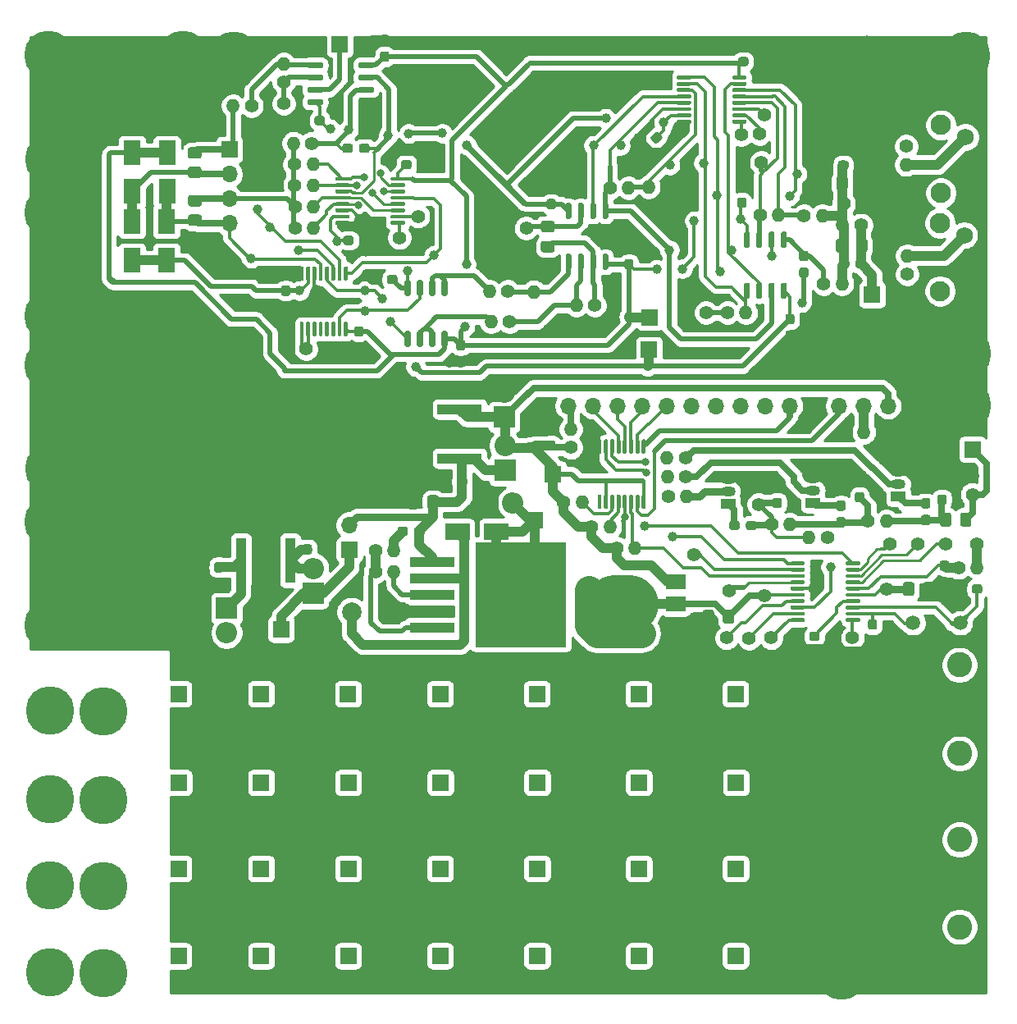
<source format=gbr>
%TF.GenerationSoftware,KiCad,Pcbnew,5.1.8-5.1.8*%
%TF.CreationDate,2022-01-30T02:40:23+08:00*%
%TF.ProjectId,lcr_2,6c63725f-322e-46b6-9963-61645f706362,rev?*%
%TF.SameCoordinates,Original*%
%TF.FileFunction,Copper,L1,Top*%
%TF.FilePolarity,Positive*%
%FSLAX46Y46*%
G04 Gerber Fmt 4.6, Leading zero omitted, Abs format (unit mm)*
G04 Created by KiCad (PCBNEW 5.1.8-5.1.8) date 2022-01-30 02:40:23*
%MOMM*%
%LPD*%
G01*
G04 APERTURE LIST*
%TA.AperFunction,ComponentPad*%
%ADD10C,5.000000*%
%TD*%
%TA.AperFunction,ComponentPad*%
%ADD11C,1.400000*%
%TD*%
%TA.AperFunction,ComponentPad*%
%ADD12R,1.700000X1.700000*%
%TD*%
%TA.AperFunction,ComponentPad*%
%ADD13C,2.600000*%
%TD*%
%TA.AperFunction,SMDPad,CuDef*%
%ADD14C,1.000000*%
%TD*%
%TA.AperFunction,ComponentPad*%
%ADD15C,2.100000*%
%TD*%
%TA.AperFunction,ComponentPad*%
%ADD16C,1.750000*%
%TD*%
%TA.AperFunction,ComponentPad*%
%ADD17O,1.700000X1.700000*%
%TD*%
%TA.AperFunction,ComponentPad*%
%ADD18C,1.500000*%
%TD*%
%TA.AperFunction,SMDPad,CuDef*%
%ADD19R,2.000000X1.500000*%
%TD*%
%TA.AperFunction,SMDPad,CuDef*%
%ADD20R,2.000000X3.800000*%
%TD*%
%TA.AperFunction,ComponentPad*%
%ADD21O,1.400000X1.400000*%
%TD*%
%TA.AperFunction,ComponentPad*%
%ADD22R,1.500000X1.050000*%
%TD*%
%TA.AperFunction,ComponentPad*%
%ADD23O,1.500000X1.050000*%
%TD*%
%TA.AperFunction,ComponentPad*%
%ADD24C,2.000000*%
%TD*%
%TA.AperFunction,ComponentPad*%
%ADD25O,2.200000X2.200000*%
%TD*%
%TA.AperFunction,ComponentPad*%
%ADD26R,2.200000X2.200000*%
%TD*%
%TA.AperFunction,SMDPad,CuDef*%
%ADD27R,2.500000X1.800000*%
%TD*%
%TA.AperFunction,SMDPad,CuDef*%
%ADD28R,10.800000X9.400000*%
%TD*%
%TA.AperFunction,SMDPad,CuDef*%
%ADD29R,1.100000X4.600000*%
%TD*%
%TA.AperFunction,SMDPad,CuDef*%
%ADD30R,9.400000X10.800000*%
%TD*%
%TA.AperFunction,SMDPad,CuDef*%
%ADD31R,4.600000X1.100000*%
%TD*%
%TA.AperFunction,SMDPad,CuDef*%
%ADD32R,1.800000X2.500000*%
%TD*%
%TA.AperFunction,ViaPad*%
%ADD33C,1.000000*%
%TD*%
%TA.AperFunction,ViaPad*%
%ADD34C,1.500000*%
%TD*%
%TA.AperFunction,ViaPad*%
%ADD35C,0.800000*%
%TD*%
%TA.AperFunction,Conductor*%
%ADD36C,1.000000*%
%TD*%
%TA.AperFunction,Conductor*%
%ADD37C,0.350000*%
%TD*%
%TA.AperFunction,Conductor*%
%ADD38C,0.700000*%
%TD*%
%TA.AperFunction,Conductor*%
%ADD39C,1.500000*%
%TD*%
%TA.AperFunction,Conductor*%
%ADD40C,0.500000*%
%TD*%
%TA.AperFunction,Conductor*%
%ADD41C,0.250000*%
%TD*%
%TA.AperFunction,Conductor*%
%ADD42C,0.800000*%
%TD*%
%TA.AperFunction,Conductor*%
%ADD43C,6.000000*%
%TD*%
%TA.AperFunction,Conductor*%
%ADD44C,3.000000*%
%TD*%
%TA.AperFunction,Conductor*%
%ADD45C,0.254000*%
%TD*%
%TA.AperFunction,Conductor*%
%ADD46C,0.100000*%
%TD*%
G04 APERTURE END LIST*
D10*
%TO.P,REF\u002A\u002A,1*%
%TO.N,GND*%
X80580000Y-101740000D03*
%TD*%
%TO.P,REF\u002A\u002A,1*%
%TO.N,GND*%
X80580000Y-85520000D03*
%TD*%
%TO.P,REF\u002A\u002A,1*%
%TO.N,GND*%
X80600000Y-96240000D03*
%TD*%
%TO.P,REF\u002A\u002A,1*%
%TO.N,GND*%
X94470000Y-85490000D03*
%TD*%
%TO.P,REF\u002A\u002A,1*%
%TO.N,GND*%
X94480000Y-112420000D03*
%TD*%
%TO.P,REF\u002A\u002A,1*%
%TO.N,GND*%
X80560000Y-112420000D03*
%TD*%
%TO.P,REF\u002A\u002A,1*%
%TO.N,GND*%
X94460000Y-53500000D03*
%TD*%
%TO.P,REF\u002A\u002A,1*%
%TO.N,GND*%
X80570000Y-53530000D03*
%TD*%
%TO.P,REF\u002A\u002A,1*%
%TO.N,GND*%
X94470000Y-80430000D03*
%TD*%
D11*
%TO.P,REF\u002A\u002A,1*%
%TO.N,/ADC*%
X154150000Y-64640000D03*
%TD*%
D12*
%TO.P,J1,1*%
%TO.N,+5V*%
X142600000Y-80590000D03*
%TD*%
%TO.P,J2,1*%
%TO.N,-5V*%
X142560000Y-83970000D03*
%TD*%
D13*
%TO.P,REF\u002A\u002A,1*%
%TO.N,N/C*%
X174590000Y-116480000D03*
%TD*%
D10*
%TO.P,REF\u002A\u002A,1*%
%TO.N,GND*%
X162400000Y-121490000D03*
%TD*%
D12*
%TO.P,REF\u002A\u002A,1*%
%TO.N,N/C*%
X93980000Y-119480000D03*
%TD*%
%TO.P,REF\u002A\u002A,1*%
%TO.N,N/C*%
X102480000Y-119480000D03*
%TD*%
%TO.P,REF\u002A\u002A,1*%
%TO.N,N/C*%
X120980000Y-119480000D03*
%TD*%
%TO.P,REF\u002A\u002A,1*%
%TO.N,N/C*%
X130980000Y-119480000D03*
%TD*%
%TO.P,REF\u002A\u002A,1*%
%TO.N,N/C*%
X111480000Y-119480000D03*
%TD*%
%TO.P,REF\u002A\u002A,1*%
%TO.N,N/C*%
X141480000Y-119480000D03*
%TD*%
D10*
%TO.P,REF\u002A\u002A,1*%
%TO.N,N/C*%
X86190000Y-121280000D03*
%TD*%
%TO.P,REF\u002A\u002A,1*%
%TO.N,N/C*%
X80720000Y-121210000D03*
%TD*%
D12*
%TO.P,REF\u002A\u002A,1*%
%TO.N,N/C*%
X151480000Y-119480000D03*
%TD*%
%TO.P,REF\u002A\u002A,1*%
%TO.N,N/C*%
X111510000Y-128620000D03*
%TD*%
D10*
%TO.P,REF\u002A\u002A,1*%
%TO.N,N/C*%
X86220000Y-130420000D03*
%TD*%
%TO.P,REF\u002A\u002A,1*%
%TO.N,GND*%
X162430000Y-130630000D03*
%TD*%
D12*
%TO.P,REF\u002A\u002A,1*%
%TO.N,N/C*%
X131010000Y-128620000D03*
%TD*%
%TO.P,REF\u002A\u002A,1*%
%TO.N,N/C*%
X151510000Y-128620000D03*
%TD*%
%TO.P,REF\u002A\u002A,1*%
%TO.N,N/C*%
X102510000Y-128620000D03*
%TD*%
D13*
%TO.P,REF\u002A\u002A,1*%
%TO.N,N/C*%
X174620000Y-125620000D03*
%TD*%
D12*
%TO.P,REF\u002A\u002A,1*%
%TO.N,N/C*%
X94010000Y-128620000D03*
%TD*%
%TO.P,REF\u002A\u002A,1*%
%TO.N,N/C*%
X121010000Y-128620000D03*
%TD*%
%TO.P,REF\u002A\u002A,1*%
%TO.N,N/C*%
X141510000Y-128620000D03*
%TD*%
D10*
%TO.P,REF\u002A\u002A,1*%
%TO.N,N/C*%
X80750000Y-130350000D03*
%TD*%
D12*
%TO.P,REF\u002A\u002A,1*%
%TO.N,N/C*%
X151500000Y-137500000D03*
%TD*%
D13*
%TO.P,REF\u002A\u002A,1*%
%TO.N,N/C*%
X174610000Y-134500000D03*
%TD*%
D12*
%TO.P,REF\u002A\u002A,1*%
%TO.N,N/C*%
X94000000Y-137500000D03*
%TD*%
%TO.P,REF\u002A\u002A,1*%
%TO.N,N/C*%
X102500000Y-137500000D03*
%TD*%
%TO.P,REF\u002A\u002A,1*%
%TO.N,N/C*%
X121000000Y-137500000D03*
%TD*%
D10*
%TO.P,REF\u002A\u002A,1*%
%TO.N,N/C*%
X80740000Y-139230000D03*
%TD*%
D12*
%TO.P,REF\u002A\u002A,1*%
%TO.N,N/C*%
X111500000Y-137500000D03*
%TD*%
%TO.P,REF\u002A\u002A,1*%
%TO.N,N/C*%
X141500000Y-137500000D03*
%TD*%
D10*
%TO.P,REF\u002A\u002A,1*%
%TO.N,N/C*%
X86210000Y-139300000D03*
%TD*%
%TO.P,REF\u002A\u002A,1*%
%TO.N,GND*%
X162420000Y-139510000D03*
%TD*%
D12*
%TO.P,REF\u002A\u002A,1*%
%TO.N,N/C*%
X131000000Y-137500000D03*
%TD*%
D10*
%TO.P,REF\u002A\u002A,1*%
%TO.N,GND*%
X80590000Y-64250000D03*
%TD*%
%TO.P,REF\u002A\u002A,1*%
%TO.N,GND*%
X80570000Y-69750000D03*
%TD*%
%TO.P,REF\u002A\u002A,1*%
%TO.N,GND*%
X80550000Y-80430000D03*
%TD*%
%TO.P,REF\u002A\u002A,1*%
%TO.N,N/C*%
X86210000Y-148300000D03*
%TD*%
%TO.P,REF\u002A\u002A,1*%
%TO.N,N/C*%
X80740000Y-148230000D03*
%TD*%
D12*
%TO.P,REF\u002A\u002A,1*%
%TO.N,N/C*%
X151500000Y-146500000D03*
%TD*%
%TO.P,REF\u002A\u002A,1*%
%TO.N,N/C*%
X141500000Y-146500000D03*
%TD*%
%TO.P,REF\u002A\u002A,1*%
%TO.N,N/C*%
X131000000Y-146500000D03*
%TD*%
%TO.P,REF\u002A\u002A,1*%
%TO.N,N/C*%
X121000000Y-146500000D03*
%TD*%
%TO.P,REF\u002A\u002A,1*%
%TO.N,N/C*%
X111500000Y-146500000D03*
%TD*%
%TO.P,REF\u002A\u002A,1*%
%TO.N,N/C*%
X102500000Y-146500000D03*
%TD*%
%TO.P,REF\u002A\u002A,1*%
%TO.N,N/C*%
X94000000Y-146500000D03*
%TD*%
D13*
%TO.P,REF\u002A\u002A,1*%
%TO.N,N/C*%
X174610000Y-143500000D03*
%TD*%
D14*
%TO.P,REF\u002A\u002A,1*%
%TO.N,N/C*%
X157830000Y-65810000D03*
%TD*%
D12*
%TO.P,J3,1*%
%TO.N,+3V3*%
X165580000Y-78270000D03*
%TD*%
D11*
%TO.P,REF\u002A\u002A,1*%
%TO.N,/PA1_4053_11_S1_3bei*%
X154450000Y-59730000D03*
%TD*%
%TO.P,REF\u002A\u002A,1*%
%TO.N,/PA2_4053_10_S2_6bei*%
X153980000Y-61660000D03*
%TD*%
%TO.P,REF\u002A\u002A,1*%
%TO.N,/PA3_4053_9_S3_10bei*%
X152070000Y-61760000D03*
%TD*%
%TO.P,C38,2*%
%TO.N,GND*%
%TA.AperFunction,SMDPad,CuDef*%
G36*
G01*
X156863500Y-81975500D02*
X157338500Y-81975500D01*
G75*
G02*
X157576000Y-82213000I0J-237500D01*
G01*
X157576000Y-82813000D01*
G75*
G02*
X157338500Y-83050500I-237500J0D01*
G01*
X156863500Y-83050500D01*
G75*
G02*
X156626000Y-82813000I0J237500D01*
G01*
X156626000Y-82213000D01*
G75*
G02*
X156863500Y-81975500I237500J0D01*
G01*
G37*
%TD.AperFunction*%
%TO.P,C38,1*%
%TO.N,-5V*%
%TA.AperFunction,SMDPad,CuDef*%
G36*
G01*
X156863500Y-80250500D02*
X157338500Y-80250500D01*
G75*
G02*
X157576000Y-80488000I0J-237500D01*
G01*
X157576000Y-81088000D01*
G75*
G02*
X157338500Y-81325500I-237500J0D01*
G01*
X156863500Y-81325500D01*
G75*
G02*
X156626000Y-81088000I0J237500D01*
G01*
X156626000Y-80488000D01*
G75*
G02*
X156863500Y-80250500I237500J0D01*
G01*
G37*
%TD.AperFunction*%
%TD*%
%TO.P,C7,2*%
%TO.N,-5V*%
%TA.AperFunction,SMDPad,CuDef*%
G36*
G01*
X112055000Y-72431500D02*
X112055000Y-72906500D01*
G75*
G02*
X111817500Y-73144000I-237500J0D01*
G01*
X111217500Y-73144000D01*
G75*
G02*
X110980000Y-72906500I0J237500D01*
G01*
X110980000Y-72431500D01*
G75*
G02*
X111217500Y-72194000I237500J0D01*
G01*
X111817500Y-72194000D01*
G75*
G02*
X112055000Y-72431500I0J-237500D01*
G01*
G37*
%TD.AperFunction*%
%TO.P,C7,1*%
%TO.N,GND*%
%TA.AperFunction,SMDPad,CuDef*%
G36*
G01*
X113780000Y-72431500D02*
X113780000Y-72906500D01*
G75*
G02*
X113542500Y-73144000I-237500J0D01*
G01*
X112942500Y-73144000D01*
G75*
G02*
X112705000Y-72906500I0J237500D01*
G01*
X112705000Y-72431500D01*
G75*
G02*
X112942500Y-72194000I237500J0D01*
G01*
X113542500Y-72194000D01*
G75*
G02*
X113780000Y-72431500I0J-237500D01*
G01*
G37*
%TD.AperFunction*%
%TD*%
D14*
%TO.P,REF\u002A\u002A,1*%
%TO.N,N/C*%
X144661000Y-73645000D03*
%TD*%
%TO.P,REF\u002A\u002A,1*%
%TO.N,N/C*%
X151046000Y-73663000D03*
%TD*%
%TO.P,REF\u002A\u002A,1*%
%TO.N,N/C*%
X149576000Y-68042000D03*
%TD*%
%TO.P,REF\u002A\u002A,1*%
%TO.N,N/C*%
X148155000Y-64693000D03*
%TD*%
%TO.P,REF\u002A\u002A,1*%
%TO.N,N/C*%
X144710000Y-64898000D03*
%TD*%
%TO.P,REF\u002A\u002A,1*%
%TO.N,N/C*%
X139606000Y-62891000D03*
%TD*%
%TO.P,REF\u002A\u002A,1*%
%TO.N,N/C*%
X136830000Y-62869000D03*
%TD*%
%TO.P,C46,2*%
%TO.N,/+1.65V*%
%TA.AperFunction,SMDPad,CuDef*%
G36*
G01*
X163023500Y-72735000D02*
X163023500Y-73685000D01*
G75*
G02*
X162773500Y-73935000I-250000J0D01*
G01*
X162098500Y-73935000D01*
G75*
G02*
X161848500Y-73685000I0J250000D01*
G01*
X161848500Y-72735000D01*
G75*
G02*
X162098500Y-72485000I250000J0D01*
G01*
X162773500Y-72485000D01*
G75*
G02*
X163023500Y-72735000I0J-250000D01*
G01*
G37*
%TD.AperFunction*%
%TO.P,C46,1*%
%TO.N,+3V3*%
%TA.AperFunction,SMDPad,CuDef*%
G36*
G01*
X165098500Y-72735000D02*
X165098500Y-73685000D01*
G75*
G02*
X164848500Y-73935000I-250000J0D01*
G01*
X164173500Y-73935000D01*
G75*
G02*
X163923500Y-73685000I0J250000D01*
G01*
X163923500Y-72735000D01*
G75*
G02*
X164173500Y-72485000I250000J0D01*
G01*
X164848500Y-72485000D01*
G75*
G02*
X165098500Y-72735000I0J-250000D01*
G01*
G37*
%TD.AperFunction*%
%TD*%
%TO.P,C44,2*%
%TO.N,/+1.65V*%
%TA.AperFunction,SMDPad,CuDef*%
G36*
G01*
X163225000Y-74839500D02*
X163225000Y-75314500D01*
G75*
G02*
X162987500Y-75552000I-237500J0D01*
G01*
X162387500Y-75552000D01*
G75*
G02*
X162150000Y-75314500I0J237500D01*
G01*
X162150000Y-74839500D01*
G75*
G02*
X162387500Y-74602000I237500J0D01*
G01*
X162987500Y-74602000D01*
G75*
G02*
X163225000Y-74839500I0J-237500D01*
G01*
G37*
%TD.AperFunction*%
%TO.P,C44,1*%
%TO.N,+3V3*%
%TA.AperFunction,SMDPad,CuDef*%
G36*
G01*
X164950000Y-74839500D02*
X164950000Y-75314500D01*
G75*
G02*
X164712500Y-75552000I-237500J0D01*
G01*
X164112500Y-75552000D01*
G75*
G02*
X163875000Y-75314500I0J237500D01*
G01*
X163875000Y-74839500D01*
G75*
G02*
X164112500Y-74602000I237500J0D01*
G01*
X164712500Y-74602000D01*
G75*
G02*
X164950000Y-74839500I0J-237500D01*
G01*
G37*
%TD.AperFunction*%
%TD*%
%TO.P,REF\u002A\u002A,1*%
%TO.N,N/C*%
X101482000Y-74525000D03*
%TD*%
%TO.P,REF\u002A\u002A,1*%
%TO.N,N/C*%
X103378000Y-71294000D03*
%TD*%
%TO.P,REF\u002A\u002A,1*%
%TO.N,N/C*%
X111504000Y-61266000D03*
%TD*%
%TO.P,REF\u002A\u002A,1*%
%TO.N,N/C*%
X115636000Y-61809000D03*
%TD*%
%TO.P,REF\u002A\u002A,1*%
%TO.N,N/C*%
X113252000Y-79926000D03*
%TD*%
%TO.P,REF\u002A\u002A,1*%
%TO.N,N/C*%
X113243000Y-77834000D03*
%TD*%
%TO.P,REF\u002A\u002A,1*%
%TO.N,N/C*%
X120370000Y-74192000D03*
%TD*%
D15*
%TO.P,SW2,*%
%TO.N,*%
X172692000Y-60769000D03*
D16*
%TO.P,SW2,1*%
%TO.N,Net-(R49-Pad2)*%
X175182000Y-62019000D03*
%TO.P,SW2,2*%
%TO.N,GND*%
X175182000Y-66519000D03*
D15*
%TO.P,SW2,*%
%TO.N,*%
X172692000Y-67779000D03*
%TD*%
%TO.P,SW1,*%
%TO.N,*%
X172593000Y-70883000D03*
D16*
%TO.P,SW1,1*%
%TO.N,Net-(R50-Pad2)*%
X175083000Y-72133000D03*
%TO.P,SW1,2*%
%TO.N,GND*%
X175083000Y-76633000D03*
D15*
%TO.P,SW1,*%
%TO.N,*%
X172593000Y-77893000D03*
%TD*%
D11*
%TO.P,REF\u002A\u002A,1*%
%TO.N,/PB1_4053_9_10_S2_S3*%
X107153000Y-83863000D03*
%TD*%
%TO.P,REF\u002A\u002A,1*%
%TO.N,/PA9_4052_10_A*%
X118693000Y-70175000D03*
%TD*%
%TO.P,REF\u002A\u002A,1*%
%TO.N,/PA6_4052_9_B*%
X116780000Y-72379000D03*
%TD*%
D12*
%TO.P,J7,1*%
%TO.N,Net-(C3-Pad2)*%
X110640000Y-52408000D03*
%TD*%
D17*
%TO.P,REF\u002A\u002A,4*%
%TO.N,/LP*%
X99224000Y-70929000D03*
%TO.P,REF\u002A\u002A,3*%
%TO.N,/LC*%
X99224000Y-68389000D03*
%TO.P,REF\u002A\u002A,2*%
%TO.N,/HP*%
X99224000Y-65849000D03*
D12*
%TO.P,REF\u002A\u002A,1*%
%TO.N,/HC*%
X99224000Y-63309000D03*
%TD*%
D10*
%TO.P,REF\u002A\u002A,1*%
%TO.N,GND*%
X175345000Y-89656000D03*
%TD*%
%TO.P,REF\u002A\u002A,1*%
%TO.N,GND*%
X99663000Y-89619000D03*
%TD*%
%TO.P,REF\u002A\u002A,1*%
%TO.N,GND*%
X99694000Y-84356000D03*
%TD*%
%TO.P,REF\u002A\u002A,1*%
%TO.N,GND*%
X175344000Y-84322000D03*
%TD*%
%TO.P,REF\u002A\u002A,1*%
%TO.N,GND*%
X175297000Y-53647000D03*
%TD*%
%TO.P,REF\u002A\u002A,1*%
%TO.N,GND*%
X99695000Y-53659000D03*
%TD*%
%TO.P,REF\u002A\u002A,1*%
%TO.N,GND*%
X162420000Y-148510000D03*
%TD*%
D13*
%TO.P,REF\u002A\u002A,1*%
%TO.N,-5V*%
X129121000Y-109017000D03*
%TD*%
D11*
%TO.P,REF\u002A\u002A,1*%
%TO.N,/ADC*%
X176352000Y-104019000D03*
%TD*%
%TO.P,REF\u002A\u002A,1*%
%TO.N,/PA1_4053_11_S1_3bei*%
X173201000Y-104001000D03*
%TD*%
%TO.P,REF\u002A\u002A,1*%
%TO.N,/PA2_4053_10_S2_6bei*%
X170316000Y-103985000D03*
%TD*%
%TO.P,REF\u002A\u002A,1*%
%TO.N,/PA3_4053_9_S3_10bei*%
X167447000Y-103985000D03*
%TD*%
%TO.P,REF\u002A\u002A,1*%
%TO.N,/PB1_4053_9_10_S2_S3*%
X150830000Y-108790000D03*
%TD*%
%TO.P,REF\u002A\u002A,1*%
%TO.N,/PA6_4052_9_B*%
X147144000Y-105098000D03*
%TD*%
%TO.P,REF\u002A\u002A,1*%
%TO.N,+3V3*%
X167084000Y-108634000D03*
%TD*%
%TO.P,REF\u002A\u002A,1*%
%TO.N,+3V3*%
X154450000Y-109331000D03*
%TD*%
%TO.P,REF\u002A\u002A,1*%
%TO.N,/PA9_4052_10_A*%
X150555000Y-113691000D03*
%TD*%
%TO.P,REF\u002A\u002A,1*%
%TO.N,/DIO*%
X152885000Y-113712000D03*
%TD*%
%TO.P,REF\u002A\u002A,1*%
%TO.N,/CLK*%
X155162000Y-113683000D03*
%TD*%
%TO.P,C35,2*%
%TO.N,GND*%
%TA.AperFunction,SMDPad,CuDef*%
G36*
G01*
X170838000Y-109113000D02*
X170838000Y-108163000D01*
G75*
G02*
X171088000Y-107913000I250000J0D01*
G01*
X171763000Y-107913000D01*
G75*
G02*
X172013000Y-108163000I0J-250000D01*
G01*
X172013000Y-109113000D01*
G75*
G02*
X171763000Y-109363000I-250000J0D01*
G01*
X171088000Y-109363000D01*
G75*
G02*
X170838000Y-109113000I0J250000D01*
G01*
G37*
%TD.AperFunction*%
%TO.P,C35,1*%
%TO.N,+3V3*%
%TA.AperFunction,SMDPad,CuDef*%
G36*
G01*
X168763000Y-109113000D02*
X168763000Y-108163000D01*
G75*
G02*
X169013000Y-107913000I250000J0D01*
G01*
X169688000Y-107913000D01*
G75*
G02*
X169938000Y-108163000I0J-250000D01*
G01*
X169938000Y-109113000D01*
G75*
G02*
X169688000Y-109363000I-250000J0D01*
G01*
X169013000Y-109363000D01*
G75*
G02*
X168763000Y-109113000I0J250000D01*
G01*
G37*
%TD.AperFunction*%
%TD*%
D12*
%TO.P,J7,1*%
%TO.N,Net-(C3-Pad2)*%
X175945000Y-94237000D03*
%TD*%
D17*
%TO.P,DS1,16*%
%TO.N,GND*%
X131660000Y-89750000D03*
%TO.P,DS1,15*%
%TO.N,Net-(DS1-Pad15)*%
X134200000Y-89750000D03*
%TO.P,DS1,14*%
%TO.N,Net-(DS1-Pad14)*%
X136740000Y-89750000D03*
%TO.P,DS1,13*%
%TO.N,Net-(DS1-Pad13)*%
X139280000Y-89750000D03*
%TO.P,DS1,12*%
%TO.N,Net-(DS1-Pad12)*%
X141820000Y-89750000D03*
%TO.P,DS1,11*%
%TO.N,Net-(DS1-Pad11)*%
X144360000Y-89750000D03*
%TO.P,DS1,10*%
%TO.N,Net-(DS1-Pad10)*%
X146900000Y-89750000D03*
%TO.P,DS1,9*%
%TO.N,Net-(DS1-Pad9)*%
X149440000Y-89750000D03*
%TO.P,DS1,8*%
%TO.N,Net-(DS1-Pad8)*%
X151980000Y-89750000D03*
%TO.P,DS1,7*%
%TO.N,Net-(DS1-Pad7)*%
X154520000Y-89750000D03*
%TO.P,DS1,6*%
%TO.N,Net-(DS1-Pad6)*%
X157060000Y-89750000D03*
%TO.P,DS1,5*%
%TO.N,GND*%
X159600000Y-89750000D03*
%TO.P,DS1,4*%
%TO.N,Net-(DS1-Pad4)*%
X162140000Y-89750000D03*
%TO.P,DS1,3*%
%TO.N,Net-(DS1-Pad3)*%
X164680000Y-89750000D03*
%TO.P,DS1,2*%
%TO.N,+5V*%
X167220000Y-89750000D03*
D12*
%TO.P,DS1,1*%
%TO.N,GND*%
X169760000Y-89750000D03*
%TD*%
%TO.P,J2,1*%
%TO.N,-5V*%
X130755000Y-101511000D03*
%TD*%
%TO.P,J1,1*%
%TO.N,+5V*%
X132641000Y-96771000D03*
%TD*%
D18*
%TO.P,Y1,2*%
%TO.N,Net-(C41-Pad2)*%
X169797000Y-112136000D03*
%TO.P,Y1,1*%
%TO.N,Net-(C42-Pad1)*%
X174677000Y-112136000D03*
%TD*%
%TO.P,U12,20*%
%TO.N,/CLK*%
%TA.AperFunction,SMDPad,CuDef*%
G36*
G01*
X158626000Y-111738000D02*
X158626000Y-111938000D01*
G75*
G02*
X158526000Y-112038000I-100000J0D01*
G01*
X157251000Y-112038000D01*
G75*
G02*
X157151000Y-111938000I0J100000D01*
G01*
X157151000Y-111738000D01*
G75*
G02*
X157251000Y-111638000I100000J0D01*
G01*
X158526000Y-111638000D01*
G75*
G02*
X158626000Y-111738000I0J-100000D01*
G01*
G37*
%TD.AperFunction*%
%TO.P,U12,19*%
%TO.N,/DIO*%
%TA.AperFunction,SMDPad,CuDef*%
G36*
G01*
X158626000Y-111088000D02*
X158626000Y-111288000D01*
G75*
G02*
X158526000Y-111388000I-100000J0D01*
G01*
X157251000Y-111388000D01*
G75*
G02*
X157151000Y-111288000I0J100000D01*
G01*
X157151000Y-111088000D01*
G75*
G02*
X157251000Y-110988000I100000J0D01*
G01*
X158526000Y-110988000D01*
G75*
G02*
X158626000Y-111088000I0J-100000D01*
G01*
G37*
%TD.AperFunction*%
%TO.P,U12,18*%
%TO.N,/SPWM*%
%TA.AperFunction,SMDPad,CuDef*%
G36*
G01*
X158626000Y-110438000D02*
X158626000Y-110638000D01*
G75*
G02*
X158526000Y-110738000I-100000J0D01*
G01*
X157251000Y-110738000D01*
G75*
G02*
X157151000Y-110638000I0J100000D01*
G01*
X157151000Y-110438000D01*
G75*
G02*
X157251000Y-110338000I100000J0D01*
G01*
X158526000Y-110338000D01*
G75*
G02*
X158626000Y-110438000I0J-100000D01*
G01*
G37*
%TD.AperFunction*%
%TO.P,U12,17*%
%TO.N,/PA9_4052_10_A*%
%TA.AperFunction,SMDPad,CuDef*%
G36*
G01*
X158626000Y-109788000D02*
X158626000Y-109988000D01*
G75*
G02*
X158526000Y-110088000I-100000J0D01*
G01*
X157251000Y-110088000D01*
G75*
G02*
X157151000Y-109988000I0J100000D01*
G01*
X157151000Y-109788000D01*
G75*
G02*
X157251000Y-109688000I100000J0D01*
G01*
X158526000Y-109688000D01*
G75*
G02*
X158626000Y-109788000I0J-100000D01*
G01*
G37*
%TD.AperFunction*%
%TO.P,U12,16*%
%TO.N,+3V3*%
%TA.AperFunction,SMDPad,CuDef*%
G36*
G01*
X158626000Y-109138000D02*
X158626000Y-109338000D01*
G75*
G02*
X158526000Y-109438000I-100000J0D01*
G01*
X157251000Y-109438000D01*
G75*
G02*
X157151000Y-109338000I0J100000D01*
G01*
X157151000Y-109138000D01*
G75*
G02*
X157251000Y-109038000I100000J0D01*
G01*
X158526000Y-109038000D01*
G75*
G02*
X158626000Y-109138000I0J-100000D01*
G01*
G37*
%TD.AperFunction*%
%TO.P,U12,15*%
%TO.N,GND*%
%TA.AperFunction,SMDPad,CuDef*%
G36*
G01*
X158626000Y-108488000D02*
X158626000Y-108688000D01*
G75*
G02*
X158526000Y-108788000I-100000J0D01*
G01*
X157251000Y-108788000D01*
G75*
G02*
X157151000Y-108688000I0J100000D01*
G01*
X157151000Y-108488000D01*
G75*
G02*
X157251000Y-108388000I100000J0D01*
G01*
X158526000Y-108388000D01*
G75*
G02*
X158626000Y-108488000I0J-100000D01*
G01*
G37*
%TD.AperFunction*%
%TO.P,U12,14*%
%TO.N,/PB1_4053_9_10_S2_S3*%
%TA.AperFunction,SMDPad,CuDef*%
G36*
G01*
X158626000Y-107838000D02*
X158626000Y-108038000D01*
G75*
G02*
X158526000Y-108138000I-100000J0D01*
G01*
X157251000Y-108138000D01*
G75*
G02*
X157151000Y-108038000I0J100000D01*
G01*
X157151000Y-107838000D01*
G75*
G02*
X157251000Y-107738000I100000J0D01*
G01*
X158526000Y-107738000D01*
G75*
G02*
X158626000Y-107838000I0J-100000D01*
G01*
G37*
%TD.AperFunction*%
%TO.P,U12,13*%
%TO.N,/PA7_SPI1_MOSI_74HC595_14_SER*%
%TA.AperFunction,SMDPad,CuDef*%
G36*
G01*
X158626000Y-107188000D02*
X158626000Y-107388000D01*
G75*
G02*
X158526000Y-107488000I-100000J0D01*
G01*
X157251000Y-107488000D01*
G75*
G02*
X157151000Y-107388000I0J100000D01*
G01*
X157151000Y-107188000D01*
G75*
G02*
X157251000Y-107088000I100000J0D01*
G01*
X158526000Y-107088000D01*
G75*
G02*
X158626000Y-107188000I0J-100000D01*
G01*
G37*
%TD.AperFunction*%
%TO.P,U12,12*%
%TO.N,/PA6_4052_9_B*%
%TA.AperFunction,SMDPad,CuDef*%
G36*
G01*
X158626000Y-106538000D02*
X158626000Y-106738000D01*
G75*
G02*
X158526000Y-106838000I-100000J0D01*
G01*
X157251000Y-106838000D01*
G75*
G02*
X157151000Y-106738000I0J100000D01*
G01*
X157151000Y-106538000D01*
G75*
G02*
X157251000Y-106438000I100000J0D01*
G01*
X158526000Y-106438000D01*
G75*
G02*
X158626000Y-106538000I0J-100000D01*
G01*
G37*
%TD.AperFunction*%
%TO.P,U12,11*%
%TO.N,/PA5_SPI1_SCK_74HC595_11_SRCLK*%
%TA.AperFunction,SMDPad,CuDef*%
G36*
G01*
X158626000Y-105888000D02*
X158626000Y-106088000D01*
G75*
G02*
X158526000Y-106188000I-100000J0D01*
G01*
X157251000Y-106188000D01*
G75*
G02*
X157151000Y-106088000I0J100000D01*
G01*
X157151000Y-105888000D01*
G75*
G02*
X157251000Y-105788000I100000J0D01*
G01*
X158526000Y-105788000D01*
G75*
G02*
X158626000Y-105888000I0J-100000D01*
G01*
G37*
%TD.AperFunction*%
%TO.P,U12,10*%
%TO.N,/PA4_SPI1_NSS_74HC595_12_RCLK*%
%TA.AperFunction,SMDPad,CuDef*%
G36*
G01*
X164351000Y-105888000D02*
X164351000Y-106088000D01*
G75*
G02*
X164251000Y-106188000I-100000J0D01*
G01*
X162976000Y-106188000D01*
G75*
G02*
X162876000Y-106088000I0J100000D01*
G01*
X162876000Y-105888000D01*
G75*
G02*
X162976000Y-105788000I100000J0D01*
G01*
X164251000Y-105788000D01*
G75*
G02*
X164351000Y-105888000I0J-100000D01*
G01*
G37*
%TD.AperFunction*%
%TO.P,U12,9*%
%TO.N,/PA3_4053_9_S3_10bei*%
%TA.AperFunction,SMDPad,CuDef*%
G36*
G01*
X164351000Y-106538000D02*
X164351000Y-106738000D01*
G75*
G02*
X164251000Y-106838000I-100000J0D01*
G01*
X162976000Y-106838000D01*
G75*
G02*
X162876000Y-106738000I0J100000D01*
G01*
X162876000Y-106538000D01*
G75*
G02*
X162976000Y-106438000I100000J0D01*
G01*
X164251000Y-106438000D01*
G75*
G02*
X164351000Y-106538000I0J-100000D01*
G01*
G37*
%TD.AperFunction*%
%TO.P,U12,8*%
%TO.N,/PA2_4053_10_S2_6bei*%
%TA.AperFunction,SMDPad,CuDef*%
G36*
G01*
X164351000Y-107188000D02*
X164351000Y-107388000D01*
G75*
G02*
X164251000Y-107488000I-100000J0D01*
G01*
X162976000Y-107488000D01*
G75*
G02*
X162876000Y-107388000I0J100000D01*
G01*
X162876000Y-107188000D01*
G75*
G02*
X162976000Y-107088000I100000J0D01*
G01*
X164251000Y-107088000D01*
G75*
G02*
X164351000Y-107188000I0J-100000D01*
G01*
G37*
%TD.AperFunction*%
%TO.P,U12,7*%
%TO.N,/PA1_4053_11_S1_3bei*%
%TA.AperFunction,SMDPad,CuDef*%
G36*
G01*
X164351000Y-107838000D02*
X164351000Y-108038000D01*
G75*
G02*
X164251000Y-108138000I-100000J0D01*
G01*
X162976000Y-108138000D01*
G75*
G02*
X162876000Y-108038000I0J100000D01*
G01*
X162876000Y-107838000D01*
G75*
G02*
X162976000Y-107738000I100000J0D01*
G01*
X164251000Y-107738000D01*
G75*
G02*
X164351000Y-107838000I0J-100000D01*
G01*
G37*
%TD.AperFunction*%
%TO.P,U12,6*%
%TO.N,/PA0_ADC*%
%TA.AperFunction,SMDPad,CuDef*%
G36*
G01*
X164351000Y-108488000D02*
X164351000Y-108688000D01*
G75*
G02*
X164251000Y-108788000I-100000J0D01*
G01*
X162976000Y-108788000D01*
G75*
G02*
X162876000Y-108688000I0J100000D01*
G01*
X162876000Y-108488000D01*
G75*
G02*
X162976000Y-108388000I100000J0D01*
G01*
X164251000Y-108388000D01*
G75*
G02*
X164351000Y-108488000I0J-100000D01*
G01*
G37*
%TD.AperFunction*%
%TO.P,U12,5*%
%TO.N,+3V3*%
%TA.AperFunction,SMDPad,CuDef*%
G36*
G01*
X164351000Y-109138000D02*
X164351000Y-109338000D01*
G75*
G02*
X164251000Y-109438000I-100000J0D01*
G01*
X162976000Y-109438000D01*
G75*
G02*
X162876000Y-109338000I0J100000D01*
G01*
X162876000Y-109138000D01*
G75*
G02*
X162976000Y-109038000I100000J0D01*
G01*
X164251000Y-109038000D01*
G75*
G02*
X164351000Y-109138000I0J-100000D01*
G01*
G37*
%TD.AperFunction*%
%TO.P,U12,4*%
%TO.N,Net-(C43-Pad1)*%
%TA.AperFunction,SMDPad,CuDef*%
G36*
G01*
X164351000Y-109788000D02*
X164351000Y-109988000D01*
G75*
G02*
X164251000Y-110088000I-100000J0D01*
G01*
X162976000Y-110088000D01*
G75*
G02*
X162876000Y-109988000I0J100000D01*
G01*
X162876000Y-109788000D01*
G75*
G02*
X162976000Y-109688000I100000J0D01*
G01*
X164251000Y-109688000D01*
G75*
G02*
X164351000Y-109788000I0J-100000D01*
G01*
G37*
%TD.AperFunction*%
%TO.P,U12,3*%
%TO.N,Net-(C42-Pad1)*%
%TA.AperFunction,SMDPad,CuDef*%
G36*
G01*
X164351000Y-110438000D02*
X164351000Y-110638000D01*
G75*
G02*
X164251000Y-110738000I-100000J0D01*
G01*
X162976000Y-110738000D01*
G75*
G02*
X162876000Y-110638000I0J100000D01*
G01*
X162876000Y-110438000D01*
G75*
G02*
X162976000Y-110338000I100000J0D01*
G01*
X164251000Y-110338000D01*
G75*
G02*
X164351000Y-110438000I0J-100000D01*
G01*
G37*
%TD.AperFunction*%
%TO.P,U12,2*%
%TO.N,Net-(C41-Pad2)*%
%TA.AperFunction,SMDPad,CuDef*%
G36*
G01*
X164351000Y-111088000D02*
X164351000Y-111288000D01*
G75*
G02*
X164251000Y-111388000I-100000J0D01*
G01*
X162976000Y-111388000D01*
G75*
G02*
X162876000Y-111288000I0J100000D01*
G01*
X162876000Y-111088000D01*
G75*
G02*
X162976000Y-110988000I100000J0D01*
G01*
X164251000Y-110988000D01*
G75*
G02*
X164351000Y-111088000I0J-100000D01*
G01*
G37*
%TD.AperFunction*%
%TO.P,U12,1*%
%TO.N,Net-(R48-Pad1)*%
%TA.AperFunction,SMDPad,CuDef*%
G36*
G01*
X164351000Y-111738000D02*
X164351000Y-111938000D01*
G75*
G02*
X164251000Y-112038000I-100000J0D01*
G01*
X162976000Y-112038000D01*
G75*
G02*
X162876000Y-111938000I0J100000D01*
G01*
X162876000Y-111738000D01*
G75*
G02*
X162976000Y-111638000I100000J0D01*
G01*
X164251000Y-111638000D01*
G75*
G02*
X164351000Y-111738000I0J-100000D01*
G01*
G37*
%TD.AperFunction*%
%TD*%
%TO.P,U11,16*%
%TO.N,+5V*%
%TA.AperFunction,SMDPad,CuDef*%
G36*
G01*
X141900000Y-98919000D02*
X142100000Y-98919000D01*
G75*
G02*
X142200000Y-99019000I0J-100000D01*
G01*
X142200000Y-100294000D01*
G75*
G02*
X142100000Y-100394000I-100000J0D01*
G01*
X141900000Y-100394000D01*
G75*
G02*
X141800000Y-100294000I0J100000D01*
G01*
X141800000Y-99019000D01*
G75*
G02*
X141900000Y-98919000I100000J0D01*
G01*
G37*
%TD.AperFunction*%
%TO.P,U11,15*%
%TO.N,Net-(DS1-Pad4)*%
%TA.AperFunction,SMDPad,CuDef*%
G36*
G01*
X141250000Y-98919000D02*
X141450000Y-98919000D01*
G75*
G02*
X141550000Y-99019000I0J-100000D01*
G01*
X141550000Y-100294000D01*
G75*
G02*
X141450000Y-100394000I-100000J0D01*
G01*
X141250000Y-100394000D01*
G75*
G02*
X141150000Y-100294000I0J100000D01*
G01*
X141150000Y-99019000D01*
G75*
G02*
X141250000Y-98919000I100000J0D01*
G01*
G37*
%TD.AperFunction*%
%TO.P,U11,14*%
%TO.N,/PA7_SPI1_MOSI_74HC595_14_SER*%
%TA.AperFunction,SMDPad,CuDef*%
G36*
G01*
X140600000Y-98919000D02*
X140800000Y-98919000D01*
G75*
G02*
X140900000Y-99019000I0J-100000D01*
G01*
X140900000Y-100294000D01*
G75*
G02*
X140800000Y-100394000I-100000J0D01*
G01*
X140600000Y-100394000D01*
G75*
G02*
X140500000Y-100294000I0J100000D01*
G01*
X140500000Y-99019000D01*
G75*
G02*
X140600000Y-98919000I100000J0D01*
G01*
G37*
%TD.AperFunction*%
%TO.P,U11,13*%
%TO.N,GND*%
%TA.AperFunction,SMDPad,CuDef*%
G36*
G01*
X139950000Y-98919000D02*
X140150000Y-98919000D01*
G75*
G02*
X140250000Y-99019000I0J-100000D01*
G01*
X140250000Y-100294000D01*
G75*
G02*
X140150000Y-100394000I-100000J0D01*
G01*
X139950000Y-100394000D01*
G75*
G02*
X139850000Y-100294000I0J100000D01*
G01*
X139850000Y-99019000D01*
G75*
G02*
X139950000Y-98919000I100000J0D01*
G01*
G37*
%TD.AperFunction*%
%TO.P,U11,12*%
%TO.N,/PA4_SPI1_NSS_74HC595_12_RCLK*%
%TA.AperFunction,SMDPad,CuDef*%
G36*
G01*
X139300000Y-98919000D02*
X139500000Y-98919000D01*
G75*
G02*
X139600000Y-99019000I0J-100000D01*
G01*
X139600000Y-100294000D01*
G75*
G02*
X139500000Y-100394000I-100000J0D01*
G01*
X139300000Y-100394000D01*
G75*
G02*
X139200000Y-100294000I0J100000D01*
G01*
X139200000Y-99019000D01*
G75*
G02*
X139300000Y-98919000I100000J0D01*
G01*
G37*
%TD.AperFunction*%
%TO.P,U11,11*%
%TO.N,/PA5_SPI1_SCK_74HC595_11_SRCLK*%
%TA.AperFunction,SMDPad,CuDef*%
G36*
G01*
X138650000Y-98919000D02*
X138850000Y-98919000D01*
G75*
G02*
X138950000Y-99019000I0J-100000D01*
G01*
X138950000Y-100294000D01*
G75*
G02*
X138850000Y-100394000I-100000J0D01*
G01*
X138650000Y-100394000D01*
G75*
G02*
X138550000Y-100294000I0J100000D01*
G01*
X138550000Y-99019000D01*
G75*
G02*
X138650000Y-98919000I100000J0D01*
G01*
G37*
%TD.AperFunction*%
%TO.P,U11,10*%
%TO.N,+5V*%
%TA.AperFunction,SMDPad,CuDef*%
G36*
G01*
X138000000Y-98919000D02*
X138200000Y-98919000D01*
G75*
G02*
X138300000Y-99019000I0J-100000D01*
G01*
X138300000Y-100294000D01*
G75*
G02*
X138200000Y-100394000I-100000J0D01*
G01*
X138000000Y-100394000D01*
G75*
G02*
X137900000Y-100294000I0J100000D01*
G01*
X137900000Y-99019000D01*
G75*
G02*
X138000000Y-98919000I100000J0D01*
G01*
G37*
%TD.AperFunction*%
%TO.P,U11,9*%
%TO.N,Net-(U11-Pad9)*%
%TA.AperFunction,SMDPad,CuDef*%
G36*
G01*
X137350000Y-98919000D02*
X137550000Y-98919000D01*
G75*
G02*
X137650000Y-99019000I0J-100000D01*
G01*
X137650000Y-100294000D01*
G75*
G02*
X137550000Y-100394000I-100000J0D01*
G01*
X137350000Y-100394000D01*
G75*
G02*
X137250000Y-100294000I0J100000D01*
G01*
X137250000Y-99019000D01*
G75*
G02*
X137350000Y-98919000I100000J0D01*
G01*
G37*
%TD.AperFunction*%
%TO.P,U11,8*%
%TO.N,GND*%
%TA.AperFunction,SMDPad,CuDef*%
G36*
G01*
X137350000Y-93194000D02*
X137550000Y-93194000D01*
G75*
G02*
X137650000Y-93294000I0J-100000D01*
G01*
X137650000Y-94569000D01*
G75*
G02*
X137550000Y-94669000I-100000J0D01*
G01*
X137350000Y-94669000D01*
G75*
G02*
X137250000Y-94569000I0J100000D01*
G01*
X137250000Y-93294000D01*
G75*
G02*
X137350000Y-93194000I100000J0D01*
G01*
G37*
%TD.AperFunction*%
%TO.P,U11,7*%
%TO.N,/hc595_shuai_jian*%
%TA.AperFunction,SMDPad,CuDef*%
G36*
G01*
X138000000Y-93194000D02*
X138200000Y-93194000D01*
G75*
G02*
X138300000Y-93294000I0J-100000D01*
G01*
X138300000Y-94569000D01*
G75*
G02*
X138200000Y-94669000I-100000J0D01*
G01*
X138000000Y-94669000D01*
G75*
G02*
X137900000Y-94569000I0J100000D01*
G01*
X137900000Y-93294000D01*
G75*
G02*
X138000000Y-93194000I100000J0D01*
G01*
G37*
%TD.AperFunction*%
%TO.P,U11,6*%
%TO.N,/hc595_shuai_jian1*%
%TA.AperFunction,SMDPad,CuDef*%
G36*
G01*
X138650000Y-93194000D02*
X138850000Y-93194000D01*
G75*
G02*
X138950000Y-93294000I0J-100000D01*
G01*
X138950000Y-94569000D01*
G75*
G02*
X138850000Y-94669000I-100000J0D01*
G01*
X138650000Y-94669000D01*
G75*
G02*
X138550000Y-94569000I0J100000D01*
G01*
X138550000Y-93294000D01*
G75*
G02*
X138650000Y-93194000I100000J0D01*
G01*
G37*
%TD.AperFunction*%
%TO.P,U11,5*%
%TO.N,Net-(DS1-Pad14)*%
%TA.AperFunction,SMDPad,CuDef*%
G36*
G01*
X139300000Y-93194000D02*
X139500000Y-93194000D01*
G75*
G02*
X139600000Y-93294000I0J-100000D01*
G01*
X139600000Y-94569000D01*
G75*
G02*
X139500000Y-94669000I-100000J0D01*
G01*
X139300000Y-94669000D01*
G75*
G02*
X139200000Y-94569000I0J100000D01*
G01*
X139200000Y-93294000D01*
G75*
G02*
X139300000Y-93194000I100000J0D01*
G01*
G37*
%TD.AperFunction*%
%TO.P,U11,4*%
%TO.N,Net-(DS1-Pad13)*%
%TA.AperFunction,SMDPad,CuDef*%
G36*
G01*
X139950000Y-93194000D02*
X140150000Y-93194000D01*
G75*
G02*
X140250000Y-93294000I0J-100000D01*
G01*
X140250000Y-94569000D01*
G75*
G02*
X140150000Y-94669000I-100000J0D01*
G01*
X139950000Y-94669000D01*
G75*
G02*
X139850000Y-94569000I0J100000D01*
G01*
X139850000Y-93294000D01*
G75*
G02*
X139950000Y-93194000I100000J0D01*
G01*
G37*
%TD.AperFunction*%
%TO.P,U11,3*%
%TO.N,Net-(DS1-Pad12)*%
%TA.AperFunction,SMDPad,CuDef*%
G36*
G01*
X140600000Y-93194000D02*
X140800000Y-93194000D01*
G75*
G02*
X140900000Y-93294000I0J-100000D01*
G01*
X140900000Y-94569000D01*
G75*
G02*
X140800000Y-94669000I-100000J0D01*
G01*
X140600000Y-94669000D01*
G75*
G02*
X140500000Y-94569000I0J100000D01*
G01*
X140500000Y-93294000D01*
G75*
G02*
X140600000Y-93194000I100000J0D01*
G01*
G37*
%TD.AperFunction*%
%TO.P,U11,2*%
%TO.N,Net-(DS1-Pad11)*%
%TA.AperFunction,SMDPad,CuDef*%
G36*
G01*
X141250000Y-93194000D02*
X141450000Y-93194000D01*
G75*
G02*
X141550000Y-93294000I0J-100000D01*
G01*
X141550000Y-94569000D01*
G75*
G02*
X141450000Y-94669000I-100000J0D01*
G01*
X141250000Y-94669000D01*
G75*
G02*
X141150000Y-94569000I0J100000D01*
G01*
X141150000Y-93294000D01*
G75*
G02*
X141250000Y-93194000I100000J0D01*
G01*
G37*
%TD.AperFunction*%
%TO.P,U11,1*%
%TO.N,Net-(DS1-Pad6)*%
%TA.AperFunction,SMDPad,CuDef*%
G36*
G01*
X141900000Y-93194000D02*
X142100000Y-93194000D01*
G75*
G02*
X142200000Y-93294000I0J-100000D01*
G01*
X142200000Y-94569000D01*
G75*
G02*
X142100000Y-94669000I-100000J0D01*
G01*
X141900000Y-94669000D01*
G75*
G02*
X141800000Y-94569000I0J100000D01*
G01*
X141800000Y-93294000D01*
G75*
G02*
X141900000Y-93194000I100000J0D01*
G01*
G37*
%TD.AperFunction*%
%TD*%
%TO.P,U10,8*%
%TO.N,+5V*%
%TA.AperFunction,SMDPad,CuDef*%
G36*
G01*
X152810000Y-73431000D02*
X152510000Y-73431000D01*
G75*
G02*
X152360000Y-73281000I0J150000D01*
G01*
X152360000Y-71931000D01*
G75*
G02*
X152510000Y-71781000I150000J0D01*
G01*
X152810000Y-71781000D01*
G75*
G02*
X152960000Y-71931000I0J-150000D01*
G01*
X152960000Y-73281000D01*
G75*
G02*
X152810000Y-73431000I-150000J0D01*
G01*
G37*
%TD.AperFunction*%
%TO.P,U10,7*%
%TO.N,/ADC*%
%TA.AperFunction,SMDPad,CuDef*%
G36*
G01*
X154080000Y-73431000D02*
X153780000Y-73431000D01*
G75*
G02*
X153630000Y-73281000I0J150000D01*
G01*
X153630000Y-71931000D01*
G75*
G02*
X153780000Y-71781000I150000J0D01*
G01*
X154080000Y-71781000D01*
G75*
G02*
X154230000Y-71931000I0J-150000D01*
G01*
X154230000Y-73281000D01*
G75*
G02*
X154080000Y-73431000I-150000J0D01*
G01*
G37*
%TD.AperFunction*%
%TO.P,U10,6*%
%TO.N,Net-(U10-Pad6)*%
%TA.AperFunction,SMDPad,CuDef*%
G36*
G01*
X155350000Y-73431000D02*
X155050000Y-73431000D01*
G75*
G02*
X154900000Y-73281000I0J150000D01*
G01*
X154900000Y-71931000D01*
G75*
G02*
X155050000Y-71781000I150000J0D01*
G01*
X155350000Y-71781000D01*
G75*
G02*
X155500000Y-71931000I0J-150000D01*
G01*
X155500000Y-73281000D01*
G75*
G02*
X155350000Y-73431000I-150000J0D01*
G01*
G37*
%TD.AperFunction*%
%TO.P,U10,5*%
%TO.N,Net-(C15-Pad1)*%
%TA.AperFunction,SMDPad,CuDef*%
G36*
G01*
X156620000Y-73431000D02*
X156320000Y-73431000D01*
G75*
G02*
X156170000Y-73281000I0J150000D01*
G01*
X156170000Y-71931000D01*
G75*
G02*
X156320000Y-71781000I150000J0D01*
G01*
X156620000Y-71781000D01*
G75*
G02*
X156770000Y-71931000I0J-150000D01*
G01*
X156770000Y-73281000D01*
G75*
G02*
X156620000Y-73431000I-150000J0D01*
G01*
G37*
%TD.AperFunction*%
%TO.P,U10,4*%
%TO.N,-5V*%
%TA.AperFunction,SMDPad,CuDef*%
G36*
G01*
X156620000Y-78681000D02*
X156320000Y-78681000D01*
G75*
G02*
X156170000Y-78531000I0J150000D01*
G01*
X156170000Y-77181000D01*
G75*
G02*
X156320000Y-77031000I150000J0D01*
G01*
X156620000Y-77031000D01*
G75*
G02*
X156770000Y-77181000I0J-150000D01*
G01*
X156770000Y-78531000D01*
G75*
G02*
X156620000Y-78681000I-150000J0D01*
G01*
G37*
%TD.AperFunction*%
%TO.P,U10,3*%
%TO.N,Net-(R32-Pad1)*%
%TA.AperFunction,SMDPad,CuDef*%
G36*
G01*
X155350000Y-78681000D02*
X155050000Y-78681000D01*
G75*
G02*
X154900000Y-78531000I0J150000D01*
G01*
X154900000Y-77181000D01*
G75*
G02*
X155050000Y-77031000I150000J0D01*
G01*
X155350000Y-77031000D01*
G75*
G02*
X155500000Y-77181000I0J-150000D01*
G01*
X155500000Y-78531000D01*
G75*
G02*
X155350000Y-78681000I-150000J0D01*
G01*
G37*
%TD.AperFunction*%
%TO.P,U10,2*%
%TO.N,Net-(U10-Pad2)*%
%TA.AperFunction,SMDPad,CuDef*%
G36*
G01*
X154080000Y-78681000D02*
X153780000Y-78681000D01*
G75*
G02*
X153630000Y-78531000I0J150000D01*
G01*
X153630000Y-77181000D01*
G75*
G02*
X153780000Y-77031000I150000J0D01*
G01*
X154080000Y-77031000D01*
G75*
G02*
X154230000Y-77181000I0J-150000D01*
G01*
X154230000Y-78531000D01*
G75*
G02*
X154080000Y-78681000I-150000J0D01*
G01*
G37*
%TD.AperFunction*%
%TO.P,U10,1*%
%TO.N,Net-(C15-Pad2)*%
%TA.AperFunction,SMDPad,CuDef*%
G36*
G01*
X152810000Y-78681000D02*
X152510000Y-78681000D01*
G75*
G02*
X152360000Y-78531000I0J150000D01*
G01*
X152360000Y-77181000D01*
G75*
G02*
X152510000Y-77031000I150000J0D01*
G01*
X152810000Y-77031000D01*
G75*
G02*
X152960000Y-77181000I0J-150000D01*
G01*
X152960000Y-78531000D01*
G75*
G02*
X152810000Y-78681000I-150000J0D01*
G01*
G37*
%TD.AperFunction*%
%TD*%
%TO.P,U9,16*%
%TO.N,+5V*%
%TA.AperFunction,SMDPad,CuDef*%
G36*
G01*
X151138000Y-55964000D02*
X151138000Y-55764000D01*
G75*
G02*
X151238000Y-55664000I100000J0D01*
G01*
X152513000Y-55664000D01*
G75*
G02*
X152613000Y-55764000I0J-100000D01*
G01*
X152613000Y-55964000D01*
G75*
G02*
X152513000Y-56064000I-100000J0D01*
G01*
X151238000Y-56064000D01*
G75*
G02*
X151138000Y-55964000I0J100000D01*
G01*
G37*
%TD.AperFunction*%
%TO.P,U9,15*%
%TO.N,Net-(U10-Pad2)*%
%TA.AperFunction,SMDPad,CuDef*%
G36*
G01*
X151138000Y-56614000D02*
X151138000Y-56414000D01*
G75*
G02*
X151238000Y-56314000I100000J0D01*
G01*
X152513000Y-56314000D01*
G75*
G02*
X152613000Y-56414000I0J-100000D01*
G01*
X152613000Y-56614000D01*
G75*
G02*
X152513000Y-56714000I-100000J0D01*
G01*
X151238000Y-56714000D01*
G75*
G02*
X151138000Y-56614000I0J100000D01*
G01*
G37*
%TD.AperFunction*%
%TO.P,U9,14*%
%TO.N,Net-(U10-Pad6)*%
%TA.AperFunction,SMDPad,CuDef*%
G36*
G01*
X151138000Y-57264000D02*
X151138000Y-57064000D01*
G75*
G02*
X151238000Y-56964000I100000J0D01*
G01*
X152513000Y-56964000D01*
G75*
G02*
X152613000Y-57064000I0J-100000D01*
G01*
X152613000Y-57264000D01*
G75*
G02*
X152513000Y-57364000I-100000J0D01*
G01*
X151238000Y-57364000D01*
G75*
G02*
X151138000Y-57264000I0J100000D01*
G01*
G37*
%TD.AperFunction*%
%TO.P,U9,13*%
%TO.N,Net-(R21-Pad1)*%
%TA.AperFunction,SMDPad,CuDef*%
G36*
G01*
X151138000Y-57914000D02*
X151138000Y-57714000D01*
G75*
G02*
X151238000Y-57614000I100000J0D01*
G01*
X152513000Y-57614000D01*
G75*
G02*
X152613000Y-57714000I0J-100000D01*
G01*
X152613000Y-57914000D01*
G75*
G02*
X152513000Y-58014000I-100000J0D01*
G01*
X151238000Y-58014000D01*
G75*
G02*
X151138000Y-57914000I0J100000D01*
G01*
G37*
%TD.AperFunction*%
%TO.P,U9,12*%
%TO.N,/ADC*%
%TA.AperFunction,SMDPad,CuDef*%
G36*
G01*
X151138000Y-58564000D02*
X151138000Y-58364000D01*
G75*
G02*
X151238000Y-58264000I100000J0D01*
G01*
X152513000Y-58264000D01*
G75*
G02*
X152613000Y-58364000I0J-100000D01*
G01*
X152613000Y-58564000D01*
G75*
G02*
X152513000Y-58664000I-100000J0D01*
G01*
X151238000Y-58664000D01*
G75*
G02*
X151138000Y-58564000I0J100000D01*
G01*
G37*
%TD.AperFunction*%
%TO.P,U9,11*%
%TO.N,/PA1_4053_11_S1_3bei*%
%TA.AperFunction,SMDPad,CuDef*%
G36*
G01*
X151138000Y-59214000D02*
X151138000Y-59014000D01*
G75*
G02*
X151238000Y-58914000I100000J0D01*
G01*
X152513000Y-58914000D01*
G75*
G02*
X152613000Y-59014000I0J-100000D01*
G01*
X152613000Y-59214000D01*
G75*
G02*
X152513000Y-59314000I-100000J0D01*
G01*
X151238000Y-59314000D01*
G75*
G02*
X151138000Y-59214000I0J100000D01*
G01*
G37*
%TD.AperFunction*%
%TO.P,U9,10*%
%TO.N,/PA2_4053_10_S2_6bei*%
%TA.AperFunction,SMDPad,CuDef*%
G36*
G01*
X151138000Y-59864000D02*
X151138000Y-59664000D01*
G75*
G02*
X151238000Y-59564000I100000J0D01*
G01*
X152513000Y-59564000D01*
G75*
G02*
X152613000Y-59664000I0J-100000D01*
G01*
X152613000Y-59864000D01*
G75*
G02*
X152513000Y-59964000I-100000J0D01*
G01*
X151238000Y-59964000D01*
G75*
G02*
X151138000Y-59864000I0J100000D01*
G01*
G37*
%TD.AperFunction*%
%TO.P,U9,9*%
%TO.N,/PA3_4053_9_S3_10bei*%
%TA.AperFunction,SMDPad,CuDef*%
G36*
G01*
X151138000Y-60514000D02*
X151138000Y-60314000D01*
G75*
G02*
X151238000Y-60214000I100000J0D01*
G01*
X152513000Y-60214000D01*
G75*
G02*
X152613000Y-60314000I0J-100000D01*
G01*
X152613000Y-60514000D01*
G75*
G02*
X152513000Y-60614000I-100000J0D01*
G01*
X151238000Y-60614000D01*
G75*
G02*
X151138000Y-60514000I0J100000D01*
G01*
G37*
%TD.AperFunction*%
%TO.P,U9,8*%
%TO.N,GND*%
%TA.AperFunction,SMDPad,CuDef*%
G36*
G01*
X145413000Y-60514000D02*
X145413000Y-60314000D01*
G75*
G02*
X145513000Y-60214000I100000J0D01*
G01*
X146788000Y-60214000D01*
G75*
G02*
X146888000Y-60314000I0J-100000D01*
G01*
X146888000Y-60514000D01*
G75*
G02*
X146788000Y-60614000I-100000J0D01*
G01*
X145513000Y-60614000D01*
G75*
G02*
X145413000Y-60514000I0J100000D01*
G01*
G37*
%TD.AperFunction*%
%TO.P,U9,7*%
%TO.N,-5V*%
%TA.AperFunction,SMDPad,CuDef*%
G36*
G01*
X145413000Y-59864000D02*
X145413000Y-59664000D01*
G75*
G02*
X145513000Y-59564000I100000J0D01*
G01*
X146788000Y-59564000D01*
G75*
G02*
X146888000Y-59664000I0J-100000D01*
G01*
X146888000Y-59864000D01*
G75*
G02*
X146788000Y-59964000I-100000J0D01*
G01*
X145513000Y-59964000D01*
G75*
G02*
X145413000Y-59864000I0J100000D01*
G01*
G37*
%TD.AperFunction*%
%TO.P,U9,6*%
%TO.N,GND*%
%TA.AperFunction,SMDPad,CuDef*%
G36*
G01*
X145413000Y-59214000D02*
X145413000Y-59014000D01*
G75*
G02*
X145513000Y-58914000I100000J0D01*
G01*
X146788000Y-58914000D01*
G75*
G02*
X146888000Y-59014000I0J-100000D01*
G01*
X146888000Y-59214000D01*
G75*
G02*
X146788000Y-59314000I-100000J0D01*
G01*
X145513000Y-59314000D01*
G75*
G02*
X145413000Y-59214000I0J100000D01*
G01*
G37*
%TD.AperFunction*%
%TO.P,U9,5*%
%TO.N,Net-(R32-Pad1)*%
%TA.AperFunction,SMDPad,CuDef*%
G36*
G01*
X145413000Y-58564000D02*
X145413000Y-58364000D01*
G75*
G02*
X145513000Y-58264000I100000J0D01*
G01*
X146788000Y-58264000D01*
G75*
G02*
X146888000Y-58364000I0J-100000D01*
G01*
X146888000Y-58564000D01*
G75*
G02*
X146788000Y-58664000I-100000J0D01*
G01*
X145513000Y-58664000D01*
G75*
G02*
X145413000Y-58564000I0J100000D01*
G01*
G37*
%TD.AperFunction*%
%TO.P,U9,4*%
%TO.N,Net-(U7-Pad2)*%
%TA.AperFunction,SMDPad,CuDef*%
G36*
G01*
X145413000Y-57914000D02*
X145413000Y-57714000D01*
G75*
G02*
X145513000Y-57614000I100000J0D01*
G01*
X146788000Y-57614000D01*
G75*
G02*
X146888000Y-57714000I0J-100000D01*
G01*
X146888000Y-57914000D01*
G75*
G02*
X146788000Y-58014000I-100000J0D01*
G01*
X145513000Y-58014000D01*
G75*
G02*
X145413000Y-57914000I0J100000D01*
G01*
G37*
%TD.AperFunction*%
%TO.P,U9,3*%
%TO.N,Net-(R30-Pad2)*%
%TA.AperFunction,SMDPad,CuDef*%
G36*
G01*
X145413000Y-57264000D02*
X145413000Y-57064000D01*
G75*
G02*
X145513000Y-56964000I100000J0D01*
G01*
X146788000Y-56964000D01*
G75*
G02*
X146888000Y-57064000I0J-100000D01*
G01*
X146888000Y-57264000D01*
G75*
G02*
X146788000Y-57364000I-100000J0D01*
G01*
X145513000Y-57364000D01*
G75*
G02*
X145413000Y-57264000I0J100000D01*
G01*
G37*
%TD.AperFunction*%
%TO.P,U9,2*%
%TO.N,Net-(C15-Pad2)*%
%TA.AperFunction,SMDPad,CuDef*%
G36*
G01*
X145413000Y-56614000D02*
X145413000Y-56414000D01*
G75*
G02*
X145513000Y-56314000I100000J0D01*
G01*
X146788000Y-56314000D01*
G75*
G02*
X146888000Y-56414000I0J-100000D01*
G01*
X146888000Y-56614000D01*
G75*
G02*
X146788000Y-56714000I-100000J0D01*
G01*
X145513000Y-56714000D01*
G75*
G02*
X145413000Y-56614000I0J100000D01*
G01*
G37*
%TD.AperFunction*%
%TO.P,U9,1*%
%TO.N,Net-(R35-Pad1)*%
%TA.AperFunction,SMDPad,CuDef*%
G36*
G01*
X145413000Y-55964000D02*
X145413000Y-55764000D01*
G75*
G02*
X145513000Y-55664000I100000J0D01*
G01*
X146788000Y-55664000D01*
G75*
G02*
X146888000Y-55764000I0J-100000D01*
G01*
X146888000Y-55964000D01*
G75*
G02*
X146788000Y-56064000I-100000J0D01*
G01*
X145513000Y-56064000D01*
G75*
G02*
X145413000Y-55964000I0J100000D01*
G01*
G37*
%TD.AperFunction*%
%TD*%
D19*
%TO.P,U8,1*%
%TO.N,GND*%
X145296000Y-112505000D03*
%TO.P,U8,3*%
%TO.N,+5V*%
X145296000Y-107905000D03*
%TO.P,U8,2*%
%TO.N,+3V3*%
X145296000Y-110205000D03*
D20*
X138996000Y-110205000D03*
%TD*%
%TO.P,U7,8*%
%TO.N,+5V*%
%TA.AperFunction,SMDPad,CuDef*%
G36*
G01*
X137893000Y-74060000D02*
X138193000Y-74060000D01*
G75*
G02*
X138343000Y-74210000I0J-150000D01*
G01*
X138343000Y-75560000D01*
G75*
G02*
X138193000Y-75710000I-150000J0D01*
G01*
X137893000Y-75710000D01*
G75*
G02*
X137743000Y-75560000I0J150000D01*
G01*
X137743000Y-74210000D01*
G75*
G02*
X137893000Y-74060000I150000J0D01*
G01*
G37*
%TD.AperFunction*%
%TO.P,U7,7*%
%TO.N,Net-(C14-Pad2)*%
%TA.AperFunction,SMDPad,CuDef*%
G36*
G01*
X136623000Y-74060000D02*
X136923000Y-74060000D01*
G75*
G02*
X137073000Y-74210000I0J-150000D01*
G01*
X137073000Y-75560000D01*
G75*
G02*
X136923000Y-75710000I-150000J0D01*
G01*
X136623000Y-75710000D01*
G75*
G02*
X136473000Y-75560000I0J150000D01*
G01*
X136473000Y-74210000D01*
G75*
G02*
X136623000Y-74060000I150000J0D01*
G01*
G37*
%TD.AperFunction*%
%TO.P,U7,6*%
%TO.N,Net-(R24-Pad1)*%
%TA.AperFunction,SMDPad,CuDef*%
G36*
G01*
X135353000Y-74060000D02*
X135653000Y-74060000D01*
G75*
G02*
X135803000Y-74210000I0J-150000D01*
G01*
X135803000Y-75560000D01*
G75*
G02*
X135653000Y-75710000I-150000J0D01*
G01*
X135353000Y-75710000D01*
G75*
G02*
X135203000Y-75560000I0J150000D01*
G01*
X135203000Y-74210000D01*
G75*
G02*
X135353000Y-74060000I150000J0D01*
G01*
G37*
%TD.AperFunction*%
%TO.P,U7,5*%
%TO.N,Net-(R23-Pad1)*%
%TA.AperFunction,SMDPad,CuDef*%
G36*
G01*
X134083000Y-74060000D02*
X134383000Y-74060000D01*
G75*
G02*
X134533000Y-74210000I0J-150000D01*
G01*
X134533000Y-75560000D01*
G75*
G02*
X134383000Y-75710000I-150000J0D01*
G01*
X134083000Y-75710000D01*
G75*
G02*
X133933000Y-75560000I0J150000D01*
G01*
X133933000Y-74210000D01*
G75*
G02*
X134083000Y-74060000I150000J0D01*
G01*
G37*
%TD.AperFunction*%
%TO.P,U7,4*%
%TO.N,-5V*%
%TA.AperFunction,SMDPad,CuDef*%
G36*
G01*
X134083000Y-68810000D02*
X134383000Y-68810000D01*
G75*
G02*
X134533000Y-68960000I0J-150000D01*
G01*
X134533000Y-70310000D01*
G75*
G02*
X134383000Y-70460000I-150000J0D01*
G01*
X134083000Y-70460000D01*
G75*
G02*
X133933000Y-70310000I0J150000D01*
G01*
X133933000Y-68960000D01*
G75*
G02*
X134083000Y-68810000I150000J0D01*
G01*
G37*
%TD.AperFunction*%
%TO.P,U7,3*%
%TO.N,Net-(C14-Pad1)*%
%TA.AperFunction,SMDPad,CuDef*%
G36*
G01*
X135353000Y-68810000D02*
X135653000Y-68810000D01*
G75*
G02*
X135803000Y-68960000I0J-150000D01*
G01*
X135803000Y-70310000D01*
G75*
G02*
X135653000Y-70460000I-150000J0D01*
G01*
X135353000Y-70460000D01*
G75*
G02*
X135203000Y-70310000I0J150000D01*
G01*
X135203000Y-68960000D01*
G75*
G02*
X135353000Y-68810000I150000J0D01*
G01*
G37*
%TD.AperFunction*%
%TO.P,U7,2*%
%TO.N,Net-(U7-Pad2)*%
%TA.AperFunction,SMDPad,CuDef*%
G36*
G01*
X136623000Y-68810000D02*
X136923000Y-68810000D01*
G75*
G02*
X137073000Y-68960000I0J-150000D01*
G01*
X137073000Y-70310000D01*
G75*
G02*
X136923000Y-70460000I-150000J0D01*
G01*
X136623000Y-70460000D01*
G75*
G02*
X136473000Y-70310000I0J150000D01*
G01*
X136473000Y-68960000D01*
G75*
G02*
X136623000Y-68810000I150000J0D01*
G01*
G37*
%TD.AperFunction*%
%TO.P,U7,1*%
%TO.N,Net-(R32-Pad1)*%
%TA.AperFunction,SMDPad,CuDef*%
G36*
G01*
X137893000Y-68810000D02*
X138193000Y-68810000D01*
G75*
G02*
X138343000Y-68960000I0J-150000D01*
G01*
X138343000Y-70310000D01*
G75*
G02*
X138193000Y-70460000I-150000J0D01*
G01*
X137893000Y-70460000D01*
G75*
G02*
X137743000Y-70310000I0J150000D01*
G01*
X137743000Y-68960000D01*
G75*
G02*
X137893000Y-68810000I150000J0D01*
G01*
G37*
%TD.AperFunction*%
%TD*%
%TO.P,U4,8*%
%TO.N,+5V*%
%TA.AperFunction,SMDPad,CuDef*%
G36*
G01*
X121291000Y-82026000D02*
X121591000Y-82026000D01*
G75*
G02*
X121741000Y-82176000I0J-150000D01*
G01*
X121741000Y-83526000D01*
G75*
G02*
X121591000Y-83676000I-150000J0D01*
G01*
X121291000Y-83676000D01*
G75*
G02*
X121141000Y-83526000I0J150000D01*
G01*
X121141000Y-82176000D01*
G75*
G02*
X121291000Y-82026000I150000J0D01*
G01*
G37*
%TD.AperFunction*%
%TO.P,U4,7*%
%TO.N,Net-(R24-Pad2)*%
%TA.AperFunction,SMDPad,CuDef*%
G36*
G01*
X120021000Y-82026000D02*
X120321000Y-82026000D01*
G75*
G02*
X120471000Y-82176000I0J-150000D01*
G01*
X120471000Y-83526000D01*
G75*
G02*
X120321000Y-83676000I-150000J0D01*
G01*
X120021000Y-83676000D01*
G75*
G02*
X119871000Y-83526000I0J150000D01*
G01*
X119871000Y-82176000D01*
G75*
G02*
X120021000Y-82026000I150000J0D01*
G01*
G37*
%TD.AperFunction*%
%TO.P,U4,6*%
%TA.AperFunction,SMDPad,CuDef*%
G36*
G01*
X118751000Y-82026000D02*
X119051000Y-82026000D01*
G75*
G02*
X119201000Y-82176000I0J-150000D01*
G01*
X119201000Y-83526000D01*
G75*
G02*
X119051000Y-83676000I-150000J0D01*
G01*
X118751000Y-83676000D01*
G75*
G02*
X118601000Y-83526000I0J150000D01*
G01*
X118601000Y-82176000D01*
G75*
G02*
X118751000Y-82026000I150000J0D01*
G01*
G37*
%TD.AperFunction*%
%TO.P,U4,5*%
%TO.N,Net-(U2-Pad4)*%
%TA.AperFunction,SMDPad,CuDef*%
G36*
G01*
X117481000Y-82026000D02*
X117781000Y-82026000D01*
G75*
G02*
X117931000Y-82176000I0J-150000D01*
G01*
X117931000Y-83526000D01*
G75*
G02*
X117781000Y-83676000I-150000J0D01*
G01*
X117481000Y-83676000D01*
G75*
G02*
X117331000Y-83526000I0J150000D01*
G01*
X117331000Y-82176000D01*
G75*
G02*
X117481000Y-82026000I150000J0D01*
G01*
G37*
%TD.AperFunction*%
%TO.P,U4,4*%
%TO.N,-5V*%
%TA.AperFunction,SMDPad,CuDef*%
G36*
G01*
X117481000Y-76776000D02*
X117781000Y-76776000D01*
G75*
G02*
X117931000Y-76926000I0J-150000D01*
G01*
X117931000Y-78276000D01*
G75*
G02*
X117781000Y-78426000I-150000J0D01*
G01*
X117481000Y-78426000D01*
G75*
G02*
X117331000Y-78276000I0J150000D01*
G01*
X117331000Y-76926000D01*
G75*
G02*
X117481000Y-76776000I150000J0D01*
G01*
G37*
%TD.AperFunction*%
%TO.P,U4,3*%
%TO.N,Net-(U2-Pad15)*%
%TA.AperFunction,SMDPad,CuDef*%
G36*
G01*
X118751000Y-76776000D02*
X119051000Y-76776000D01*
G75*
G02*
X119201000Y-76926000I0J-150000D01*
G01*
X119201000Y-78276000D01*
G75*
G02*
X119051000Y-78426000I-150000J0D01*
G01*
X118751000Y-78426000D01*
G75*
G02*
X118601000Y-78276000I0J150000D01*
G01*
X118601000Y-76926000D01*
G75*
G02*
X118751000Y-76776000I150000J0D01*
G01*
G37*
%TD.AperFunction*%
%TO.P,U4,2*%
%TO.N,Net-(R23-Pad2)*%
%TA.AperFunction,SMDPad,CuDef*%
G36*
G01*
X120021000Y-76776000D02*
X120321000Y-76776000D01*
G75*
G02*
X120471000Y-76926000I0J-150000D01*
G01*
X120471000Y-78276000D01*
G75*
G02*
X120321000Y-78426000I-150000J0D01*
G01*
X120021000Y-78426000D01*
G75*
G02*
X119871000Y-78276000I0J150000D01*
G01*
X119871000Y-76926000D01*
G75*
G02*
X120021000Y-76776000I150000J0D01*
G01*
G37*
%TD.AperFunction*%
%TO.P,U4,1*%
%TA.AperFunction,SMDPad,CuDef*%
G36*
G01*
X121291000Y-76776000D02*
X121591000Y-76776000D01*
G75*
G02*
X121741000Y-76926000I0J-150000D01*
G01*
X121741000Y-78276000D01*
G75*
G02*
X121591000Y-78426000I-150000J0D01*
G01*
X121291000Y-78426000D01*
G75*
G02*
X121141000Y-78276000I0J150000D01*
G01*
X121141000Y-76926000D01*
G75*
G02*
X121291000Y-76776000I150000J0D01*
G01*
G37*
%TD.AperFunction*%
%TD*%
%TO.P,U3,16*%
%TO.N,+5V*%
%TA.AperFunction,SMDPad,CuDef*%
G36*
G01*
X115872000Y-66423000D02*
X115872000Y-66223000D01*
G75*
G02*
X115972000Y-66123000I100000J0D01*
G01*
X117247000Y-66123000D01*
G75*
G02*
X117347000Y-66223000I0J-100000D01*
G01*
X117347000Y-66423000D01*
G75*
G02*
X117247000Y-66523000I-100000J0D01*
G01*
X115972000Y-66523000D01*
G75*
G02*
X115872000Y-66423000I0J100000D01*
G01*
G37*
%TD.AperFunction*%
%TO.P,U3,15*%
%TO.N,Net-(R8-Pad2)*%
%TA.AperFunction,SMDPad,CuDef*%
G36*
G01*
X115872000Y-67073000D02*
X115872000Y-66873000D01*
G75*
G02*
X115972000Y-66773000I100000J0D01*
G01*
X117247000Y-66773000D01*
G75*
G02*
X117347000Y-66873000I0J-100000D01*
G01*
X117347000Y-67073000D01*
G75*
G02*
X117247000Y-67173000I-100000J0D01*
G01*
X115972000Y-67173000D01*
G75*
G02*
X115872000Y-67073000I0J100000D01*
G01*
G37*
%TD.AperFunction*%
%TO.P,U3,14*%
%TO.N,Net-(R4-Pad2)*%
%TA.AperFunction,SMDPad,CuDef*%
G36*
G01*
X115872000Y-67723000D02*
X115872000Y-67523000D01*
G75*
G02*
X115972000Y-67423000I100000J0D01*
G01*
X117247000Y-67423000D01*
G75*
G02*
X117347000Y-67523000I0J-100000D01*
G01*
X117347000Y-67723000D01*
G75*
G02*
X117247000Y-67823000I-100000J0D01*
G01*
X115972000Y-67823000D01*
G75*
G02*
X115872000Y-67723000I0J100000D01*
G01*
G37*
%TD.AperFunction*%
%TO.P,U3,13*%
%TO.N,Net-(U2-Pad1)*%
%TA.AperFunction,SMDPad,CuDef*%
G36*
G01*
X115872000Y-68373000D02*
X115872000Y-68173000D01*
G75*
G02*
X115972000Y-68073000I100000J0D01*
G01*
X117247000Y-68073000D01*
G75*
G02*
X117347000Y-68173000I0J-100000D01*
G01*
X117347000Y-68373000D01*
G75*
G02*
X117247000Y-68473000I-100000J0D01*
G01*
X115972000Y-68473000D01*
G75*
G02*
X115872000Y-68373000I0J100000D01*
G01*
G37*
%TD.AperFunction*%
%TO.P,U3,12*%
%TO.N,Net-(R2-Pad2)*%
%TA.AperFunction,SMDPad,CuDef*%
G36*
G01*
X115872000Y-69023000D02*
X115872000Y-68823000D01*
G75*
G02*
X115972000Y-68723000I100000J0D01*
G01*
X117247000Y-68723000D01*
G75*
G02*
X117347000Y-68823000I0J-100000D01*
G01*
X117347000Y-69023000D01*
G75*
G02*
X117247000Y-69123000I-100000J0D01*
G01*
X115972000Y-69123000D01*
G75*
G02*
X115872000Y-69023000I0J100000D01*
G01*
G37*
%TD.AperFunction*%
%TO.P,U3,11*%
%TO.N,Net-(R9-Pad2)*%
%TA.AperFunction,SMDPad,CuDef*%
G36*
G01*
X115872000Y-69673000D02*
X115872000Y-69473000D01*
G75*
G02*
X115972000Y-69373000I100000J0D01*
G01*
X117247000Y-69373000D01*
G75*
G02*
X117347000Y-69473000I0J-100000D01*
G01*
X117347000Y-69673000D01*
G75*
G02*
X117247000Y-69773000I-100000J0D01*
G01*
X115972000Y-69773000D01*
G75*
G02*
X115872000Y-69673000I0J100000D01*
G01*
G37*
%TD.AperFunction*%
%TO.P,U3,10*%
%TO.N,/PA9_4052_10_A*%
%TA.AperFunction,SMDPad,CuDef*%
G36*
G01*
X115872000Y-70323000D02*
X115872000Y-70123000D01*
G75*
G02*
X115972000Y-70023000I100000J0D01*
G01*
X117247000Y-70023000D01*
G75*
G02*
X117347000Y-70123000I0J-100000D01*
G01*
X117347000Y-70323000D01*
G75*
G02*
X117247000Y-70423000I-100000J0D01*
G01*
X115972000Y-70423000D01*
G75*
G02*
X115872000Y-70323000I0J100000D01*
G01*
G37*
%TD.AperFunction*%
%TO.P,U3,9*%
%TO.N,/PA6_4052_9_B*%
%TA.AperFunction,SMDPad,CuDef*%
G36*
G01*
X115872000Y-70973000D02*
X115872000Y-70773000D01*
G75*
G02*
X115972000Y-70673000I100000J0D01*
G01*
X117247000Y-70673000D01*
G75*
G02*
X117347000Y-70773000I0J-100000D01*
G01*
X117347000Y-70973000D01*
G75*
G02*
X117247000Y-71073000I-100000J0D01*
G01*
X115972000Y-71073000D01*
G75*
G02*
X115872000Y-70973000I0J100000D01*
G01*
G37*
%TD.AperFunction*%
%TO.P,U3,8*%
%TO.N,GND*%
%TA.AperFunction,SMDPad,CuDef*%
G36*
G01*
X110147000Y-70973000D02*
X110147000Y-70773000D01*
G75*
G02*
X110247000Y-70673000I100000J0D01*
G01*
X111522000Y-70673000D01*
G75*
G02*
X111622000Y-70773000I0J-100000D01*
G01*
X111622000Y-70973000D01*
G75*
G02*
X111522000Y-71073000I-100000J0D01*
G01*
X110247000Y-71073000D01*
G75*
G02*
X110147000Y-70973000I0J100000D01*
G01*
G37*
%TD.AperFunction*%
%TO.P,U3,7*%
%TO.N,-5V*%
%TA.AperFunction,SMDPad,CuDef*%
G36*
G01*
X110147000Y-70323000D02*
X110147000Y-70123000D01*
G75*
G02*
X110247000Y-70023000I100000J0D01*
G01*
X111522000Y-70023000D01*
G75*
G02*
X111622000Y-70123000I0J-100000D01*
G01*
X111622000Y-70323000D01*
G75*
G02*
X111522000Y-70423000I-100000J0D01*
G01*
X110247000Y-70423000D01*
G75*
G02*
X110147000Y-70323000I0J100000D01*
G01*
G37*
%TD.AperFunction*%
%TO.P,U3,6*%
%TO.N,GND*%
%TA.AperFunction,SMDPad,CuDef*%
G36*
G01*
X110147000Y-69673000D02*
X110147000Y-69473000D01*
G75*
G02*
X110247000Y-69373000I100000J0D01*
G01*
X111522000Y-69373000D01*
G75*
G02*
X111622000Y-69473000I0J-100000D01*
G01*
X111622000Y-69673000D01*
G75*
G02*
X111522000Y-69773000I-100000J0D01*
G01*
X110247000Y-69773000D01*
G75*
G02*
X110147000Y-69673000I0J100000D01*
G01*
G37*
%TD.AperFunction*%
%TO.P,U3,5*%
%TO.N,Net-(R4-Pad2)*%
%TA.AperFunction,SMDPad,CuDef*%
G36*
G01*
X110147000Y-69023000D02*
X110147000Y-68823000D01*
G75*
G02*
X110247000Y-68723000I100000J0D01*
G01*
X111522000Y-68723000D01*
G75*
G02*
X111622000Y-68823000I0J-100000D01*
G01*
X111622000Y-69023000D01*
G75*
G02*
X111522000Y-69123000I-100000J0D01*
G01*
X110247000Y-69123000D01*
G75*
G02*
X110147000Y-69023000I0J100000D01*
G01*
G37*
%TD.AperFunction*%
%TO.P,U3,4*%
%TO.N,Net-(R9-Pad2)*%
%TA.AperFunction,SMDPad,CuDef*%
G36*
G01*
X110147000Y-68373000D02*
X110147000Y-68173000D01*
G75*
G02*
X110247000Y-68073000I100000J0D01*
G01*
X111522000Y-68073000D01*
G75*
G02*
X111622000Y-68173000I0J-100000D01*
G01*
X111622000Y-68373000D01*
G75*
G02*
X111522000Y-68473000I-100000J0D01*
G01*
X110247000Y-68473000D01*
G75*
G02*
X110147000Y-68373000I0J100000D01*
G01*
G37*
%TD.AperFunction*%
%TO.P,U3,3*%
%TO.N,Net-(C47-Pad2)*%
%TA.AperFunction,SMDPad,CuDef*%
G36*
G01*
X110147000Y-67723000D02*
X110147000Y-67523000D01*
G75*
G02*
X110247000Y-67423000I100000J0D01*
G01*
X111522000Y-67423000D01*
G75*
G02*
X111622000Y-67523000I0J-100000D01*
G01*
X111622000Y-67723000D01*
G75*
G02*
X111522000Y-67823000I-100000J0D01*
G01*
X110247000Y-67823000D01*
G75*
G02*
X110147000Y-67723000I0J100000D01*
G01*
G37*
%TD.AperFunction*%
%TO.P,U3,2*%
%TO.N,Net-(R8-Pad2)*%
%TA.AperFunction,SMDPad,CuDef*%
G36*
G01*
X110147000Y-67073000D02*
X110147000Y-66873000D01*
G75*
G02*
X110247000Y-66773000I100000J0D01*
G01*
X111522000Y-66773000D01*
G75*
G02*
X111622000Y-66873000I0J-100000D01*
G01*
X111622000Y-67073000D01*
G75*
G02*
X111522000Y-67173000I-100000J0D01*
G01*
X110247000Y-67173000D01*
G75*
G02*
X110147000Y-67073000I0J100000D01*
G01*
G37*
%TD.AperFunction*%
%TO.P,U3,1*%
%TO.N,Net-(R2-Pad2)*%
%TA.AperFunction,SMDPad,CuDef*%
G36*
G01*
X110147000Y-66423000D02*
X110147000Y-66223000D01*
G75*
G02*
X110247000Y-66123000I100000J0D01*
G01*
X111522000Y-66123000D01*
G75*
G02*
X111622000Y-66223000I0J-100000D01*
G01*
X111622000Y-66423000D01*
G75*
G02*
X111522000Y-66523000I-100000J0D01*
G01*
X110247000Y-66523000D01*
G75*
G02*
X110147000Y-66423000I0J100000D01*
G01*
G37*
%TD.AperFunction*%
%TD*%
%TO.P,U2,16*%
%TO.N,+5V*%
%TA.AperFunction,SMDPad,CuDef*%
G36*
G01*
X111146000Y-81077000D02*
X111346000Y-81077000D01*
G75*
G02*
X111446000Y-81177000I0J-100000D01*
G01*
X111446000Y-82452000D01*
G75*
G02*
X111346000Y-82552000I-100000J0D01*
G01*
X111146000Y-82552000D01*
G75*
G02*
X111046000Y-82452000I0J100000D01*
G01*
X111046000Y-81177000D01*
G75*
G02*
X111146000Y-81077000I100000J0D01*
G01*
G37*
%TD.AperFunction*%
%TO.P,U2,15*%
%TO.N,Net-(U2-Pad15)*%
%TA.AperFunction,SMDPad,CuDef*%
G36*
G01*
X110496000Y-81077000D02*
X110696000Y-81077000D01*
G75*
G02*
X110796000Y-81177000I0J-100000D01*
G01*
X110796000Y-82452000D01*
G75*
G02*
X110696000Y-82552000I-100000J0D01*
G01*
X110496000Y-82552000D01*
G75*
G02*
X110396000Y-82452000I0J100000D01*
G01*
X110396000Y-81177000D01*
G75*
G02*
X110496000Y-81077000I100000J0D01*
G01*
G37*
%TD.AperFunction*%
%TO.P,U2,14*%
%TO.N,Net-(U2-Pad14)*%
%TA.AperFunction,SMDPad,CuDef*%
G36*
G01*
X109846000Y-81077000D02*
X110046000Y-81077000D01*
G75*
G02*
X110146000Y-81177000I0J-100000D01*
G01*
X110146000Y-82452000D01*
G75*
G02*
X110046000Y-82552000I-100000J0D01*
G01*
X109846000Y-82552000D01*
G75*
G02*
X109746000Y-82452000I0J100000D01*
G01*
X109746000Y-81177000D01*
G75*
G02*
X109846000Y-81077000I100000J0D01*
G01*
G37*
%TD.AperFunction*%
%TO.P,U2,13*%
%TO.N,Net-(U2-Pad13)*%
%TA.AperFunction,SMDPad,CuDef*%
G36*
G01*
X109196000Y-81077000D02*
X109396000Y-81077000D01*
G75*
G02*
X109496000Y-81177000I0J-100000D01*
G01*
X109496000Y-82452000D01*
G75*
G02*
X109396000Y-82552000I-100000J0D01*
G01*
X109196000Y-82552000D01*
G75*
G02*
X109096000Y-82452000I0J100000D01*
G01*
X109096000Y-81177000D01*
G75*
G02*
X109196000Y-81077000I100000J0D01*
G01*
G37*
%TD.AperFunction*%
%TO.P,U2,12*%
%TO.N,Net-(U2-Pad12)*%
%TA.AperFunction,SMDPad,CuDef*%
G36*
G01*
X108546000Y-81077000D02*
X108746000Y-81077000D01*
G75*
G02*
X108846000Y-81177000I0J-100000D01*
G01*
X108846000Y-82452000D01*
G75*
G02*
X108746000Y-82552000I-100000J0D01*
G01*
X108546000Y-82552000D01*
G75*
G02*
X108446000Y-82452000I0J100000D01*
G01*
X108446000Y-81177000D01*
G75*
G02*
X108546000Y-81077000I100000J0D01*
G01*
G37*
%TD.AperFunction*%
%TO.P,U2,11*%
%TO.N,Net-(U2-Pad11)*%
%TA.AperFunction,SMDPad,CuDef*%
G36*
G01*
X107896000Y-81077000D02*
X108096000Y-81077000D01*
G75*
G02*
X108196000Y-81177000I0J-100000D01*
G01*
X108196000Y-82452000D01*
G75*
G02*
X108096000Y-82552000I-100000J0D01*
G01*
X107896000Y-82552000D01*
G75*
G02*
X107796000Y-82452000I0J100000D01*
G01*
X107796000Y-81177000D01*
G75*
G02*
X107896000Y-81077000I100000J0D01*
G01*
G37*
%TD.AperFunction*%
%TO.P,U2,10*%
%TO.N,/PB1_4053_9_10_S2_S3*%
%TA.AperFunction,SMDPad,CuDef*%
G36*
G01*
X107246000Y-81077000D02*
X107446000Y-81077000D01*
G75*
G02*
X107546000Y-81177000I0J-100000D01*
G01*
X107546000Y-82452000D01*
G75*
G02*
X107446000Y-82552000I-100000J0D01*
G01*
X107246000Y-82552000D01*
G75*
G02*
X107146000Y-82452000I0J100000D01*
G01*
X107146000Y-81177000D01*
G75*
G02*
X107246000Y-81077000I100000J0D01*
G01*
G37*
%TD.AperFunction*%
%TO.P,U2,9*%
%TA.AperFunction,SMDPad,CuDef*%
G36*
G01*
X106596000Y-81077000D02*
X106796000Y-81077000D01*
G75*
G02*
X106896000Y-81177000I0J-100000D01*
G01*
X106896000Y-82452000D01*
G75*
G02*
X106796000Y-82552000I-100000J0D01*
G01*
X106596000Y-82552000D01*
G75*
G02*
X106496000Y-82452000I0J100000D01*
G01*
X106496000Y-81177000D01*
G75*
G02*
X106596000Y-81077000I100000J0D01*
G01*
G37*
%TD.AperFunction*%
%TO.P,U2,8*%
%TO.N,GND*%
%TA.AperFunction,SMDPad,CuDef*%
G36*
G01*
X106596000Y-75352000D02*
X106796000Y-75352000D01*
G75*
G02*
X106896000Y-75452000I0J-100000D01*
G01*
X106896000Y-76727000D01*
G75*
G02*
X106796000Y-76827000I-100000J0D01*
G01*
X106596000Y-76827000D01*
G75*
G02*
X106496000Y-76727000I0J100000D01*
G01*
X106496000Y-75452000D01*
G75*
G02*
X106596000Y-75352000I100000J0D01*
G01*
G37*
%TD.AperFunction*%
%TO.P,U2,7*%
%TO.N,-5V*%
%TA.AperFunction,SMDPad,CuDef*%
G36*
G01*
X107246000Y-75352000D02*
X107446000Y-75352000D01*
G75*
G02*
X107546000Y-75452000I0J-100000D01*
G01*
X107546000Y-76727000D01*
G75*
G02*
X107446000Y-76827000I-100000J0D01*
G01*
X107246000Y-76827000D01*
G75*
G02*
X107146000Y-76727000I0J100000D01*
G01*
X107146000Y-75452000D01*
G75*
G02*
X107246000Y-75352000I100000J0D01*
G01*
G37*
%TD.AperFunction*%
%TO.P,U2,6*%
%TO.N,GND*%
%TA.AperFunction,SMDPad,CuDef*%
G36*
G01*
X107896000Y-75352000D02*
X108096000Y-75352000D01*
G75*
G02*
X108196000Y-75452000I0J-100000D01*
G01*
X108196000Y-76727000D01*
G75*
G02*
X108096000Y-76827000I-100000J0D01*
G01*
X107896000Y-76827000D01*
G75*
G02*
X107796000Y-76727000I0J100000D01*
G01*
X107796000Y-75452000D01*
G75*
G02*
X107896000Y-75352000I100000J0D01*
G01*
G37*
%TD.AperFunction*%
%TO.P,U2,5*%
%TO.N,/LP*%
%TA.AperFunction,SMDPad,CuDef*%
G36*
G01*
X108546000Y-75352000D02*
X108746000Y-75352000D01*
G75*
G02*
X108846000Y-75452000I0J-100000D01*
G01*
X108846000Y-76727000D01*
G75*
G02*
X108746000Y-76827000I-100000J0D01*
G01*
X108546000Y-76827000D01*
G75*
G02*
X108446000Y-76727000I0J100000D01*
G01*
X108446000Y-75452000D01*
G75*
G02*
X108546000Y-75352000I100000J0D01*
G01*
G37*
%TD.AperFunction*%
%TO.P,U2,4*%
%TO.N,Net-(U2-Pad4)*%
%TA.AperFunction,SMDPad,CuDef*%
G36*
G01*
X109196000Y-75352000D02*
X109396000Y-75352000D01*
G75*
G02*
X109496000Y-75452000I0J-100000D01*
G01*
X109496000Y-76727000D01*
G75*
G02*
X109396000Y-76827000I-100000J0D01*
G01*
X109196000Y-76827000D01*
G75*
G02*
X109096000Y-76727000I0J100000D01*
G01*
X109096000Y-75452000D01*
G75*
G02*
X109196000Y-75352000I100000J0D01*
G01*
G37*
%TD.AperFunction*%
%TO.P,U2,3*%
%TO.N,/LC*%
%TA.AperFunction,SMDPad,CuDef*%
G36*
G01*
X109846000Y-75352000D02*
X110046000Y-75352000D01*
G75*
G02*
X110146000Y-75452000I0J-100000D01*
G01*
X110146000Y-76727000D01*
G75*
G02*
X110046000Y-76827000I-100000J0D01*
G01*
X109846000Y-76827000D01*
G75*
G02*
X109746000Y-76727000I0J100000D01*
G01*
X109746000Y-75452000D01*
G75*
G02*
X109846000Y-75352000I100000J0D01*
G01*
G37*
%TD.AperFunction*%
%TO.P,U2,2*%
%TO.N,/HP*%
%TA.AperFunction,SMDPad,CuDef*%
G36*
G01*
X110496000Y-75352000D02*
X110696000Y-75352000D01*
G75*
G02*
X110796000Y-75452000I0J-100000D01*
G01*
X110796000Y-76727000D01*
G75*
G02*
X110696000Y-76827000I-100000J0D01*
G01*
X110496000Y-76827000D01*
G75*
G02*
X110396000Y-76727000I0J100000D01*
G01*
X110396000Y-75452000D01*
G75*
G02*
X110496000Y-75352000I100000J0D01*
G01*
G37*
%TD.AperFunction*%
%TO.P,U2,1*%
%TO.N,Net-(U2-Pad1)*%
%TA.AperFunction,SMDPad,CuDef*%
G36*
G01*
X111146000Y-75352000D02*
X111346000Y-75352000D01*
G75*
G02*
X111446000Y-75452000I0J-100000D01*
G01*
X111446000Y-76727000D01*
G75*
G02*
X111346000Y-76827000I-100000J0D01*
G01*
X111146000Y-76827000D01*
G75*
G02*
X111046000Y-76727000I0J100000D01*
G01*
X111046000Y-75452000D01*
G75*
G02*
X111146000Y-75352000I100000J0D01*
G01*
G37*
%TD.AperFunction*%
%TD*%
%TO.P,U1,8*%
%TO.N,+5V*%
%TA.AperFunction,SMDPad,CuDef*%
G36*
G01*
X112509000Y-54729000D02*
X112509000Y-54429000D01*
G75*
G02*
X112659000Y-54279000I150000J0D01*
G01*
X114009000Y-54279000D01*
G75*
G02*
X114159000Y-54429000I0J-150000D01*
G01*
X114159000Y-54729000D01*
G75*
G02*
X114009000Y-54879000I-150000J0D01*
G01*
X112659000Y-54879000D01*
G75*
G02*
X112509000Y-54729000I0J150000D01*
G01*
G37*
%TD.AperFunction*%
%TO.P,U1,7*%
%TO.N,Net-(C47-Pad2)*%
%TA.AperFunction,SMDPad,CuDef*%
G36*
G01*
X112509000Y-55999000D02*
X112509000Y-55699000D01*
G75*
G02*
X112659000Y-55549000I150000J0D01*
G01*
X114009000Y-55549000D01*
G75*
G02*
X114159000Y-55699000I0J-150000D01*
G01*
X114159000Y-55999000D01*
G75*
G02*
X114009000Y-56149000I-150000J0D01*
G01*
X112659000Y-56149000D01*
G75*
G02*
X112509000Y-55999000I0J150000D01*
G01*
G37*
%TD.AperFunction*%
%TO.P,U1,6*%
%TO.N,Net-(C47-Pad1)*%
%TA.AperFunction,SMDPad,CuDef*%
G36*
G01*
X112509000Y-57269000D02*
X112509000Y-56969000D01*
G75*
G02*
X112659000Y-56819000I150000J0D01*
G01*
X114009000Y-56819000D01*
G75*
G02*
X114159000Y-56969000I0J-150000D01*
G01*
X114159000Y-57269000D01*
G75*
G02*
X114009000Y-57419000I-150000J0D01*
G01*
X112659000Y-57419000D01*
G75*
G02*
X112509000Y-57269000I0J150000D01*
G01*
G37*
%TD.AperFunction*%
%TO.P,U1,5*%
%TO.N,GND*%
%TA.AperFunction,SMDPad,CuDef*%
G36*
G01*
X112509000Y-58539000D02*
X112509000Y-58239000D01*
G75*
G02*
X112659000Y-58089000I150000J0D01*
G01*
X114009000Y-58089000D01*
G75*
G02*
X114159000Y-58239000I0J-150000D01*
G01*
X114159000Y-58539000D01*
G75*
G02*
X114009000Y-58689000I-150000J0D01*
G01*
X112659000Y-58689000D01*
G75*
G02*
X112509000Y-58539000I0J150000D01*
G01*
G37*
%TD.AperFunction*%
%TO.P,U1,4*%
%TO.N,-5V*%
%TA.AperFunction,SMDPad,CuDef*%
G36*
G01*
X107259000Y-58539000D02*
X107259000Y-58239000D01*
G75*
G02*
X107409000Y-58089000I150000J0D01*
G01*
X108759000Y-58089000D01*
G75*
G02*
X108909000Y-58239000I0J-150000D01*
G01*
X108909000Y-58539000D01*
G75*
G02*
X108759000Y-58689000I-150000J0D01*
G01*
X107409000Y-58689000D01*
G75*
G02*
X107259000Y-58539000I0J150000D01*
G01*
G37*
%TD.AperFunction*%
%TO.P,U1,3*%
%TO.N,Net-(C3-Pad2)*%
%TA.AperFunction,SMDPad,CuDef*%
G36*
G01*
X107259000Y-57269000D02*
X107259000Y-56969000D01*
G75*
G02*
X107409000Y-56819000I150000J0D01*
G01*
X108759000Y-56819000D01*
G75*
G02*
X108909000Y-56969000I0J-150000D01*
G01*
X108909000Y-57269000D01*
G75*
G02*
X108759000Y-57419000I-150000J0D01*
G01*
X107409000Y-57419000D01*
G75*
G02*
X107259000Y-57269000I0J150000D01*
G01*
G37*
%TD.AperFunction*%
%TO.P,U1,2*%
%TO.N,Net-(R3-Pad1)*%
%TA.AperFunction,SMDPad,CuDef*%
G36*
G01*
X107259000Y-55999000D02*
X107259000Y-55699000D01*
G75*
G02*
X107409000Y-55549000I150000J0D01*
G01*
X108759000Y-55549000D01*
G75*
G02*
X108909000Y-55699000I0J-150000D01*
G01*
X108909000Y-55999000D01*
G75*
G02*
X108759000Y-56149000I-150000J0D01*
G01*
X107409000Y-56149000D01*
G75*
G02*
X107259000Y-55999000I0J150000D01*
G01*
G37*
%TD.AperFunction*%
%TO.P,U1,1*%
%TO.N,Net-(R1-Pad1)*%
%TA.AperFunction,SMDPad,CuDef*%
G36*
G01*
X107259000Y-54729000D02*
X107259000Y-54429000D01*
G75*
G02*
X107409000Y-54279000I150000J0D01*
G01*
X108759000Y-54279000D01*
G75*
G02*
X108909000Y-54429000I0J-150000D01*
G01*
X108909000Y-54729000D01*
G75*
G02*
X108759000Y-54879000I-150000J0D01*
G01*
X107409000Y-54879000D01*
G75*
G02*
X107259000Y-54729000I0J150000D01*
G01*
G37*
%TD.AperFunction*%
%TD*%
D21*
%TO.P,R52,2*%
%TO.N,Net-(DS1-Pad15)*%
X134496000Y-92144000D03*
D11*
%TO.P,R52,1*%
%TO.N,+5V*%
X134496000Y-94044000D03*
%TD*%
D21*
%TO.P,R51,2*%
%TO.N,Net-(DS1-Pad3)*%
X164735000Y-92467000D03*
D11*
%TO.P,R51,1*%
%TO.N,GND*%
X162835000Y-92467000D03*
%TD*%
D21*
%TO.P,R50,2*%
%TO.N,Net-(R50-Pad2)*%
X169196000Y-74252000D03*
D11*
%TO.P,R50,1*%
%TO.N,/DIO*%
X169196000Y-76152000D03*
%TD*%
D21*
%TO.P,R49,2*%
%TO.N,Net-(R49-Pad2)*%
X169090000Y-64844000D03*
D11*
%TO.P,R49,1*%
%TO.N,/CLK*%
X169090000Y-62944000D03*
%TD*%
D21*
%TO.P,R48,2*%
%TO.N,GND*%
X161659000Y-113674000D03*
D11*
%TO.P,R48,1*%
%TO.N,Net-(R48-Pad1)*%
X163559000Y-113674000D03*
%TD*%
D21*
%TO.P,R47,2*%
%TO.N,/PA7_SPI1_MOSI_74HC595_14_SER*%
X141099000Y-104415000D03*
D11*
%TO.P,R47,1*%
%TO.N,+5V*%
X139199000Y-104415000D03*
%TD*%
D21*
%TO.P,R46,2*%
%TO.N,/PA5_SPI1_SCK_74HC595_11_SRCLK*%
X135655000Y-99676000D03*
D11*
%TO.P,R46,1*%
%TO.N,+5V*%
X133755000Y-99676000D03*
%TD*%
D21*
%TO.P,R45,2*%
%TO.N,/PA4_SPI1_NSS_74HC595_12_RCLK*%
X138518000Y-102205000D03*
D11*
%TO.P,R45,1*%
%TO.N,+5V*%
X136618000Y-102205000D03*
%TD*%
D21*
%TO.P,R44,2*%
%TO.N,/+1.65V*%
X162541000Y-71094000D03*
D11*
%TO.P,R44,1*%
%TO.N,+3V3*%
X164441000Y-71094000D03*
%TD*%
D21*
%TO.P,R43,2*%
%TO.N,GND*%
X164537000Y-68901000D03*
D11*
%TO.P,R43,1*%
%TO.N,/+1.65V*%
X162637000Y-68901000D03*
%TD*%
D21*
%TO.P,R42,2*%
%TO.N,/ADC*%
X176421000Y-106419000D03*
D11*
%TO.P,R42,1*%
%TO.N,/PA0_ADC*%
X174521000Y-106419000D03*
%TD*%
D21*
%TO.P,R37,2*%
%TO.N,Net-(C15-Pad2)*%
X152553000Y-80135000D03*
D11*
%TO.P,R37,1*%
%TO.N,Net-(R35-Pad1)*%
X150653000Y-80135000D03*
%TD*%
D21*
%TO.P,R35,2*%
%TO.N,GND*%
X146538000Y-80123000D03*
D11*
%TO.P,R35,1*%
%TO.N,Net-(R35-Pad1)*%
X148438000Y-80123000D03*
%TD*%
D21*
%TO.P,R32,2*%
%TO.N,Net-(R30-Pad2)*%
X140421000Y-67254000D03*
D11*
%TO.P,R32,1*%
%TO.N,Net-(R32-Pad1)*%
X138521000Y-67254000D03*
%TD*%
D21*
%TO.P,R30,2*%
%TO.N,Net-(R30-Pad2)*%
X142498000Y-67150000D03*
D11*
%TO.P,R30,1*%
%TO.N,GND*%
X144398000Y-67150000D03*
%TD*%
D21*
%TO.P,R28,2*%
%TO.N,Net-(R21-Pad1)*%
X155920000Y-70083000D03*
D11*
%TO.P,R28,1*%
%TO.N,/ADC*%
X154020000Y-70083000D03*
%TD*%
D21*
%TO.P,R27,2*%
%TO.N,Net-(R24-Pad1)*%
X135039000Y-79377000D03*
D11*
%TO.P,R27,1*%
%TO.N,Net-(C14-Pad2)*%
X136939000Y-79377000D03*
%TD*%
D21*
%TO.P,R26,2*%
%TO.N,Net-(R23-Pad1)*%
X130649000Y-77970000D03*
D11*
%TO.P,R26,1*%
%TO.N,GND*%
X130649000Y-76070000D03*
%TD*%
D21*
%TO.P,R25,2*%
%TO.N,Net-(Q3-Pad2)*%
X146419000Y-99051000D03*
D11*
%TO.P,R25,1*%
%TO.N,/hc595_shuai_jian*%
X144519000Y-99051000D03*
%TD*%
D21*
%TO.P,R24,2*%
%TO.N,Net-(R24-Pad2)*%
X126242000Y-81081000D03*
D11*
%TO.P,R24,1*%
%TO.N,Net-(R24-Pad1)*%
X128142000Y-81081000D03*
%TD*%
D21*
%TO.P,R23,2*%
%TO.N,Net-(R23-Pad2)*%
X126075000Y-77920000D03*
D11*
%TO.P,R23,1*%
%TO.N,Net-(R23-Pad1)*%
X127975000Y-77920000D03*
%TD*%
D21*
%TO.P,R22,2*%
%TO.N,Net-(C16-Pad1)*%
X159052000Y-103353000D03*
D11*
%TO.P,R22,1*%
%TO.N,/SPWM*%
X160952000Y-103353000D03*
%TD*%
D21*
%TO.P,R21,2*%
%TO.N,/+1.65V*%
X160430000Y-70117000D03*
D11*
%TO.P,R21,1*%
%TO.N,Net-(R21-Pad1)*%
X158530000Y-70117000D03*
%TD*%
D21*
%TO.P,R20,2*%
%TO.N,/hc595_shuai_jian1*%
X144434000Y-97072000D03*
D11*
%TO.P,R20,1*%
%TO.N,Net-(Q2-Pad2)*%
X146334000Y-97072000D03*
%TD*%
D21*
%TO.P,R19,2*%
%TO.N,Net-(C12-Pad1)*%
X157083000Y-101963000D03*
D11*
%TO.P,R19,1*%
%TO.N,Net-(C16-Pad1)*%
X155183000Y-101963000D03*
%TD*%
D21*
%TO.P,R18,2*%
%TO.N,/+1.65V*%
X162462000Y-77153000D03*
D11*
%TO.P,R18,1*%
%TO.N,Net-(C15-Pad1)*%
X160562000Y-77153000D03*
%TD*%
D21*
%TO.P,R17,2*%
%TO.N,GND*%
X127966000Y-71421000D03*
D11*
%TO.P,R17,1*%
%TO.N,Net-(C14-Pad1)*%
X129866000Y-71421000D03*
%TD*%
D21*
%TO.P,R16,2*%
%TO.N,-5V*%
X116185000Y-106839000D03*
D11*
%TO.P,R16,1*%
%TO.N,Net-(R13-Pad1)*%
X114285000Y-106839000D03*
%TD*%
D21*
%TO.P,R15,2*%
%TO.N,/hc595_shuai_jian1*%
X144420000Y-95123000D03*
D11*
%TO.P,R15,1*%
%TO.N,Net-(Q1-Pad2)*%
X146320000Y-95123000D03*
%TD*%
D21*
%TO.P,R14,2*%
%TO.N,Net-(C10-Pad1)*%
X167042000Y-101643000D03*
D11*
%TO.P,R14,1*%
%TO.N,Net-(C12-Pad1)*%
X165142000Y-101643000D03*
%TD*%
D21*
%TO.P,R13,2*%
%TO.N,Net-(C9-Pad1)*%
X116198000Y-104657000D03*
D11*
%TO.P,R13,1*%
%TO.N,Net-(R13-Pad1)*%
X114298000Y-104657000D03*
%TD*%
D21*
%TO.P,R12,2*%
%TO.N,GND*%
X153862000Y-98013000D03*
D11*
%TO.P,R12,1*%
%TO.N,Net-(C16-Pad1)*%
X153862000Y-99913000D03*
%TD*%
D21*
%TO.P,R11,2*%
%TO.N,/LC*%
X105852000Y-62644000D03*
D11*
%TO.P,R11,1*%
%TO.N,Net-(C47-Pad1)*%
X107752000Y-62644000D03*
%TD*%
D21*
%TO.P,R10,2*%
%TO.N,GND*%
X175928000Y-96976000D03*
D11*
%TO.P,R10,1*%
%TO.N,Net-(C3-Pad2)*%
X175928000Y-98876000D03*
%TD*%
D21*
%TO.P,R9,2*%
%TO.N,Net-(R9-Pad2)*%
X107887000Y-69173000D03*
D11*
%TO.P,R9,1*%
%TO.N,/LC*%
X105987000Y-69173000D03*
%TD*%
D21*
%TO.P,R8,2*%
%TO.N,Net-(R8-Pad2)*%
X107884000Y-66981000D03*
D11*
%TO.P,R8,1*%
%TO.N,/LC*%
X105984000Y-66981000D03*
%TD*%
D21*
%TO.P,R7,2*%
%TO.N,GND*%
X104844000Y-60443000D03*
D11*
%TO.P,R7,1*%
%TO.N,Net-(R3-Pad1)*%
X104844000Y-58543000D03*
%TD*%
%TO.P,R6,2*%
%TO.N,/LC*%
%TA.AperFunction,SMDPad,CuDef*%
G36*
G01*
X96124001Y-69187000D02*
X95223999Y-69187000D01*
G75*
G02*
X94974000Y-68937001I0J249999D01*
G01*
X94974000Y-68236999D01*
G75*
G02*
X95223999Y-67987000I249999J0D01*
G01*
X96124001Y-67987000D01*
G75*
G02*
X96374000Y-68236999I0J-249999D01*
G01*
X96374000Y-68937001D01*
G75*
G02*
X96124001Y-69187000I-249999J0D01*
G01*
G37*
%TD.AperFunction*%
%TO.P,R6,1*%
%TO.N,/LP*%
%TA.AperFunction,SMDPad,CuDef*%
G36*
G01*
X96124001Y-71187000D02*
X95223999Y-71187000D01*
G75*
G02*
X94974000Y-70937001I0J249999D01*
G01*
X94974000Y-70236999D01*
G75*
G02*
X95223999Y-69987000I249999J0D01*
G01*
X96124001Y-69987000D01*
G75*
G02*
X96374000Y-70236999I0J-249999D01*
G01*
X96374000Y-70937001D01*
G75*
G02*
X96124001Y-71187000I-249999J0D01*
G01*
G37*
%TD.AperFunction*%
%TD*%
%TO.P,R5,2*%
%TO.N,/HP*%
%TA.AperFunction,SMDPad,CuDef*%
G36*
G01*
X95193999Y-65044000D02*
X96094001Y-65044000D01*
G75*
G02*
X96344000Y-65293999I0J-249999D01*
G01*
X96344000Y-65994001D01*
G75*
G02*
X96094001Y-66244000I-249999J0D01*
G01*
X95193999Y-66244000D01*
G75*
G02*
X94944000Y-65994001I0J249999D01*
G01*
X94944000Y-65293999D01*
G75*
G02*
X95193999Y-65044000I249999J0D01*
G01*
G37*
%TD.AperFunction*%
%TO.P,R5,1*%
%TO.N,/HC*%
%TA.AperFunction,SMDPad,CuDef*%
G36*
G01*
X95193999Y-63044000D02*
X96094001Y-63044000D01*
G75*
G02*
X96344000Y-63293999I0J-249999D01*
G01*
X96344000Y-63994001D01*
G75*
G02*
X96094001Y-64244000I-249999J0D01*
G01*
X95193999Y-64244000D01*
G75*
G02*
X94944000Y-63994001I0J249999D01*
G01*
X94944000Y-63293999D01*
G75*
G02*
X95193999Y-63044000I249999J0D01*
G01*
G37*
%TD.AperFunction*%
%TD*%
D21*
%TO.P,R4,2*%
%TO.N,Net-(R4-Pad2)*%
X107892000Y-71363000D03*
D11*
%TO.P,R4,1*%
%TO.N,/LC*%
X105992000Y-71363000D03*
%TD*%
D21*
%TO.P,R3,2*%
%TO.N,Net-(R1-Pad1)*%
X104844000Y-54461000D03*
D11*
%TO.P,R3,1*%
%TO.N,Net-(R3-Pad1)*%
X104844000Y-56361000D03*
%TD*%
D21*
%TO.P,R2,2*%
%TO.N,Net-(R2-Pad2)*%
X107864000Y-64830000D03*
D11*
%TO.P,R2,1*%
%TO.N,/LC*%
X105964000Y-64830000D03*
%TD*%
D21*
%TO.P,R1,2*%
%TO.N,/HC*%
X99606000Y-58775000D03*
D11*
%TO.P,R1,1*%
%TO.N,Net-(R1-Pad1)*%
X101506000Y-58775000D03*
%TD*%
D22*
%TO.P,Q3,1*%
%TO.N,Net-(C2-Pad2)*%
X150704000Y-99813000D03*
D23*
%TO.P,Q3,3*%
%TO.N,GND*%
X150704000Y-97273000D03*
%TO.P,Q3,2*%
%TO.N,Net-(Q3-Pad2)*%
X150704000Y-98543000D03*
%TD*%
D22*
%TO.P,Q2,1*%
%TO.N,Net-(C13-Pad2)*%
X159468000Y-99748000D03*
D23*
%TO.P,Q2,3*%
%TO.N,GND*%
X159468000Y-97208000D03*
%TO.P,Q2,2*%
%TO.N,Net-(Q2-Pad2)*%
X159468000Y-98478000D03*
%TD*%
D22*
%TO.P,Q1,1*%
%TO.N,Net-(C10-Pad2)*%
X168296000Y-99110000D03*
D23*
%TO.P,Q1,3*%
%TO.N,GND*%
X168296000Y-96570000D03*
%TO.P,Q1,2*%
%TO.N,Net-(Q1-Pad2)*%
X168296000Y-97840000D03*
%TD*%
D24*
%TO.P,L1,2*%
%TO.N,Net-(D6-Pad1)*%
X111836000Y-111011000D03*
%TO.P,L1,1*%
%TO.N,GND*%
X115836000Y-111011000D03*
%TD*%
D12*
%TO.P,J3,1*%
%TO.N,+3V3*%
X136742000Y-110649000D03*
%TD*%
D25*
%TO.P,D7,2*%
%TO.N,GND*%
X127600000Y-88363000D03*
D26*
%TO.P,D7,1*%
%TO.N,+5V*%
X127600000Y-90903000D03*
%TD*%
D27*
%TO.P,D6,2*%
%TO.N,-5V*%
X126766000Y-102763000D03*
%TO.P,D6,1*%
%TO.N,Net-(D6-Pad1)*%
X122766000Y-102763000D03*
%TD*%
D25*
%TO.P,D5,2*%
%TO.N,+5V*%
X127665000Y-93877000D03*
D26*
%TO.P,D5,1*%
%TO.N,+9V*%
X127665000Y-96417000D03*
%TD*%
%TO.P,C47,2*%
%TO.N,Net-(C47-Pad2)*%
%TA.AperFunction,SMDPad,CuDef*%
G36*
G01*
X112622000Y-63398500D02*
X112622000Y-62923500D01*
G75*
G02*
X112859500Y-62686000I237500J0D01*
G01*
X113459500Y-62686000D01*
G75*
G02*
X113697000Y-62923500I0J-237500D01*
G01*
X113697000Y-63398500D01*
G75*
G02*
X113459500Y-63636000I-237500J0D01*
G01*
X112859500Y-63636000D01*
G75*
G02*
X112622000Y-63398500I0J237500D01*
G01*
G37*
%TD.AperFunction*%
%TO.P,C47,1*%
%TO.N,Net-(C47-Pad1)*%
%TA.AperFunction,SMDPad,CuDef*%
G36*
G01*
X110897000Y-63398500D02*
X110897000Y-62923500D01*
G75*
G02*
X111134500Y-62686000I237500J0D01*
G01*
X111734500Y-62686000D01*
G75*
G02*
X111972000Y-62923500I0J-237500D01*
G01*
X111972000Y-63398500D01*
G75*
G02*
X111734500Y-63636000I-237500J0D01*
G01*
X111134500Y-63636000D01*
G75*
G02*
X110897000Y-63398500I0J237500D01*
G01*
G37*
%TD.AperFunction*%
%TD*%
%TO.P,C45,2*%
%TO.N,GND*%
%TA.AperFunction,SMDPad,CuDef*%
G36*
G01*
X149260000Y-111025000D02*
X149260000Y-111975000D01*
G75*
G02*
X149010000Y-112225000I-250000J0D01*
G01*
X148335000Y-112225000D01*
G75*
G02*
X148085000Y-111975000I0J250000D01*
G01*
X148085000Y-111025000D01*
G75*
G02*
X148335000Y-110775000I250000J0D01*
G01*
X149010000Y-110775000D01*
G75*
G02*
X149260000Y-111025000I0J-250000D01*
G01*
G37*
%TD.AperFunction*%
%TO.P,C45,1*%
%TO.N,+3V3*%
%TA.AperFunction,SMDPad,CuDef*%
G36*
G01*
X151335000Y-111025000D02*
X151335000Y-111975000D01*
G75*
G02*
X151085000Y-112225000I-250000J0D01*
G01*
X150410000Y-112225000D01*
G75*
G02*
X150160000Y-111975000I0J250000D01*
G01*
X150160000Y-111025000D01*
G75*
G02*
X150410000Y-110775000I250000J0D01*
G01*
X151085000Y-110775000D01*
G75*
G02*
X151335000Y-111025000I0J-250000D01*
G01*
G37*
%TD.AperFunction*%
%TD*%
%TO.P,C43,2*%
%TO.N,GND*%
%TA.AperFunction,SMDPad,CuDef*%
G36*
G01*
X158429000Y-113297500D02*
X158429000Y-113772500D01*
G75*
G02*
X158191500Y-114010000I-237500J0D01*
G01*
X157591500Y-114010000D01*
G75*
G02*
X157354000Y-113772500I0J237500D01*
G01*
X157354000Y-113297500D01*
G75*
G02*
X157591500Y-113060000I237500J0D01*
G01*
X158191500Y-113060000D01*
G75*
G02*
X158429000Y-113297500I0J-237500D01*
G01*
G37*
%TD.AperFunction*%
%TO.P,C43,1*%
%TO.N,Net-(C43-Pad1)*%
%TA.AperFunction,SMDPad,CuDef*%
G36*
G01*
X160154000Y-113297500D02*
X160154000Y-113772500D01*
G75*
G02*
X159916500Y-114010000I-237500J0D01*
G01*
X159316500Y-114010000D01*
G75*
G02*
X159079000Y-113772500I0J237500D01*
G01*
X159079000Y-113297500D01*
G75*
G02*
X159316500Y-113060000I237500J0D01*
G01*
X159916500Y-113060000D01*
G75*
G02*
X160154000Y-113297500I0J-237500D01*
G01*
G37*
%TD.AperFunction*%
%TD*%
%TO.P,C42,2*%
%TO.N,GND*%
%TA.AperFunction,SMDPad,CuDef*%
G36*
G01*
X175227000Y-108398500D02*
X175227000Y-108873500D01*
G75*
G02*
X174989500Y-109111000I-237500J0D01*
G01*
X174389500Y-109111000D01*
G75*
G02*
X174152000Y-108873500I0J237500D01*
G01*
X174152000Y-108398500D01*
G75*
G02*
X174389500Y-108161000I237500J0D01*
G01*
X174989500Y-108161000D01*
G75*
G02*
X175227000Y-108398500I0J-237500D01*
G01*
G37*
%TD.AperFunction*%
%TO.P,C42,1*%
%TO.N,Net-(C42-Pad1)*%
%TA.AperFunction,SMDPad,CuDef*%
G36*
G01*
X176952000Y-108398500D02*
X176952000Y-108873500D01*
G75*
G02*
X176714500Y-109111000I-237500J0D01*
G01*
X176114500Y-109111000D01*
G75*
G02*
X175877000Y-108873500I0J237500D01*
G01*
X175877000Y-108398500D01*
G75*
G02*
X176114500Y-108161000I237500J0D01*
G01*
X176714500Y-108161000D01*
G75*
G02*
X176952000Y-108398500I0J-237500D01*
G01*
G37*
%TD.AperFunction*%
%TD*%
%TO.P,C41,2*%
%TO.N,Net-(C41-Pad2)*%
%TA.AperFunction,SMDPad,CuDef*%
G36*
G01*
X165856500Y-112839000D02*
X165381500Y-112839000D01*
G75*
G02*
X165144000Y-112601500I0J237500D01*
G01*
X165144000Y-112001500D01*
G75*
G02*
X165381500Y-111764000I237500J0D01*
G01*
X165856500Y-111764000D01*
G75*
G02*
X166094000Y-112001500I0J-237500D01*
G01*
X166094000Y-112601500D01*
G75*
G02*
X165856500Y-112839000I-237500J0D01*
G01*
G37*
%TD.AperFunction*%
%TO.P,C41,1*%
%TO.N,GND*%
%TA.AperFunction,SMDPad,CuDef*%
G36*
G01*
X165856500Y-114564000D02*
X165381500Y-114564000D01*
G75*
G02*
X165144000Y-114326500I0J237500D01*
G01*
X165144000Y-113726500D01*
G75*
G02*
X165381500Y-113489000I237500J0D01*
G01*
X165856500Y-113489000D01*
G75*
G02*
X166094000Y-113726500I0J-237500D01*
G01*
X166094000Y-114326500D01*
G75*
G02*
X165856500Y-114564000I-237500J0D01*
G01*
G37*
%TD.AperFunction*%
%TD*%
%TO.P,C40,2*%
%TO.N,GND*%
%TA.AperFunction,SMDPad,CuDef*%
G36*
G01*
X172801500Y-107418000D02*
X173276500Y-107418000D01*
G75*
G02*
X173514000Y-107655500I0J-237500D01*
G01*
X173514000Y-108255500D01*
G75*
G02*
X173276500Y-108493000I-237500J0D01*
G01*
X172801500Y-108493000D01*
G75*
G02*
X172564000Y-108255500I0J237500D01*
G01*
X172564000Y-107655500D01*
G75*
G02*
X172801500Y-107418000I237500J0D01*
G01*
G37*
%TD.AperFunction*%
%TO.P,C40,1*%
%TO.N,/PA0_ADC*%
%TA.AperFunction,SMDPad,CuDef*%
G36*
G01*
X172801500Y-105693000D02*
X173276500Y-105693000D01*
G75*
G02*
X173514000Y-105930500I0J-237500D01*
G01*
X173514000Y-106530500D01*
G75*
G02*
X173276500Y-106768000I-237500J0D01*
G01*
X172801500Y-106768000D01*
G75*
G02*
X172564000Y-106530500I0J237500D01*
G01*
X172564000Y-105930500D01*
G75*
G02*
X172801500Y-105693000I237500J0D01*
G01*
G37*
%TD.AperFunction*%
%TD*%
%TO.P,C39,2*%
%TO.N,GND*%
%TA.AperFunction,SMDPad,CuDef*%
G36*
G01*
X163957000Y-67233000D02*
X163957000Y-66283000D01*
G75*
G02*
X164207000Y-66033000I250000J0D01*
G01*
X164882000Y-66033000D01*
G75*
G02*
X165132000Y-66283000I0J-250000D01*
G01*
X165132000Y-67233000D01*
G75*
G02*
X164882000Y-67483000I-250000J0D01*
G01*
X164207000Y-67483000D01*
G75*
G02*
X163957000Y-67233000I0J250000D01*
G01*
G37*
%TD.AperFunction*%
%TO.P,C39,1*%
%TO.N,/+1.65V*%
%TA.AperFunction,SMDPad,CuDef*%
G36*
G01*
X161882000Y-67233000D02*
X161882000Y-66283000D01*
G75*
G02*
X162132000Y-66033000I250000J0D01*
G01*
X162807000Y-66033000D01*
G75*
G02*
X163057000Y-66283000I0J-250000D01*
G01*
X163057000Y-67233000D01*
G75*
G02*
X162807000Y-67483000I-250000J0D01*
G01*
X162132000Y-67483000D01*
G75*
G02*
X161882000Y-67233000I0J250000D01*
G01*
G37*
%TD.AperFunction*%
%TD*%
%TO.P,C37,2*%
%TO.N,GND*%
%TA.AperFunction,SMDPad,CuDef*%
G36*
G01*
X152352500Y-67589000D02*
X151877500Y-67589000D01*
G75*
G02*
X151640000Y-67351500I0J237500D01*
G01*
X151640000Y-66751500D01*
G75*
G02*
X151877500Y-66514000I237500J0D01*
G01*
X152352500Y-66514000D01*
G75*
G02*
X152590000Y-66751500I0J-237500D01*
G01*
X152590000Y-67351500D01*
G75*
G02*
X152352500Y-67589000I-237500J0D01*
G01*
G37*
%TD.AperFunction*%
%TO.P,C37,1*%
%TO.N,+5V*%
%TA.AperFunction,SMDPad,CuDef*%
G36*
G01*
X152352500Y-69314000D02*
X151877500Y-69314000D01*
G75*
G02*
X151640000Y-69076500I0J237500D01*
G01*
X151640000Y-68476500D01*
G75*
G02*
X151877500Y-68239000I237500J0D01*
G01*
X152352500Y-68239000D01*
G75*
G02*
X152590000Y-68476500I0J-237500D01*
G01*
X152590000Y-69076500D01*
G75*
G02*
X152352500Y-69314000I-237500J0D01*
G01*
G37*
%TD.AperFunction*%
%TD*%
%TO.P,C36,2*%
%TO.N,GND*%
%TA.AperFunction,SMDPad,CuDef*%
G36*
G01*
X163795000Y-65156500D02*
X163795000Y-64681500D01*
G75*
G02*
X164032500Y-64444000I237500J0D01*
G01*
X164632500Y-64444000D01*
G75*
G02*
X164870000Y-64681500I0J-237500D01*
G01*
X164870000Y-65156500D01*
G75*
G02*
X164632500Y-65394000I-237500J0D01*
G01*
X164032500Y-65394000D01*
G75*
G02*
X163795000Y-65156500I0J237500D01*
G01*
G37*
%TD.AperFunction*%
%TO.P,C36,1*%
%TO.N,/+1.65V*%
%TA.AperFunction,SMDPad,CuDef*%
G36*
G01*
X162070000Y-65156500D02*
X162070000Y-64681500D01*
G75*
G02*
X162307500Y-64444000I237500J0D01*
G01*
X162907500Y-64444000D01*
G75*
G02*
X163145000Y-64681500I0J-237500D01*
G01*
X163145000Y-65156500D01*
G75*
G02*
X162907500Y-65394000I-237500J0D01*
G01*
X162307500Y-65394000D01*
G75*
G02*
X162070000Y-65156500I0J237500D01*
G01*
G37*
%TD.AperFunction*%
%TD*%
%TO.P,C34,2*%
%TO.N,GND*%
%TA.AperFunction,SMDPad,CuDef*%
G36*
G01*
X132685500Y-67740000D02*
X132210500Y-67740000D01*
G75*
G02*
X131973000Y-67502500I0J237500D01*
G01*
X131973000Y-66902500D01*
G75*
G02*
X132210500Y-66665000I237500J0D01*
G01*
X132685500Y-66665000D01*
G75*
G02*
X132923000Y-66902500I0J-237500D01*
G01*
X132923000Y-67502500D01*
G75*
G02*
X132685500Y-67740000I-237500J0D01*
G01*
G37*
%TD.AperFunction*%
%TO.P,C34,1*%
%TO.N,-5V*%
%TA.AperFunction,SMDPad,CuDef*%
G36*
G01*
X132685500Y-69465000D02*
X132210500Y-69465000D01*
G75*
G02*
X131973000Y-69227500I0J237500D01*
G01*
X131973000Y-68627500D01*
G75*
G02*
X132210500Y-68390000I237500J0D01*
G01*
X132685500Y-68390000D01*
G75*
G02*
X132923000Y-68627500I0J-237500D01*
G01*
X132923000Y-69227500D01*
G75*
G02*
X132685500Y-69465000I-237500J0D01*
G01*
G37*
%TD.AperFunction*%
%TD*%
%TO.P,C33,2*%
%TO.N,GND*%
%TA.AperFunction,SMDPad,CuDef*%
G36*
G01*
X140711500Y-73955000D02*
X140236500Y-73955000D01*
G75*
G02*
X139999000Y-73717500I0J237500D01*
G01*
X139999000Y-73117500D01*
G75*
G02*
X140236500Y-72880000I237500J0D01*
G01*
X140711500Y-72880000D01*
G75*
G02*
X140949000Y-73117500I0J-237500D01*
G01*
X140949000Y-73717500D01*
G75*
G02*
X140711500Y-73955000I-237500J0D01*
G01*
G37*
%TD.AperFunction*%
%TO.P,C33,1*%
%TO.N,+5V*%
%TA.AperFunction,SMDPad,CuDef*%
G36*
G01*
X140711500Y-75680000D02*
X140236500Y-75680000D01*
G75*
G02*
X139999000Y-75442500I0J237500D01*
G01*
X139999000Y-74842500D01*
G75*
G02*
X140236500Y-74605000I237500J0D01*
G01*
X140711500Y-74605000D01*
G75*
G02*
X140949000Y-74842500I0J-237500D01*
G01*
X140949000Y-75442500D01*
G75*
G02*
X140711500Y-75680000I-237500J0D01*
G01*
G37*
%TD.AperFunction*%
%TD*%
%TO.P,C32,2*%
%TO.N,+5V*%
%TA.AperFunction,SMDPad,CuDef*%
G36*
G01*
X152818000Y-53978500D02*
X152818000Y-54453500D01*
G75*
G02*
X152580500Y-54691000I-237500J0D01*
G01*
X151980500Y-54691000D01*
G75*
G02*
X151743000Y-54453500I0J237500D01*
G01*
X151743000Y-53978500D01*
G75*
G02*
X151980500Y-53741000I237500J0D01*
G01*
X152580500Y-53741000D01*
G75*
G02*
X152818000Y-53978500I0J-237500D01*
G01*
G37*
%TD.AperFunction*%
%TO.P,C32,1*%
%TO.N,GND*%
%TA.AperFunction,SMDPad,CuDef*%
G36*
G01*
X154543000Y-53978500D02*
X154543000Y-54453500D01*
G75*
G02*
X154305500Y-54691000I-237500J0D01*
G01*
X153705500Y-54691000D01*
G75*
G02*
X153468000Y-54453500I0J237500D01*
G01*
X153468000Y-53978500D01*
G75*
G02*
X153705500Y-53741000I237500J0D01*
G01*
X154305500Y-53741000D01*
G75*
G02*
X154543000Y-53978500I0J-237500D01*
G01*
G37*
%TD.AperFunction*%
%TD*%
%TO.P,C30,2*%
%TO.N,GND*%
%TA.AperFunction,SMDPad,CuDef*%
G36*
G01*
X114850000Y-76471500D02*
X114850000Y-76946500D01*
G75*
G02*
X114612500Y-77184000I-237500J0D01*
G01*
X114012500Y-77184000D01*
G75*
G02*
X113775000Y-76946500I0J237500D01*
G01*
X113775000Y-76471500D01*
G75*
G02*
X114012500Y-76234000I237500J0D01*
G01*
X114612500Y-76234000D01*
G75*
G02*
X114850000Y-76471500I0J-237500D01*
G01*
G37*
%TD.AperFunction*%
%TO.P,C30,1*%
%TO.N,-5V*%
%TA.AperFunction,SMDPad,CuDef*%
G36*
G01*
X116575000Y-76471500D02*
X116575000Y-76946500D01*
G75*
G02*
X116337500Y-77184000I-237500J0D01*
G01*
X115737500Y-77184000D01*
G75*
G02*
X115500000Y-76946500I0J237500D01*
G01*
X115500000Y-76471500D01*
G75*
G02*
X115737500Y-76234000I237500J0D01*
G01*
X116337500Y-76234000D01*
G75*
G02*
X116575000Y-76471500I0J-237500D01*
G01*
G37*
%TD.AperFunction*%
%TD*%
%TO.P,C29,2*%
%TO.N,GND*%
%TA.AperFunction,SMDPad,CuDef*%
G36*
G01*
X122864500Y-84678000D02*
X123339500Y-84678000D01*
G75*
G02*
X123577000Y-84915500I0J-237500D01*
G01*
X123577000Y-85515500D01*
G75*
G02*
X123339500Y-85753000I-237500J0D01*
G01*
X122864500Y-85753000D01*
G75*
G02*
X122627000Y-85515500I0J237500D01*
G01*
X122627000Y-84915500D01*
G75*
G02*
X122864500Y-84678000I237500J0D01*
G01*
G37*
%TD.AperFunction*%
%TO.P,C29,1*%
%TO.N,+5V*%
%TA.AperFunction,SMDPad,CuDef*%
G36*
G01*
X122864500Y-82953000D02*
X123339500Y-82953000D01*
G75*
G02*
X123577000Y-83190500I0J-237500D01*
G01*
X123577000Y-83790500D01*
G75*
G02*
X123339500Y-84028000I-237500J0D01*
G01*
X122864500Y-84028000D01*
G75*
G02*
X122627000Y-83790500I0J237500D01*
G01*
X122627000Y-83190500D01*
G75*
G02*
X122864500Y-82953000I237500J0D01*
G01*
G37*
%TD.AperFunction*%
%TD*%
%TO.P,C26,2*%
%TO.N,GND*%
%TA.AperFunction,SMDPad,CuDef*%
G36*
G01*
X107365000Y-60062500D02*
X107365000Y-60537500D01*
G75*
G02*
X107127500Y-60775000I-237500J0D01*
G01*
X106527500Y-60775000D01*
G75*
G02*
X106290000Y-60537500I0J237500D01*
G01*
X106290000Y-60062500D01*
G75*
G02*
X106527500Y-59825000I237500J0D01*
G01*
X107127500Y-59825000D01*
G75*
G02*
X107365000Y-60062500I0J-237500D01*
G01*
G37*
%TD.AperFunction*%
%TO.P,C26,1*%
%TO.N,-5V*%
%TA.AperFunction,SMDPad,CuDef*%
G36*
G01*
X109090000Y-60062500D02*
X109090000Y-60537500D01*
G75*
G02*
X108852500Y-60775000I-237500J0D01*
G01*
X108252500Y-60775000D01*
G75*
G02*
X108015000Y-60537500I0J237500D01*
G01*
X108015000Y-60062500D01*
G75*
G02*
X108252500Y-59825000I237500J0D01*
G01*
X108852500Y-59825000D01*
G75*
G02*
X109090000Y-60062500I0J-237500D01*
G01*
G37*
%TD.AperFunction*%
%TD*%
%TO.P,C25,2*%
%TO.N,GND*%
%TA.AperFunction,SMDPad,CuDef*%
G36*
G01*
X115475500Y-52521000D02*
X115000500Y-52521000D01*
G75*
G02*
X114763000Y-52283500I0J237500D01*
G01*
X114763000Y-51683500D01*
G75*
G02*
X115000500Y-51446000I237500J0D01*
G01*
X115475500Y-51446000D01*
G75*
G02*
X115713000Y-51683500I0J-237500D01*
G01*
X115713000Y-52283500D01*
G75*
G02*
X115475500Y-52521000I-237500J0D01*
G01*
G37*
%TD.AperFunction*%
%TO.P,C25,1*%
%TO.N,+5V*%
%TA.AperFunction,SMDPad,CuDef*%
G36*
G01*
X115475500Y-54246000D02*
X115000500Y-54246000D01*
G75*
G02*
X114763000Y-54008500I0J237500D01*
G01*
X114763000Y-53408500D01*
G75*
G02*
X115000500Y-53171000I237500J0D01*
G01*
X115475500Y-53171000D01*
G75*
G02*
X115713000Y-53408500I0J-237500D01*
G01*
X115713000Y-54008500D01*
G75*
G02*
X115475500Y-54246000I-237500J0D01*
G01*
G37*
%TD.AperFunction*%
%TD*%
%TO.P,C24,2*%
%TO.N,GND*%
%TA.AperFunction,SMDPad,CuDef*%
G36*
G01*
X142305252Y-62741872D02*
X142641128Y-63077748D01*
G75*
G02*
X142641128Y-63413624I-167938J-167938D01*
G01*
X142216864Y-63837888D01*
G75*
G02*
X141880988Y-63837888I-167938J167938D01*
G01*
X141545112Y-63502012D01*
G75*
G02*
X141545112Y-63166136I167938J167938D01*
G01*
X141969376Y-62741872D01*
G75*
G02*
X142305252Y-62741872I167938J-167938D01*
G01*
G37*
%TD.AperFunction*%
%TO.P,C24,1*%
%TO.N,-5V*%
%TA.AperFunction,SMDPad,CuDef*%
G36*
G01*
X143525012Y-61522112D02*
X143860888Y-61857988D01*
G75*
G02*
X143860888Y-62193864I-167938J-167938D01*
G01*
X143436624Y-62618128D01*
G75*
G02*
X143100748Y-62618128I-167938J167938D01*
G01*
X142764872Y-62282252D01*
G75*
G02*
X142764872Y-61946376I167938J167938D01*
G01*
X143189136Y-61522112D01*
G75*
G02*
X143525012Y-61522112I167938J-167938D01*
G01*
G37*
%TD.AperFunction*%
%TD*%
%TO.P,C21,2*%
%TO.N,GND*%
%TA.AperFunction,SMDPad,CuDef*%
G36*
G01*
X131119000Y-92566000D02*
X130169000Y-92566000D01*
G75*
G02*
X129919000Y-92316000I0J250000D01*
G01*
X129919000Y-91641000D01*
G75*
G02*
X130169000Y-91391000I250000J0D01*
G01*
X131119000Y-91391000D01*
G75*
G02*
X131369000Y-91641000I0J-250000D01*
G01*
X131369000Y-92316000D01*
G75*
G02*
X131119000Y-92566000I-250000J0D01*
G01*
G37*
%TD.AperFunction*%
%TO.P,C21,1*%
%TO.N,+5V*%
%TA.AperFunction,SMDPad,CuDef*%
G36*
G01*
X131119000Y-94641000D02*
X130169000Y-94641000D01*
G75*
G02*
X129919000Y-94391000I0J250000D01*
G01*
X129919000Y-93716000D01*
G75*
G02*
X130169000Y-93466000I250000J0D01*
G01*
X131119000Y-93466000D01*
G75*
G02*
X131369000Y-93716000I0J-250000D01*
G01*
X131369000Y-94391000D01*
G75*
G02*
X131119000Y-94641000I-250000J0D01*
G01*
G37*
%TD.AperFunction*%
%TD*%
%TO.P,C18,2*%
%TO.N,GND*%
%TA.AperFunction,SMDPad,CuDef*%
G36*
G01*
X132653500Y-92644000D02*
X132178500Y-92644000D01*
G75*
G02*
X131941000Y-92406500I0J237500D01*
G01*
X131941000Y-91806500D01*
G75*
G02*
X132178500Y-91569000I237500J0D01*
G01*
X132653500Y-91569000D01*
G75*
G02*
X132891000Y-91806500I0J-237500D01*
G01*
X132891000Y-92406500D01*
G75*
G02*
X132653500Y-92644000I-237500J0D01*
G01*
G37*
%TD.AperFunction*%
%TO.P,C18,1*%
%TO.N,+5V*%
%TA.AperFunction,SMDPad,CuDef*%
G36*
G01*
X132653500Y-94369000D02*
X132178500Y-94369000D01*
G75*
G02*
X131941000Y-94131500I0J237500D01*
G01*
X131941000Y-93531500D01*
G75*
G02*
X132178500Y-93294000I237500J0D01*
G01*
X132653500Y-93294000D01*
G75*
G02*
X132891000Y-93531500I0J-237500D01*
G01*
X132891000Y-94131500D01*
G75*
G02*
X132653500Y-94369000I-237500J0D01*
G01*
G37*
%TD.AperFunction*%
%TD*%
%TO.P,C16,2*%
%TO.N,GND*%
%TA.AperFunction,SMDPad,CuDef*%
G36*
G01*
X156001500Y-98580500D02*
X155526500Y-98580500D01*
G75*
G02*
X155289000Y-98343000I0J237500D01*
G01*
X155289000Y-97743000D01*
G75*
G02*
X155526500Y-97505500I237500J0D01*
G01*
X156001500Y-97505500D01*
G75*
G02*
X156239000Y-97743000I0J-237500D01*
G01*
X156239000Y-98343000D01*
G75*
G02*
X156001500Y-98580500I-237500J0D01*
G01*
G37*
%TD.AperFunction*%
%TO.P,C16,1*%
%TO.N,Net-(C16-Pad1)*%
%TA.AperFunction,SMDPad,CuDef*%
G36*
G01*
X156001500Y-100305500D02*
X155526500Y-100305500D01*
G75*
G02*
X155289000Y-100068000I0J237500D01*
G01*
X155289000Y-99468000D01*
G75*
G02*
X155526500Y-99230500I237500J0D01*
G01*
X156001500Y-99230500D01*
G75*
G02*
X156239000Y-99468000I0J-237500D01*
G01*
X156239000Y-100068000D01*
G75*
G02*
X156001500Y-100305500I-237500J0D01*
G01*
G37*
%TD.AperFunction*%
%TD*%
%TO.P,C15,2*%
%TO.N,Net-(C15-Pad2)*%
%TA.AperFunction,SMDPad,CuDef*%
G36*
G01*
X158293500Y-75463000D02*
X158768500Y-75463000D01*
G75*
G02*
X159006000Y-75700500I0J-237500D01*
G01*
X159006000Y-76300500D01*
G75*
G02*
X158768500Y-76538000I-237500J0D01*
G01*
X158293500Y-76538000D01*
G75*
G02*
X158056000Y-76300500I0J237500D01*
G01*
X158056000Y-75700500D01*
G75*
G02*
X158293500Y-75463000I237500J0D01*
G01*
G37*
%TD.AperFunction*%
%TO.P,C15,1*%
%TO.N,Net-(C15-Pad1)*%
%TA.AperFunction,SMDPad,CuDef*%
G36*
G01*
X158293500Y-73738000D02*
X158768500Y-73738000D01*
G75*
G02*
X159006000Y-73975500I0J-237500D01*
G01*
X159006000Y-74575500D01*
G75*
G02*
X158768500Y-74813000I-237500J0D01*
G01*
X158293500Y-74813000D01*
G75*
G02*
X158056000Y-74575500I0J237500D01*
G01*
X158056000Y-73975500D01*
G75*
G02*
X158293500Y-73738000I237500J0D01*
G01*
G37*
%TD.AperFunction*%
%TD*%
%TO.P,C14,2*%
%TO.N,Net-(C14-Pad2)*%
%TA.AperFunction,SMDPad,CuDef*%
G36*
G01*
X131625000Y-72723500D02*
X132575000Y-72723500D01*
G75*
G02*
X132825000Y-72973500I0J-250000D01*
G01*
X132825000Y-73648500D01*
G75*
G02*
X132575000Y-73898500I-250000J0D01*
G01*
X131625000Y-73898500D01*
G75*
G02*
X131375000Y-73648500I0J250000D01*
G01*
X131375000Y-72973500D01*
G75*
G02*
X131625000Y-72723500I250000J0D01*
G01*
G37*
%TD.AperFunction*%
%TO.P,C14,1*%
%TO.N,Net-(C14-Pad1)*%
%TA.AperFunction,SMDPad,CuDef*%
G36*
G01*
X131625000Y-70648500D02*
X132575000Y-70648500D01*
G75*
G02*
X132825000Y-70898500I0J-250000D01*
G01*
X132825000Y-71573500D01*
G75*
G02*
X132575000Y-71823500I-250000J0D01*
G01*
X131625000Y-71823500D01*
G75*
G02*
X131375000Y-71573500I0J250000D01*
G01*
X131375000Y-70898500D01*
G75*
G02*
X131625000Y-70648500I250000J0D01*
G01*
G37*
%TD.AperFunction*%
%TD*%
%TO.P,C13,2*%
%TO.N,Net-(C13-Pad2)*%
%TA.AperFunction,SMDPad,CuDef*%
G36*
G01*
X162598500Y-100576000D02*
X162123500Y-100576000D01*
G75*
G02*
X161886000Y-100338500I0J237500D01*
G01*
X161886000Y-99738500D01*
G75*
G02*
X162123500Y-99501000I237500J0D01*
G01*
X162598500Y-99501000D01*
G75*
G02*
X162836000Y-99738500I0J-237500D01*
G01*
X162836000Y-100338500D01*
G75*
G02*
X162598500Y-100576000I-237500J0D01*
G01*
G37*
%TD.AperFunction*%
%TO.P,C13,1*%
%TO.N,Net-(C12-Pad1)*%
%TA.AperFunction,SMDPad,CuDef*%
G36*
G01*
X162598500Y-102301000D02*
X162123500Y-102301000D01*
G75*
G02*
X161886000Y-102063500I0J237500D01*
G01*
X161886000Y-101463500D01*
G75*
G02*
X162123500Y-101226000I237500J0D01*
G01*
X162598500Y-101226000D01*
G75*
G02*
X162836000Y-101463500I0J-237500D01*
G01*
X162836000Y-102063500D01*
G75*
G02*
X162598500Y-102301000I-237500J0D01*
G01*
G37*
%TD.AperFunction*%
%TD*%
%TO.P,C12,2*%
%TO.N,GND*%
%TA.AperFunction,SMDPad,CuDef*%
G36*
G01*
X164516500Y-97987000D02*
X164041500Y-97987000D01*
G75*
G02*
X163804000Y-97749500I0J237500D01*
G01*
X163804000Y-97149500D01*
G75*
G02*
X164041500Y-96912000I237500J0D01*
G01*
X164516500Y-96912000D01*
G75*
G02*
X164754000Y-97149500I0J-237500D01*
G01*
X164754000Y-97749500D01*
G75*
G02*
X164516500Y-97987000I-237500J0D01*
G01*
G37*
%TD.AperFunction*%
%TO.P,C12,1*%
%TO.N,Net-(C12-Pad1)*%
%TA.AperFunction,SMDPad,CuDef*%
G36*
G01*
X164516500Y-99712000D02*
X164041500Y-99712000D01*
G75*
G02*
X163804000Y-99474500I0J237500D01*
G01*
X163804000Y-98874500D01*
G75*
G02*
X164041500Y-98637000I237500J0D01*
G01*
X164516500Y-98637000D01*
G75*
G02*
X164754000Y-98874500I0J-237500D01*
G01*
X164754000Y-99474500D01*
G75*
G02*
X164516500Y-99712000I-237500J0D01*
G01*
G37*
%TD.AperFunction*%
%TD*%
%TO.P,C11,2*%
%TO.N,+5V*%
%TA.AperFunction,SMDPad,CuDef*%
G36*
G01*
X112829500Y-82606000D02*
X112354500Y-82606000D01*
G75*
G02*
X112117000Y-82368500I0J237500D01*
G01*
X112117000Y-81768500D01*
G75*
G02*
X112354500Y-81531000I237500J0D01*
G01*
X112829500Y-81531000D01*
G75*
G02*
X113067000Y-81768500I0J-237500D01*
G01*
X113067000Y-82368500D01*
G75*
G02*
X112829500Y-82606000I-237500J0D01*
G01*
G37*
%TD.AperFunction*%
%TO.P,C11,1*%
%TO.N,GND*%
%TA.AperFunction,SMDPad,CuDef*%
G36*
G01*
X112829500Y-84331000D02*
X112354500Y-84331000D01*
G75*
G02*
X112117000Y-84093500I0J237500D01*
G01*
X112117000Y-83493500D01*
G75*
G02*
X112354500Y-83256000I237500J0D01*
G01*
X112829500Y-83256000D01*
G75*
G02*
X113067000Y-83493500I0J-237500D01*
G01*
X113067000Y-84093500D01*
G75*
G02*
X112829500Y-84331000I-237500J0D01*
G01*
G37*
%TD.AperFunction*%
%TD*%
%TO.P,C10,2*%
%TO.N,Net-(C10-Pad2)*%
%TA.AperFunction,SMDPad,CuDef*%
G36*
G01*
X171352500Y-100339000D02*
X170877500Y-100339000D01*
G75*
G02*
X170640000Y-100101500I0J237500D01*
G01*
X170640000Y-99501500D01*
G75*
G02*
X170877500Y-99264000I237500J0D01*
G01*
X171352500Y-99264000D01*
G75*
G02*
X171590000Y-99501500I0J-237500D01*
G01*
X171590000Y-100101500D01*
G75*
G02*
X171352500Y-100339000I-237500J0D01*
G01*
G37*
%TD.AperFunction*%
%TO.P,C10,1*%
%TO.N,Net-(C10-Pad1)*%
%TA.AperFunction,SMDPad,CuDef*%
G36*
G01*
X171352500Y-102064000D02*
X170877500Y-102064000D01*
G75*
G02*
X170640000Y-101826500I0J237500D01*
G01*
X170640000Y-101226500D01*
G75*
G02*
X170877500Y-100989000I237500J0D01*
G01*
X171352500Y-100989000D01*
G75*
G02*
X171590000Y-101226500I0J-237500D01*
G01*
X171590000Y-101826500D01*
G75*
G02*
X171352500Y-102064000I-237500J0D01*
G01*
G37*
%TD.AperFunction*%
%TD*%
%TO.P,C9,2*%
%TO.N,+9V*%
%TA.AperFunction,SMDPad,CuDef*%
G36*
G01*
X118316000Y-102932500D02*
X118316000Y-102457500D01*
G75*
G02*
X118553500Y-102220000I237500J0D01*
G01*
X119153500Y-102220000D01*
G75*
G02*
X119391000Y-102457500I0J-237500D01*
G01*
X119391000Y-102932500D01*
G75*
G02*
X119153500Y-103170000I-237500J0D01*
G01*
X118553500Y-103170000D01*
G75*
G02*
X118316000Y-102932500I0J237500D01*
G01*
G37*
%TD.AperFunction*%
%TO.P,C9,1*%
%TO.N,Net-(C9-Pad1)*%
%TA.AperFunction,SMDPad,CuDef*%
G36*
G01*
X116591000Y-102932500D02*
X116591000Y-102457500D01*
G75*
G02*
X116828500Y-102220000I237500J0D01*
G01*
X117428500Y-102220000D01*
G75*
G02*
X117666000Y-102457500I0J-237500D01*
G01*
X117666000Y-102932500D01*
G75*
G02*
X117428500Y-103170000I-237500J0D01*
G01*
X116828500Y-103170000D01*
G75*
G02*
X116591000Y-102932500I0J237500D01*
G01*
G37*
%TD.AperFunction*%
%TD*%
%TO.P,C8,2*%
%TO.N,GND*%
%TA.AperFunction,SMDPad,CuDef*%
G36*
G01*
X122054000Y-97322500D02*
X122054000Y-97797500D01*
G75*
G02*
X121816500Y-98035000I-237500J0D01*
G01*
X121216500Y-98035000D01*
G75*
G02*
X120979000Y-97797500I0J237500D01*
G01*
X120979000Y-97322500D01*
G75*
G02*
X121216500Y-97085000I237500J0D01*
G01*
X121816500Y-97085000D01*
G75*
G02*
X122054000Y-97322500I0J-237500D01*
G01*
G37*
%TD.AperFunction*%
%TO.P,C8,1*%
%TO.N,+9V*%
%TA.AperFunction,SMDPad,CuDef*%
G36*
G01*
X123779000Y-97322500D02*
X123779000Y-97797500D01*
G75*
G02*
X123541500Y-98035000I-237500J0D01*
G01*
X122941500Y-98035000D01*
G75*
G02*
X122704000Y-97797500I0J237500D01*
G01*
X122704000Y-97322500D01*
G75*
G02*
X122941500Y-97085000I237500J0D01*
G01*
X123541500Y-97085000D01*
G75*
G02*
X123779000Y-97322500I0J-237500D01*
G01*
G37*
%TD.AperFunction*%
%TD*%
%TO.P,C6,2*%
%TO.N,GND*%
%TA.AperFunction,SMDPad,CuDef*%
G36*
G01*
X105285500Y-76674000D02*
X104810500Y-76674000D01*
G75*
G02*
X104573000Y-76436500I0J237500D01*
G01*
X104573000Y-75836500D01*
G75*
G02*
X104810500Y-75599000I237500J0D01*
G01*
X105285500Y-75599000D01*
G75*
G02*
X105523000Y-75836500I0J-237500D01*
G01*
X105523000Y-76436500D01*
G75*
G02*
X105285500Y-76674000I-237500J0D01*
G01*
G37*
%TD.AperFunction*%
%TO.P,C6,1*%
%TO.N,-5V*%
%TA.AperFunction,SMDPad,CuDef*%
G36*
G01*
X105285500Y-78399000D02*
X104810500Y-78399000D01*
G75*
G02*
X104573000Y-78161500I0J237500D01*
G01*
X104573000Y-77561500D01*
G75*
G02*
X104810500Y-77324000I237500J0D01*
G01*
X105285500Y-77324000D01*
G75*
G02*
X105523000Y-77561500I0J-237500D01*
G01*
X105523000Y-78161500D01*
G75*
G02*
X105285500Y-78399000I-237500J0D01*
G01*
G37*
%TD.AperFunction*%
%TD*%
%TO.P,C5,2*%
%TO.N,GND*%
%TA.AperFunction,SMDPad,CuDef*%
G36*
G01*
X173024500Y-98227000D02*
X172549500Y-98227000D01*
G75*
G02*
X172312000Y-97989500I0J237500D01*
G01*
X172312000Y-97389500D01*
G75*
G02*
X172549500Y-97152000I237500J0D01*
G01*
X173024500Y-97152000D01*
G75*
G02*
X173262000Y-97389500I0J-237500D01*
G01*
X173262000Y-97989500D01*
G75*
G02*
X173024500Y-98227000I-237500J0D01*
G01*
G37*
%TD.AperFunction*%
%TO.P,C5,1*%
%TO.N,Net-(C10-Pad1)*%
%TA.AperFunction,SMDPad,CuDef*%
G36*
G01*
X173024500Y-99952000D02*
X172549500Y-99952000D01*
G75*
G02*
X172312000Y-99714500I0J237500D01*
G01*
X172312000Y-99114500D01*
G75*
G02*
X172549500Y-98877000I237500J0D01*
G01*
X173024500Y-98877000D01*
G75*
G02*
X173262000Y-99114500I0J-237500D01*
G01*
X173262000Y-99714500D01*
G75*
G02*
X173024500Y-99952000I-237500J0D01*
G01*
G37*
%TD.AperFunction*%
%TD*%
%TO.P,C3,2*%
%TO.N,Net-(C3-Pad2)*%
%TA.AperFunction,SMDPad,CuDef*%
G36*
G01*
X174658500Y-101962000D02*
X174658500Y-101012000D01*
G75*
G02*
X174908500Y-100762000I250000J0D01*
G01*
X175583500Y-100762000D01*
G75*
G02*
X175833500Y-101012000I0J-250000D01*
G01*
X175833500Y-101962000D01*
G75*
G02*
X175583500Y-102212000I-250000J0D01*
G01*
X174908500Y-102212000D01*
G75*
G02*
X174658500Y-101962000I0J250000D01*
G01*
G37*
%TD.AperFunction*%
%TO.P,C3,1*%
%TO.N,Net-(C10-Pad1)*%
%TA.AperFunction,SMDPad,CuDef*%
G36*
G01*
X172583500Y-101962000D02*
X172583500Y-101012000D01*
G75*
G02*
X172833500Y-100762000I250000J0D01*
G01*
X173508500Y-100762000D01*
G75*
G02*
X173758500Y-101012000I0J-250000D01*
G01*
X173758500Y-101962000D01*
G75*
G02*
X173508500Y-102212000I-250000J0D01*
G01*
X172833500Y-102212000D01*
G75*
G02*
X172583500Y-101962000I0J250000D01*
G01*
G37*
%TD.AperFunction*%
%TD*%
%TO.P,C2,2*%
%TO.N,Net-(C2-Pad2)*%
%TA.AperFunction,SMDPad,CuDef*%
G36*
G01*
X151903000Y-101844500D02*
X151903000Y-102319500D01*
G75*
G02*
X151665500Y-102557000I-237500J0D01*
G01*
X151065500Y-102557000D01*
G75*
G02*
X150828000Y-102319500I0J237500D01*
G01*
X150828000Y-101844500D01*
G75*
G02*
X151065500Y-101607000I237500J0D01*
G01*
X151665500Y-101607000D01*
G75*
G02*
X151903000Y-101844500I0J-237500D01*
G01*
G37*
%TD.AperFunction*%
%TO.P,C2,1*%
%TO.N,Net-(C16-Pad1)*%
%TA.AperFunction,SMDPad,CuDef*%
G36*
G01*
X153628000Y-101844500D02*
X153628000Y-102319500D01*
G75*
G02*
X153390500Y-102557000I-237500J0D01*
G01*
X152790500Y-102557000D01*
G75*
G02*
X152553000Y-102319500I0J237500D01*
G01*
X152553000Y-101844500D01*
G75*
G02*
X152790500Y-101607000I237500J0D01*
G01*
X153390500Y-101607000D01*
G75*
G02*
X153628000Y-101844500I0J-237500D01*
G01*
G37*
%TD.AperFunction*%
%TD*%
%TO.P,C1,2*%
%TO.N,GND*%
%TA.AperFunction,SMDPad,CuDef*%
G36*
G01*
X118686500Y-65101500D02*
X118686500Y-64626500D01*
G75*
G02*
X118924000Y-64389000I237500J0D01*
G01*
X119524000Y-64389000D01*
G75*
G02*
X119761500Y-64626500I0J-237500D01*
G01*
X119761500Y-65101500D01*
G75*
G02*
X119524000Y-65339000I-237500J0D01*
G01*
X118924000Y-65339000D01*
G75*
G02*
X118686500Y-65101500I0J237500D01*
G01*
G37*
%TD.AperFunction*%
%TO.P,C1,1*%
%TO.N,+5V*%
%TA.AperFunction,SMDPad,CuDef*%
G36*
G01*
X116961500Y-65101500D02*
X116961500Y-64626500D01*
G75*
G02*
X117199000Y-64389000I237500J0D01*
G01*
X117799000Y-64389000D01*
G75*
G02*
X118036500Y-64626500I0J-237500D01*
G01*
X118036500Y-65101500D01*
G75*
G02*
X117799000Y-65339000I-237500J0D01*
G01*
X117199000Y-65339000D01*
G75*
G02*
X116961500Y-65101500I0J237500D01*
G01*
G37*
%TD.AperFunction*%
%TD*%
D28*
%TO.P,U13,2*%
%TO.N,GND*%
X102967000Y-96545000D03*
D29*
%TO.P,U13,3*%
%TO.N,Net-(C19-Pad1)*%
X105507000Y-105695000D03*
%TO.P,U13,1*%
%TO.N,Net-(C4-Pad1)*%
X100427000Y-105695000D03*
%TD*%
D30*
%TO.P,U6,2*%
%TO.N,GND*%
X113831000Y-92618000D03*
D31*
%TO.P,U6,3*%
%TO.N,+5V*%
X122981000Y-90078000D03*
%TO.P,U6,1*%
%TO.N,+9V*%
X122981000Y-95158000D03*
%TD*%
D17*
%TO.P,SW3,2*%
%TO.N,+9V*%
X111612000Y-102044000D03*
D12*
%TO.P,SW3,1*%
%TO.N,Net-(BT1-Pad1)*%
X111612000Y-104584000D03*
%TD*%
D25*
%TO.P,D10,2*%
%TO.N,-5V*%
X128441000Y-99745000D03*
D26*
%TO.P,D10,1*%
%TO.N,GND*%
X125901000Y-99745000D03*
%TD*%
D25*
%TO.P,D9,2*%
%TO.N,Net-(C19-Pad1)*%
X107877000Y-106544000D03*
D26*
%TO.P,D9,1*%
%TO.N,Net-(BT1-Pad1)*%
X107877000Y-109084000D03*
%TD*%
D25*
%TO.P,D8,2*%
%TO.N,+12V*%
X98939000Y-113172000D03*
D26*
%TO.P,D8,1*%
%TO.N,Net-(C4-Pad1)*%
X98939000Y-110632000D03*
%TD*%
%TO.P,C20,2*%
%TO.N,GND*%
%TA.AperFunction,SMDPad,CuDef*%
G36*
G01*
X118760000Y-99202000D02*
X118760000Y-100152000D01*
G75*
G02*
X118510000Y-100402000I-250000J0D01*
G01*
X117835000Y-100402000D01*
G75*
G02*
X117585000Y-100152000I0J250000D01*
G01*
X117585000Y-99202000D01*
G75*
G02*
X117835000Y-98952000I250000J0D01*
G01*
X118510000Y-98952000D01*
G75*
G02*
X118760000Y-99202000I0J-250000D01*
G01*
G37*
%TD.AperFunction*%
%TO.P,C20,1*%
%TO.N,+9V*%
%TA.AperFunction,SMDPad,CuDef*%
G36*
G01*
X120835000Y-99202000D02*
X120835000Y-100152000D01*
G75*
G02*
X120585000Y-100402000I-250000J0D01*
G01*
X119910000Y-100402000D01*
G75*
G02*
X119660000Y-100152000I0J250000D01*
G01*
X119660000Y-99202000D01*
G75*
G02*
X119910000Y-98952000I250000J0D01*
G01*
X120585000Y-98952000D01*
G75*
G02*
X120835000Y-99202000I0J-250000D01*
G01*
G37*
%TD.AperFunction*%
%TD*%
%TO.P,C19,2*%
%TO.N,GND*%
%TA.AperFunction,SMDPad,CuDef*%
G36*
G01*
X107516500Y-103362000D02*
X107041500Y-103362000D01*
G75*
G02*
X106804000Y-103124500I0J237500D01*
G01*
X106804000Y-102524500D01*
G75*
G02*
X107041500Y-102287000I237500J0D01*
G01*
X107516500Y-102287000D01*
G75*
G02*
X107754000Y-102524500I0J-237500D01*
G01*
X107754000Y-103124500D01*
G75*
G02*
X107516500Y-103362000I-237500J0D01*
G01*
G37*
%TD.AperFunction*%
%TO.P,C19,1*%
%TO.N,Net-(C19-Pad1)*%
%TA.AperFunction,SMDPad,CuDef*%
G36*
G01*
X107516500Y-105087000D02*
X107041500Y-105087000D01*
G75*
G02*
X106804000Y-104849500I0J237500D01*
G01*
X106804000Y-104249500D01*
G75*
G02*
X107041500Y-104012000I237500J0D01*
G01*
X107516500Y-104012000D01*
G75*
G02*
X107754000Y-104249500I0J-237500D01*
G01*
X107754000Y-104849500D01*
G75*
G02*
X107516500Y-105087000I-237500J0D01*
G01*
G37*
%TD.AperFunction*%
%TD*%
%TO.P,C4,2*%
%TO.N,GND*%
%TA.AperFunction,SMDPad,CuDef*%
G36*
G01*
X98366500Y-105212000D02*
X97891500Y-105212000D01*
G75*
G02*
X97654000Y-104974500I0J237500D01*
G01*
X97654000Y-104374500D01*
G75*
G02*
X97891500Y-104137000I237500J0D01*
G01*
X98366500Y-104137000D01*
G75*
G02*
X98604000Y-104374500I0J-237500D01*
G01*
X98604000Y-104974500D01*
G75*
G02*
X98366500Y-105212000I-237500J0D01*
G01*
G37*
%TD.AperFunction*%
%TO.P,C4,1*%
%TO.N,Net-(C4-Pad1)*%
%TA.AperFunction,SMDPad,CuDef*%
G36*
G01*
X98366500Y-106937000D02*
X97891500Y-106937000D01*
G75*
G02*
X97654000Y-106699500I0J237500D01*
G01*
X97654000Y-106099500D01*
G75*
G02*
X97891500Y-105862000I237500J0D01*
G01*
X98366500Y-105862000D01*
G75*
G02*
X98604000Y-106099500I0J-237500D01*
G01*
X98604000Y-106699500D01*
G75*
G02*
X98366500Y-106937000I-237500J0D01*
G01*
G37*
%TD.AperFunction*%
%TD*%
D17*
%TO.P,BT1,2*%
%TO.N,GND*%
X107116000Y-112801000D03*
D12*
%TO.P,BT1,1*%
%TO.N,Net-(BT1-Pad1)*%
X104576000Y-112801000D03*
%TD*%
D32*
%TO.P,D4,2*%
%TO.N,/LP*%
X92780000Y-67611000D03*
%TO.P,D4,1*%
%TO.N,+5V*%
X92780000Y-63611000D03*
%TD*%
%TO.P,D3,2*%
%TO.N,/HP*%
X89184000Y-67628000D03*
%TO.P,D3,1*%
%TO.N,+5V*%
X89184000Y-63628000D03*
%TD*%
%TO.P,D2,2*%
%TO.N,-5V*%
X92734000Y-74713000D03*
%TO.P,D2,1*%
%TO.N,/LP*%
X92734000Y-70713000D03*
%TD*%
%TO.P,D1,2*%
%TO.N,-5V*%
X89170000Y-74709000D03*
%TO.P,D1,1*%
%TO.N,/HP*%
X89170000Y-70709000D03*
%TD*%
D30*
%TO.P,U5,3*%
%TO.N,-5V*%
X129307000Y-109221000D03*
D31*
%TO.P,U5,5*%
%TO.N,Net-(R13-Pad1)*%
X120157000Y-112621000D03*
%TO.P,U5,4*%
%TO.N,GND*%
X120157000Y-110921000D03*
%TO.P,U5,3*%
%TO.N,-5V*%
X120157000Y-109221000D03*
%TO.P,U5,2*%
%TO.N,Net-(D6-Pad1)*%
X120157000Y-107521000D03*
%TO.P,U5,1*%
%TO.N,+9V*%
X120157000Y-105821000D03*
%TD*%
D33*
%TO.N,GND*%
X103767000Y-76085000D03*
X108086000Y-77922000D03*
D34*
X113403000Y-60219000D03*
D33*
X136520000Y-92019000D03*
D35*
X140050000Y-101206000D03*
D33*
X159422000Y-108588000D03*
X172537000Y-108638000D03*
X173578000Y-108638000D03*
X166392500Y-114026500D03*
X147767000Y-114151000D03*
X147767000Y-112505000D03*
X146649000Y-112505000D03*
X114026500Y-51983500D03*
X112584000Y-84937000D03*
X121916000Y-85316000D03*
X113427000Y-76116000D03*
X141688000Y-73272000D03*
X132492000Y-65925000D03*
X120532000Y-64867000D03*
X113294000Y-73895000D03*
X155339000Y-54281000D03*
X141439000Y-62059000D03*
X157109000Y-83847000D03*
X152098000Y-65760000D03*
X145167000Y-62134000D03*
X127000000Y-62000000D03*
X130000000Y-59000000D03*
X135000000Y-57000000D03*
X139000000Y-56000000D03*
X134000000Y-64000000D03*
X135000000Y-66000000D03*
X126000000Y-68000000D03*
X125000000Y-73000000D03*
X120000000Y-57000000D03*
X123000000Y-57000000D03*
X119000000Y-59000000D03*
X165000000Y-84000000D03*
X160000000Y-58000000D03*
X165000000Y-52000000D03*
X162000000Y-56000000D03*
X166000000Y-56000000D03*
X164000000Y-60000000D03*
X133000000Y-82000000D03*
X145000000Y-70000000D03*
%TO.N,+5V*%
X123685000Y-75144000D03*
X123534000Y-81597000D03*
X152031000Y-70483000D03*
X147218000Y-70647000D03*
X146001000Y-75593000D03*
X143357000Y-75650000D03*
%TO.N,-5V*%
X106486500Y-77861500D03*
X110307000Y-72756000D03*
X109647000Y-61169000D03*
X123754000Y-62868000D03*
X121203000Y-61621000D03*
X117745000Y-61649000D03*
X144057000Y-60491000D03*
X118448000Y-85704000D03*
X117607000Y-75825000D03*
X138090000Y-60060000D03*
%TO.N,/HP*%
X102114000Y-69472000D03*
%TO.N,Net-(C15-Pad2)*%
X158320000Y-79100000D03*
D35*
%TO.N,Net-(R2-Pad2)*%
X113111000Y-66133000D03*
X113996000Y-67772000D03*
D33*
%TO.N,/LC*%
X106380000Y-73682000D03*
D35*
%TO.N,Net-(R4-Pad2)*%
X112517000Y-69024000D03*
X115135000Y-67565000D03*
%TO.N,Net-(R8-Pad2)*%
X112346000Y-66973000D03*
X114875000Y-65756000D03*
%TO.N,/hc595_shuai_jian1*%
X142178000Y-95534000D03*
D33*
%TO.N,/SPWM*%
X161287000Y-106361000D03*
D35*
%TO.N,/hc595_shuai_jian*%
X142295500Y-96660500D03*
D33*
%TO.N,Net-(R35-Pad1)*%
X149921500Y-75913500D03*
%TO.N,/PA4_SPI1_NSS_74HC595_12_RCLK*%
X142126000Y-102151000D03*
%TO.N,/PA5_SPI1_SCK_74HC595_11_SRCLK*%
X144940000Y-103225000D03*
%TO.N,Net-(U2-Pad4)*%
X115817500Y-81037500D03*
X114998000Y-78650000D03*
%TO.N,Net-(U10-Pad6)*%
X155200000Y-74243000D03*
X157061000Y-68082000D03*
%TD*%
D36*
%TO.N,GND*%
X107279000Y-100857000D02*
X102967000Y-96545000D01*
X107279000Y-102824500D02*
X107279000Y-100857000D01*
X98129000Y-101383000D02*
X102967000Y-96545000D01*
X98129000Y-104674500D02*
X98129000Y-101383000D01*
X118172500Y-96959500D02*
X113831000Y-92618000D01*
X118172500Y-99677000D02*
X118172500Y-96959500D01*
X118773000Y-97560000D02*
X113831000Y-92618000D01*
X121516500Y-97560000D02*
X118773000Y-97560000D01*
X130772000Y-92106500D02*
X130644000Y-91978500D01*
X132416000Y-92106500D02*
X130772000Y-92106500D01*
X130644000Y-90766000D02*
X131660000Y-89750000D01*
X130644000Y-91978500D02*
X130644000Y-90766000D01*
X118086000Y-88363000D02*
X113831000Y-92618000D01*
X127600000Y-88363000D02*
X118086000Y-88363000D01*
X115926000Y-110921000D02*
X115836000Y-111011000D01*
X120157000Y-110921000D02*
X115926000Y-110921000D01*
D37*
X140050000Y-99656500D02*
X140050000Y-101206000D01*
X140050000Y-101206000D02*
X140050000Y-101297000D01*
D36*
X168296000Y-96570000D02*
X168296000Y-94459000D01*
X169760000Y-92995000D02*
X169760000Y-89750000D01*
X168296000Y-94459000D02*
X169760000Y-92995000D01*
D38*
X153892000Y-98043000D02*
X153862000Y-98013000D01*
X155764000Y-98043000D02*
X153892000Y-98043000D01*
X153862000Y-98013000D02*
X153027000Y-97178000D01*
X150799000Y-97178000D02*
X150704000Y-97273000D01*
X153027000Y-97178000D02*
X150799000Y-97178000D01*
X164037500Y-97208000D02*
X164279000Y-97449500D01*
X159468000Y-97208000D02*
X164037500Y-97208000D01*
X173500500Y-96976000D02*
X172787000Y-97689500D01*
X175928000Y-96976000D02*
X173500500Y-96976000D01*
X172787000Y-97689500D02*
X172672500Y-97689500D01*
X171553000Y-96570000D02*
X168296000Y-96570000D01*
X172672500Y-97689500D02*
X171553000Y-96570000D01*
X136520000Y-92019000D02*
X136520000Y-93142000D01*
X136520000Y-93142000D02*
X137238000Y-93860000D01*
D37*
X137378500Y-93860000D02*
X137450000Y-93931500D01*
X137238000Y-93860000D02*
X137378500Y-93860000D01*
X157888500Y-108588000D02*
X159422000Y-108588000D01*
X159422000Y-108588000D02*
X159422000Y-108588000D01*
X161659000Y-113674000D02*
X160812000Y-114521000D01*
X160812000Y-114521000D02*
X158407000Y-114521000D01*
X157891500Y-114005500D02*
X157891500Y-113535000D01*
X158407000Y-114521000D02*
X157891500Y-114005500D01*
D36*
X174687500Y-108638000D02*
X174689500Y-108636000D01*
X173039000Y-108536000D02*
X173141000Y-108638000D01*
X173141000Y-108638000D02*
X173578000Y-108638000D01*
X173039000Y-107955500D02*
X173039000Y-108536000D01*
X171425500Y-108638000D02*
X172537000Y-108638000D01*
X172537000Y-108638000D02*
X173141000Y-108638000D01*
X173578000Y-108638000D02*
X174687500Y-108638000D01*
D37*
X165619000Y-114026500D02*
X165202500Y-114026500D01*
X165202500Y-114026500D02*
X164478000Y-114751000D01*
X162736000Y-114751000D02*
X161659000Y-113674000D01*
X164478000Y-114751000D02*
X162736000Y-114751000D01*
D36*
X165619000Y-114026500D02*
X166392500Y-114026500D01*
X166392500Y-114026500D02*
X166392500Y-114026500D01*
X148672500Y-111500000D02*
X148672500Y-111599500D01*
X148672500Y-111599500D02*
X147767000Y-112505000D01*
X147767000Y-112505000D02*
X146649000Y-112505000D01*
X147767000Y-112505000D02*
X147767000Y-114151000D01*
X147767000Y-114151000D02*
X147767000Y-114151000D01*
X147767000Y-112505000D02*
X147767000Y-112505000D01*
X146649000Y-112505000D02*
X145296000Y-112505000D01*
D39*
X113403000Y-60219000D02*
X113403000Y-58861000D01*
D36*
X104987000Y-60300000D02*
X104844000Y-60443000D01*
X106827500Y-60300000D02*
X104987000Y-60300000D01*
X115238000Y-51983500D02*
X114026500Y-51983500D01*
X114026500Y-51983500D02*
X114026500Y-51983500D01*
D37*
X107996000Y-77832000D02*
X108086000Y-77922000D01*
X107996000Y-76089500D02*
X107996000Y-77832000D01*
D40*
X104996500Y-76085000D02*
X105048000Y-76136500D01*
X103767000Y-76085000D02*
X104996500Y-76085000D01*
D37*
X105095000Y-76089500D02*
X105048000Y-76136500D01*
X106696000Y-76089500D02*
X105095000Y-76089500D01*
D40*
X112592000Y-84929000D02*
X112584000Y-84937000D01*
X112592000Y-83793500D02*
X112592000Y-84929000D01*
D36*
X114020000Y-76709000D02*
X113427000Y-76116000D01*
X114312500Y-76709000D02*
X114020000Y-76709000D01*
X122016500Y-85215500D02*
X121916000Y-85316000D01*
X123102000Y-85215500D02*
X122016500Y-85215500D01*
X141542500Y-73417500D02*
X141688000Y-73272000D01*
X140474000Y-73417500D02*
X141542500Y-73417500D01*
X164537000Y-65123500D02*
X164332500Y-64919000D01*
X164537000Y-68901000D02*
X164537000Y-65123500D01*
X132492000Y-65925000D02*
X132492000Y-67158500D01*
X132492000Y-67158500D02*
X132448000Y-67202500D01*
D37*
X113242500Y-71171732D02*
X113242500Y-72669000D01*
X110884500Y-69573000D02*
X111643768Y-69573000D01*
X112852000Y-70873000D02*
X112897884Y-70827116D01*
X110884500Y-70873000D02*
X112852000Y-70873000D01*
X112897884Y-70827116D02*
X113242500Y-71171732D01*
X110884500Y-69573000D02*
X111842000Y-69573000D01*
X112852000Y-70583000D02*
X112852000Y-70873000D01*
X111842000Y-69573000D02*
X112852000Y-70583000D01*
X141439000Y-62059000D02*
X142757000Y-60741000D01*
X142757000Y-60741000D02*
X142757000Y-60325000D01*
X143968000Y-59114000D02*
X146150500Y-59114000D01*
X142757000Y-60325000D02*
X143968000Y-59114000D01*
X141439000Y-62635760D02*
X142093120Y-63289880D01*
X141439000Y-62059000D02*
X141439000Y-62635760D01*
X146150500Y-60414000D02*
X146150500Y-61203500D01*
X144064120Y-63289880D02*
X142093120Y-63289880D01*
X146150500Y-61203500D02*
X144064120Y-63289880D01*
D40*
X155274000Y-54216000D02*
X155339000Y-54281000D01*
X154005500Y-54216000D02*
X155274000Y-54216000D01*
X152115000Y-65777000D02*
X152098000Y-65760000D01*
X152115000Y-67051500D02*
X152115000Y-65777000D01*
X157101000Y-83839000D02*
X157109000Y-83847000D01*
X157101000Y-82513000D02*
X157101000Y-83839000D01*
X120529000Y-64864000D02*
X120532000Y-64867000D01*
X119224000Y-64864000D02*
X120529000Y-64864000D01*
X113242500Y-73843500D02*
X113294000Y-73895000D01*
X113242500Y-72669000D02*
X113242500Y-73843500D01*
D36*
%TO.N,+5V*%
X123806000Y-90903000D02*
X122981000Y-90078000D01*
X127600000Y-90903000D02*
X123806000Y-90903000D01*
X127665000Y-90968000D02*
X127600000Y-90903000D01*
X127665000Y-93877000D02*
X127665000Y-90968000D01*
X127841500Y-94053500D02*
X127665000Y-93877000D01*
X130644000Y-94053500D02*
X127841500Y-94053500D01*
X130866000Y-93831500D02*
X130644000Y-94053500D01*
X132416000Y-93831500D02*
X130866000Y-93831500D01*
X132641000Y-96050500D02*
X130644000Y-94053500D01*
X132641000Y-96771000D02*
X132641000Y-96050500D01*
D40*
X132641000Y-96771000D02*
X134583000Y-96771000D01*
X134583000Y-96771000D02*
X135279000Y-97467000D01*
D37*
X138100000Y-97691000D02*
X138324000Y-97467000D01*
X138100000Y-99656500D02*
X138100000Y-97691000D01*
D40*
X138324000Y-97467000D02*
X141946000Y-97467000D01*
X135279000Y-97467000D02*
X138324000Y-97467000D01*
D37*
X142000000Y-97521000D02*
X141946000Y-97467000D01*
X142000000Y-99656500D02*
X142000000Y-97521000D01*
D36*
X132641000Y-98562000D02*
X133755000Y-99676000D01*
X132641000Y-96771000D02*
X132641000Y-98562000D01*
X133755000Y-99676000D02*
X133755000Y-100704000D01*
X135256000Y-102205000D02*
X136618000Y-102205000D01*
X133755000Y-100704000D02*
X135256000Y-102205000D01*
D38*
X167220000Y-89750000D02*
X167220000Y-88488000D01*
X167220000Y-88488000D02*
X166632000Y-87900000D01*
X166632000Y-87900000D02*
X130627000Y-87900000D01*
X130627000Y-87900000D02*
X129422000Y-89105000D01*
X129398000Y-89105000D02*
X127600000Y-90903000D01*
X129422000Y-89105000D02*
X129398000Y-89105000D01*
X132628500Y-94044000D02*
X132416000Y-93831500D01*
X134496000Y-94044000D02*
X132628500Y-94044000D01*
D36*
X139199000Y-104415000D02*
X137813000Y-104415000D01*
X136618000Y-103220000D02*
X136618000Y-102205000D01*
X137813000Y-104415000D02*
X136618000Y-103220000D01*
X145296000Y-107905000D02*
X144472000Y-107905000D01*
X144472000Y-107905000D02*
X142741000Y-106174000D01*
X139199000Y-105404949D02*
X139199000Y-104415000D01*
X139968051Y-106174000D02*
X139199000Y-105404949D01*
X142741000Y-106174000D02*
X139968051Y-106174000D01*
X92763000Y-63628000D02*
X92780000Y-63611000D01*
X89184000Y-63628000D02*
X92763000Y-63628000D01*
D40*
X114367500Y-54579000D02*
X115238000Y-53708500D01*
X113334000Y-54579000D02*
X114367500Y-54579000D01*
D37*
X111500000Y-82068500D02*
X111246000Y-81814500D01*
X112592000Y-82068500D02*
X111500000Y-82068500D01*
D40*
X138300500Y-75142500D02*
X138043000Y-74885000D01*
X140474000Y-75142500D02*
X138300500Y-75142500D01*
D37*
X116609500Y-65753500D02*
X117499000Y-64864000D01*
X116609500Y-66323000D02*
X116609500Y-65753500D01*
X123685000Y-75144000D02*
X123685000Y-75144000D01*
X152660000Y-71112000D02*
X152031000Y-70483000D01*
X152660000Y-72606000D02*
X152660000Y-71112000D01*
X152031000Y-68860500D02*
X152115000Y-68776500D01*
X152031000Y-70483000D02*
X152031000Y-68860500D01*
X147218000Y-74376000D02*
X146001000Y-75593000D01*
X147218000Y-70647000D02*
X147218000Y-74376000D01*
X140981500Y-75650000D02*
X140474000Y-75142500D01*
X143357000Y-75650000D02*
X140981500Y-75650000D01*
X151875500Y-54621000D02*
X152280500Y-54216000D01*
X151875500Y-55864000D02*
X151875500Y-54621000D01*
X122228500Y-66670500D02*
X123685000Y-68127000D01*
X120845000Y-84437000D02*
X117237000Y-84437000D01*
X87187000Y-76637000D02*
X87550000Y-77000000D01*
D36*
X140530000Y-80590000D02*
X140474000Y-80534000D01*
X142600000Y-80590000D02*
X140530000Y-80590000D01*
D37*
X140474000Y-80534000D02*
X140474000Y-75142500D01*
X140474000Y-81304000D02*
X140474000Y-80534000D01*
D40*
X140474000Y-75142500D02*
X140474000Y-81304000D01*
D37*
X138287500Y-83490500D02*
X138859000Y-82919000D01*
D40*
X139049000Y-82729000D02*
X138287500Y-83490500D01*
X140474000Y-81304000D02*
X139049000Y-82729000D01*
X139049000Y-82729000D02*
X138859000Y-82919000D01*
X138287500Y-83490500D02*
X123102000Y-83490500D01*
X86973000Y-63628000D02*
X86800500Y-63800500D01*
X89184000Y-63628000D02*
X86973000Y-63628000D01*
X86800500Y-76490500D02*
X86947000Y-76637000D01*
X86800500Y-63800500D02*
X86800500Y-76490500D01*
D37*
X86947000Y-76637000D02*
X87187000Y-76637000D01*
D40*
X86800500Y-76490500D02*
X86800500Y-76650500D01*
X87150000Y-77000000D02*
X92530000Y-77000000D01*
X86800500Y-76650500D02*
X87150000Y-77000000D01*
D37*
X87550000Y-77000000D02*
X92530000Y-77000000D01*
D40*
X99443000Y-80783000D02*
X102021000Y-80783000D01*
X95660000Y-77000000D02*
X99443000Y-80783000D01*
X92530000Y-77000000D02*
X95660000Y-77000000D01*
X102021000Y-80783000D02*
X103440000Y-82202000D01*
X103440000Y-82202000D02*
X103440000Y-84380000D01*
X104910000Y-85850000D02*
X104910000Y-86130000D01*
X103440000Y-84380000D02*
X104910000Y-85850000D01*
X104910000Y-86130000D02*
X114454000Y-86130000D01*
X114454000Y-86130000D02*
X116147000Y-84437000D01*
D37*
X117237000Y-84437000D02*
X116147000Y-84437000D01*
D40*
X115834000Y-84437000D02*
X113465500Y-82068500D01*
X116147000Y-84437000D02*
X115834000Y-84437000D01*
X113465500Y-82068500D02*
X112592000Y-82068500D01*
X116147000Y-84437000D02*
X120845000Y-84437000D01*
X121441000Y-83841000D02*
X121441000Y-82851000D01*
X120845000Y-84437000D02*
X121441000Y-83841000D01*
X122462500Y-82851000D02*
X123102000Y-83490500D01*
X121441000Y-82851000D02*
X122462500Y-82851000D01*
X123102000Y-82029000D02*
X123534000Y-81597000D01*
X123102000Y-83490500D02*
X123102000Y-82029000D01*
X123685000Y-68127000D02*
X122024000Y-66466000D01*
D37*
X122024000Y-66466000D02*
X122228500Y-66670500D01*
D40*
X123685000Y-75144000D02*
X123685000Y-68127000D01*
X118320000Y-66466000D02*
X118177000Y-66323000D01*
X122024000Y-66466000D02*
X118320000Y-66466000D01*
D37*
X116609500Y-66323000D02*
X118177000Y-66323000D01*
D40*
X122228500Y-66298500D02*
X122228500Y-62365500D01*
D37*
X122228500Y-66298500D02*
X122228500Y-66670500D01*
D40*
X122228500Y-62365500D02*
X127802000Y-56792000D01*
X124538500Y-53708500D02*
X115238000Y-53708500D01*
D37*
X124538500Y-53708500D02*
X124718500Y-53708500D01*
D40*
X128024000Y-56570000D02*
X130072000Y-54522000D01*
D37*
X130072000Y-54522000D02*
X127802000Y-56792000D01*
D40*
X127580000Y-56570000D02*
X128024000Y-56570000D01*
X127802000Y-56792000D02*
X127580000Y-56570000D01*
X127580000Y-56570000D02*
X124718500Y-53708500D01*
X152134500Y-54362000D02*
X152280500Y-54216000D01*
X130232000Y-54362000D02*
X152134500Y-54362000D01*
D37*
X130232000Y-54362000D02*
X130072000Y-54522000D01*
D38*
%TO.N,Net-(DS1-Pad15)*%
X134496000Y-90046000D02*
X134200000Y-89750000D01*
X134496000Y-92144000D02*
X134496000Y-90046000D01*
D37*
%TO.N,Net-(DS1-Pad14)*%
X139400000Y-93931500D02*
X139400000Y-92818000D01*
X136740000Y-90158000D02*
X136740000Y-89750000D01*
X139400000Y-92818000D02*
X136740000Y-90158000D01*
%TO.N,Net-(DS1-Pad13)*%
X139280000Y-89750000D02*
X139280000Y-91135000D01*
X140050000Y-91905000D02*
X140050000Y-93931500D01*
X139280000Y-91135000D02*
X140050000Y-91905000D01*
%TO.N,Net-(DS1-Pad12)*%
X141820000Y-89750000D02*
X141820000Y-90318000D01*
X140700000Y-91438000D02*
X140700000Y-93931500D01*
X141820000Y-90318000D02*
X140700000Y-91438000D01*
%TO.N,Net-(DS1-Pad11)*%
X141350000Y-93931500D02*
X141350000Y-92756000D01*
X141350000Y-92756000D02*
X142478000Y-91628000D01*
X142482000Y-91628000D02*
X144360000Y-89750000D01*
X142478000Y-91628000D02*
X142482000Y-91628000D01*
D38*
%TO.N,Net-(DS1-Pad6)*%
X157060000Y-89750000D02*
X157060000Y-90751000D01*
D40*
X157060000Y-89750000D02*
X157060000Y-90987000D01*
X157060000Y-90987000D02*
X155744000Y-92303000D01*
X155744000Y-92303000D02*
X143637000Y-92303000D01*
D41*
X142394000Y-93537500D02*
X142000000Y-93931500D01*
X142402500Y-93537500D02*
X142394000Y-93537500D01*
D40*
X143637000Y-92303000D02*
X142402500Y-93537500D01*
X142402500Y-93537500D02*
X142204000Y-93736000D01*
%TO.N,Net-(DS1-Pad4)*%
X162140000Y-89750000D02*
X162140000Y-90564000D01*
X162140000Y-90564000D02*
X159376000Y-93328000D01*
X159376000Y-93328000D02*
X145636000Y-93328000D01*
D37*
X141350000Y-99656500D02*
X141350000Y-100415768D01*
D40*
X145636000Y-93328000D02*
X144204000Y-93328000D01*
X144204000Y-93328000D02*
X143119000Y-94413000D01*
D37*
X141350000Y-100415768D02*
X141347000Y-100418768D01*
X141347000Y-100418768D02*
X141347000Y-100628000D01*
X141347000Y-100628000D02*
X141771000Y-101052000D01*
X141771000Y-101052000D02*
X142462000Y-101052000D01*
X143119000Y-100395000D02*
X143119000Y-94413000D01*
X142462000Y-101052000D02*
X143119000Y-100395000D01*
D36*
%TO.N,Net-(DS1-Pad3)*%
X164735000Y-89805000D02*
X164680000Y-89750000D01*
X164735000Y-92467000D02*
X164735000Y-89805000D01*
%TO.N,+9V*%
X120157000Y-105821000D02*
X120157000Y-105350000D01*
X118853500Y-104046500D02*
X118853500Y-102695000D01*
X120157000Y-105350000D02*
X118853500Y-104046500D01*
X118853500Y-102695000D02*
X118853500Y-102634500D01*
X120247500Y-101240500D02*
X120247500Y-99677000D01*
X118853500Y-102634500D02*
X120247500Y-101240500D01*
X120247500Y-99677000D02*
X122735000Y-99677000D01*
X123241500Y-99170500D02*
X123241500Y-97560000D01*
X122735000Y-99677000D02*
X123241500Y-99170500D01*
X123241500Y-95418500D02*
X122981000Y-95158000D01*
X123241500Y-97560000D02*
X123241500Y-95418500D01*
D42*
X112415500Y-101240500D02*
X111612000Y-102044000D01*
X120247500Y-101240500D02*
X112415500Y-101240500D01*
D36*
X122981000Y-95158000D02*
X123109000Y-95286000D01*
X124555000Y-95286000D02*
X125686000Y-96417000D01*
X123109000Y-95286000D02*
X124555000Y-95286000D01*
X127665000Y-96417000D02*
X125686000Y-96417000D01*
%TO.N,-5V*%
X126766000Y-106680000D02*
X129307000Y-109221000D01*
X126766000Y-102763000D02*
X126766000Y-106680000D01*
D40*
X116185000Y-106839000D02*
X116185000Y-108345000D01*
X117061000Y-109221000D02*
X120157000Y-109221000D01*
X116185000Y-108345000D02*
X117061000Y-109221000D01*
D36*
X129307000Y-109221000D02*
X130386000Y-109221000D01*
X130386000Y-109221000D02*
X133120500Y-111955500D01*
X130207000Y-101511000D02*
X128441000Y-99745000D01*
X130755000Y-101511000D02*
X130207000Y-101511000D01*
X130755000Y-107773000D02*
X129307000Y-109221000D01*
X130755000Y-101511000D02*
X130755000Y-107773000D01*
X129503000Y-102763000D02*
X130755000Y-101511000D01*
X126766000Y-102763000D02*
X129503000Y-102763000D01*
X129121000Y-109035000D02*
X129307000Y-109221000D01*
X129121000Y-109017000D02*
X129121000Y-109035000D01*
X92730000Y-74709000D02*
X92734000Y-74713000D01*
X89170000Y-74709000D02*
X92730000Y-74709000D01*
D37*
X107346000Y-76089500D02*
X107346000Y-77115000D01*
X106599500Y-77861500D02*
X106486500Y-77861500D01*
X107346000Y-77115000D02*
X106599500Y-77861500D01*
D40*
X116929500Y-77601000D02*
X116037500Y-76709000D01*
X117631000Y-77601000D02*
X116929500Y-77601000D01*
D37*
X110884500Y-70223000D02*
X109965000Y-70223000D01*
X109965000Y-70223000D02*
X109643000Y-70545000D01*
X109643000Y-70545000D02*
X109643000Y-71634000D01*
X110678000Y-72669000D02*
X111517500Y-72669000D01*
X109643000Y-71634000D02*
X110678000Y-72669000D01*
X157101000Y-78487000D02*
X156470000Y-77856000D01*
X157101000Y-80788000D02*
X157101000Y-78487000D01*
X109421500Y-61169000D02*
X108552500Y-60300000D01*
X109647000Y-61169000D02*
X109421500Y-61169000D01*
X108552500Y-58857500D02*
X108084000Y-58389000D01*
X108552500Y-60300000D02*
X108552500Y-58857500D01*
X129586500Y-68927500D02*
X123584000Y-62925000D01*
X121203000Y-61621000D02*
X117604000Y-61621000D01*
X144784000Y-59764000D02*
X144057000Y-60491000D01*
X146150500Y-59764000D02*
X144784000Y-59764000D01*
X144057000Y-61326000D02*
X143312880Y-62070120D01*
X144057000Y-60491000D02*
X144057000Y-61326000D01*
X118448000Y-85704000D02*
X118448000Y-85704000D01*
X117631000Y-75849000D02*
X117607000Y-75825000D01*
X117631000Y-77601000D02*
X117631000Y-75849000D01*
D36*
X142560000Y-85512000D02*
X142416000Y-85656000D01*
X142560000Y-83970000D02*
X142560000Y-85512000D01*
D40*
X152233000Y-85656000D02*
X142416000Y-85656000D01*
X157101000Y-80788000D02*
X152233000Y-85656000D01*
X125039000Y-86341000D02*
X119085000Y-86341000D01*
X125724000Y-85656000D02*
X125039000Y-86341000D01*
X142416000Y-85656000D02*
X125724000Y-85656000D01*
X119085000Y-86341000D02*
X118448000Y-85704000D01*
X117773000Y-61621000D02*
X117745000Y-61649000D01*
X121203000Y-61621000D02*
X117773000Y-61621000D01*
X129813500Y-68927500D02*
X130072500Y-68927500D01*
D37*
X132448000Y-68927500D02*
X130072500Y-68927500D01*
D40*
X129872500Y-68927500D02*
X132448000Y-68927500D01*
D37*
X130072500Y-68927500D02*
X129872500Y-68927500D01*
X129872500Y-68927500D02*
X129586500Y-68927500D01*
D40*
X133525500Y-68927500D02*
X134233000Y-69635000D01*
X132448000Y-68927500D02*
X133525500Y-68927500D01*
X134720000Y-60060000D02*
X127833000Y-66947000D01*
X138090000Y-60060000D02*
X134720000Y-60060000D01*
X127833000Y-66947000D02*
X129813500Y-68927500D01*
X123754000Y-62868000D02*
X127833000Y-66947000D01*
X94622000Y-74713000D02*
X97324500Y-77415500D01*
X92734000Y-74713000D02*
X94622000Y-74713000D01*
X101515500Y-77415500D02*
X101961500Y-77861500D01*
X97324500Y-77415500D02*
X101515500Y-77415500D01*
X101961500Y-77861500D02*
X105048000Y-77861500D01*
X105048000Y-77861500D02*
X106486500Y-77861500D01*
D36*
%TO.N,Net-(D6-Pad1)*%
X120157000Y-107521000D02*
X123168000Y-107521000D01*
X123482000Y-103479000D02*
X122766000Y-102763000D01*
X123482000Y-107207000D02*
X123482000Y-103479000D01*
X123168000Y-107521000D02*
X123482000Y-107207000D01*
X111836000Y-111011000D02*
X111836000Y-113237000D01*
X111836000Y-113237000D02*
X113007000Y-114408000D01*
X113007000Y-114408000D02*
X123066000Y-114408000D01*
X123482000Y-113992000D02*
X123482000Y-107207000D01*
X123066000Y-114408000D02*
X123482000Y-113992000D01*
D40*
%TO.N,Net-(R13-Pad1)*%
X120157000Y-112621000D02*
X117432000Y-112621000D01*
X117432000Y-112621000D02*
X117042000Y-113011000D01*
X117042000Y-113011000D02*
X114739000Y-113011000D01*
X114739000Y-113011000D02*
X113814000Y-112086000D01*
X113814000Y-107310000D02*
X114285000Y-106839000D01*
X113814000Y-112086000D02*
X113814000Y-107310000D01*
D36*
X114298000Y-106826000D02*
X114285000Y-106839000D01*
X114298000Y-104657000D02*
X114298000Y-106826000D01*
D38*
%TO.N,/HP*%
X95849000Y-65849000D02*
X95644000Y-65644000D01*
X99224000Y-65849000D02*
X95849000Y-65849000D01*
D40*
X91168000Y-65644000D02*
X89184000Y-67628000D01*
D36*
X89170000Y-67642000D02*
X89184000Y-67628000D01*
X89170000Y-70709000D02*
X89170000Y-67642000D01*
D37*
X110596000Y-76089500D02*
X110596000Y-74682000D01*
X110596000Y-74682000D02*
X108680000Y-72766000D01*
D40*
X95644000Y-65644000D02*
X91168000Y-65644000D01*
D37*
X108680000Y-72766000D02*
X105019000Y-72766000D01*
X105019000Y-72766000D02*
X102114000Y-69861000D01*
X102114000Y-69861000D02*
X102114000Y-69472000D01*
X102114000Y-69472000D02*
X102114000Y-69423000D01*
D38*
%TO.N,/LP*%
X96016000Y-70929000D02*
X95674000Y-70587000D01*
X99224000Y-70929000D02*
X96016000Y-70929000D01*
D40*
X95548000Y-70713000D02*
X95674000Y-70587000D01*
X92734000Y-70713000D02*
X95548000Y-70713000D01*
D36*
X92734000Y-67657000D02*
X92780000Y-67611000D01*
X92734000Y-70713000D02*
X92734000Y-67657000D01*
D37*
X99224000Y-72428000D02*
X99224000Y-70929000D01*
X108101000Y-74594000D02*
X101390000Y-74594000D01*
X101390000Y-74594000D02*
X99224000Y-72428000D01*
X108646000Y-75139000D02*
X108101000Y-74594000D01*
X108646000Y-76089500D02*
X108646000Y-75139000D01*
D36*
%TO.N,Net-(BT1-Pad1)*%
X111612000Y-104584000D02*
X111612000Y-106401000D01*
X108929000Y-109084000D02*
X107877000Y-109084000D01*
X111612000Y-106401000D02*
X108929000Y-109084000D01*
X107877000Y-109084000D02*
X106905000Y-109084000D01*
X104576000Y-111413000D02*
X104576000Y-112801000D01*
X106905000Y-109084000D02*
X104576000Y-111413000D01*
%TO.N,Net-(C4-Pad1)*%
X99722500Y-106399500D02*
X100427000Y-105695000D01*
X98129000Y-106399500D02*
X99722500Y-106399500D01*
X100427000Y-109144000D02*
X98939000Y-110632000D01*
X100427000Y-105695000D02*
X100427000Y-109144000D01*
%TO.N,Net-(C19-Pad1)*%
X106652500Y-104549500D02*
X105507000Y-105695000D01*
X107279000Y-104549500D02*
X106652500Y-104549500D01*
X106356000Y-106544000D02*
X105507000Y-105695000D01*
X107877000Y-106544000D02*
X106356000Y-106544000D01*
D38*
%TO.N,Net-(C2-Pad2)*%
X151365500Y-100474500D02*
X150704000Y-99813000D01*
X151365500Y-102082000D02*
X151365500Y-100474500D01*
%TO.N,Net-(C16-Pad1)*%
X155064000Y-102082000D02*
X155183000Y-101963000D01*
X153090500Y-102082000D02*
X155064000Y-102082000D01*
X154007000Y-99768000D02*
X153862000Y-99913000D01*
X155764000Y-99768000D02*
X154007000Y-99768000D01*
D37*
X159052000Y-103353000D02*
X155763000Y-103353000D01*
X155183000Y-102773000D02*
X155183000Y-101963000D01*
X155763000Y-103353000D02*
X155183000Y-102773000D01*
D40*
X155183000Y-101234000D02*
X153862000Y-99913000D01*
X155183000Y-101963000D02*
X155183000Y-101234000D01*
D38*
%TO.N,Net-(C3-Pad2)*%
X175928000Y-100805000D02*
X175246000Y-101487000D01*
X175928000Y-98876000D02*
X175928000Y-100805000D01*
X175928000Y-98876000D02*
X176950000Y-98876000D01*
X176950000Y-98876000D02*
X177369000Y-98457000D01*
X177369000Y-95661000D02*
X175945000Y-94237000D01*
X177369000Y-98457000D02*
X177369000Y-95661000D01*
D40*
X110640000Y-52408000D02*
X110640000Y-56043000D01*
X109564000Y-57119000D02*
X108084000Y-57119000D01*
X110640000Y-56043000D02*
X109564000Y-57119000D01*
D38*
%TO.N,Net-(C10-Pad1)*%
X170998500Y-101643000D02*
X171115000Y-101526500D01*
X167042000Y-101643000D02*
X170998500Y-101643000D01*
X173131500Y-101526500D02*
X173171000Y-101487000D01*
X171115000Y-101526500D02*
X173131500Y-101526500D01*
X172787000Y-101103000D02*
X173171000Y-101487000D01*
X172787000Y-99414500D02*
X172787000Y-101103000D01*
D36*
%TO.N,Net-(C9-Pad1)*%
X116198000Y-103625500D02*
X117128500Y-102695000D01*
X116198000Y-104657000D02*
X116198000Y-103625500D01*
D38*
%TO.N,Net-(C10-Pad2)*%
X168987500Y-99801500D02*
X168296000Y-99110000D01*
X171115000Y-99801500D02*
X168987500Y-99801500D01*
%TO.N,Net-(C12-Pad1)*%
X165142000Y-100037500D02*
X164279000Y-99174500D01*
X165142000Y-101643000D02*
X165142000Y-100037500D01*
X165021500Y-101763500D02*
X165142000Y-101643000D01*
X162361000Y-101763500D02*
X165021500Y-101763500D01*
X162161500Y-101963000D02*
X162361000Y-101763500D01*
X157083000Y-101963000D02*
X162161500Y-101963000D01*
%TO.N,Net-(C13-Pad2)*%
X159758500Y-100038500D02*
X159468000Y-99748000D01*
X162361000Y-100038500D02*
X159758500Y-100038500D01*
D40*
%TO.N,Net-(C14-Pad2)*%
X136939000Y-79377000D02*
X136939000Y-77269000D01*
X136773000Y-77103000D02*
X136773000Y-74885000D01*
X136939000Y-77269000D02*
X136773000Y-77103000D01*
X136773000Y-74885000D02*
X136773000Y-73797000D01*
X136773000Y-73797000D02*
X135878000Y-72902000D01*
X132509000Y-72902000D02*
X132100000Y-73311000D01*
X135878000Y-72902000D02*
X132509000Y-72902000D01*
%TO.N,Net-(C14-Pad1)*%
X135503000Y-69635000D02*
X135503000Y-70858000D01*
X135125000Y-71236000D02*
X132100000Y-71236000D01*
X135503000Y-70858000D02*
X135125000Y-71236000D01*
X130051000Y-71236000D02*
X129866000Y-71421000D01*
X132100000Y-71236000D02*
X130051000Y-71236000D01*
D37*
%TO.N,Net-(C15-Pad2)*%
X146150500Y-56514000D02*
X147533000Y-56514000D01*
X147533000Y-56514000D02*
X148326000Y-57307000D01*
X152553000Y-77963000D02*
X152660000Y-77856000D01*
X152553000Y-80135000D02*
X152553000Y-77963000D01*
X152553000Y-80135000D02*
X152553000Y-78992000D01*
X152553000Y-78992000D02*
X151042000Y-77481000D01*
X151042000Y-77481000D02*
X149451000Y-77481000D01*
X148326000Y-76356000D02*
X148326000Y-73360000D01*
X149451000Y-77481000D02*
X148326000Y-76356000D01*
X148326000Y-73360000D02*
X148326000Y-73522000D01*
X148326000Y-57307000D02*
X148326000Y-73360000D01*
D40*
X158531000Y-76000500D02*
X158531000Y-78889000D01*
X158531000Y-78889000D02*
X158320000Y-79100000D01*
X158320000Y-79100000D02*
X158320000Y-79100000D01*
%TO.N,Net-(C15-Pad1)*%
X158531000Y-74275500D02*
X158531000Y-74094000D01*
X157043000Y-72606000D02*
X156470000Y-72606000D01*
X158531000Y-74094000D02*
X157043000Y-72606000D01*
X160562000Y-77153000D02*
X160562000Y-75697000D01*
X159140500Y-74275500D02*
X158531000Y-74275500D01*
X160562000Y-75697000D02*
X159140500Y-74275500D01*
D37*
%TO.N,+3V3*%
X154543000Y-109238000D02*
X154450000Y-109331000D01*
X157888500Y-109238000D02*
X154543000Y-109238000D01*
X163613500Y-109238000D02*
X165852000Y-109238000D01*
X166456000Y-108634000D02*
X167084000Y-108634000D01*
X165852000Y-109238000D02*
X166456000Y-108634000D01*
D42*
X167088000Y-108638000D02*
X167084000Y-108634000D01*
X169350500Y-108638000D02*
X167088000Y-108638000D01*
D38*
X152916500Y-109331000D02*
X150747500Y-111500000D01*
X154450000Y-109331000D02*
X152916500Y-109331000D01*
X145296000Y-110205000D02*
X146887000Y-110205000D01*
X146887000Y-110205000D02*
X146934000Y-110158000D01*
X149405500Y-110158000D02*
X150747500Y-111500000D01*
X146934000Y-110158000D02*
X149405500Y-110158000D01*
D43*
X140452000Y-110205000D02*
X138996000Y-110205000D01*
D36*
X145296000Y-110205000D02*
X140452000Y-110205000D01*
D44*
X140452000Y-110205000D02*
X140452000Y-111921000D01*
X140452000Y-111921000D02*
X141721000Y-113190000D01*
X141721000Y-113190000D02*
X137158000Y-113190000D01*
X137158000Y-113190000D02*
X136347000Y-112379000D01*
X136347000Y-112379000D02*
X136347000Y-108755000D01*
D36*
X164412500Y-71122500D02*
X164441000Y-71094000D01*
X164412500Y-75077000D02*
X164412500Y-71122500D01*
X165580000Y-76244500D02*
X164412500Y-75077000D01*
X165580000Y-78270000D02*
X165580000Y-76244500D01*
%TO.N,/+1.65V*%
X162541000Y-64985500D02*
X162607500Y-64919000D01*
X162687500Y-71240500D02*
X162541000Y-71094000D01*
X162687500Y-75077000D02*
X162687500Y-71240500D01*
X162301000Y-70081000D02*
X162541000Y-70321000D01*
X162541000Y-70321000D02*
X162541000Y-64985500D01*
X162541000Y-71094000D02*
X162541000Y-70321000D01*
X162462000Y-75302500D02*
X162687500Y-75077000D01*
X162462000Y-77153000D02*
X162462000Y-75302500D01*
X162337000Y-70117000D02*
X162541000Y-70321000D01*
X160430000Y-70117000D02*
X162337000Y-70117000D01*
%TO.N,/PA0_ADC*%
X173227500Y-106419000D02*
X173039000Y-106230500D01*
X174521000Y-106419000D02*
X173227500Y-106419000D01*
D37*
X173039000Y-106230500D02*
X172376500Y-106230500D01*
X172376500Y-106230500D02*
X171261000Y-107346000D01*
X171261000Y-107346000D02*
X166439000Y-107346000D01*
X165197000Y-108588000D02*
X163613500Y-108588000D01*
X166439000Y-107346000D02*
X165197000Y-108588000D01*
%TO.N,Net-(C41-Pad2)*%
X167918000Y-111188000D02*
X168955000Y-112225000D01*
D41*
X165619000Y-111334000D02*
X165473000Y-111188000D01*
X165619000Y-112301500D02*
X165619000Y-111334000D01*
D37*
X163613500Y-111188000D02*
X165473000Y-111188000D01*
X165619000Y-111262000D02*
X165545000Y-111188000D01*
X165619000Y-112301500D02*
X165619000Y-111262000D01*
X165545000Y-111188000D02*
X167918000Y-111188000D01*
X165473000Y-111188000D02*
X165545000Y-111188000D01*
X169708000Y-112225000D02*
X169797000Y-112136000D01*
X168955000Y-112225000D02*
X169708000Y-112225000D01*
%TO.N,Net-(C42-Pad1)*%
X172148000Y-110538000D02*
X173835000Y-112225000D01*
X163613500Y-110538000D02*
X172148000Y-110538000D01*
X176414000Y-108636500D02*
X176414500Y-108636000D01*
X176414000Y-110399000D02*
X176414000Y-108636500D01*
D40*
X174588000Y-112225000D02*
X174677000Y-112136000D01*
X173835000Y-112225000D02*
X174588000Y-112225000D01*
X175303500Y-111509500D02*
X174677000Y-112136000D01*
D37*
X175303500Y-111509500D02*
X176414000Y-110399000D01*
%TO.N,Net-(C43-Pad1)*%
X159616500Y-113535000D02*
X159616500Y-113450500D01*
X159616500Y-113450500D02*
X161933000Y-111134000D01*
X161933000Y-111134000D02*
X161933000Y-110511000D01*
X162556000Y-109888000D02*
X163613500Y-109888000D01*
X161933000Y-110511000D02*
X162556000Y-109888000D01*
D40*
%TO.N,Net-(C47-Pad2)*%
X113334000Y-55849000D02*
X114471000Y-55849000D01*
X114471000Y-55849000D02*
X115712000Y-57090000D01*
X115712000Y-57090000D02*
X115712000Y-62022000D01*
D37*
X111107000Y-67623000D02*
X111112000Y-67628000D01*
X110884500Y-67623000D02*
X111107000Y-67623000D01*
X114127000Y-63607000D02*
X114393500Y-63340500D01*
D40*
X115712000Y-62022000D02*
X114393500Y-63340500D01*
D41*
X114127000Y-66468000D02*
X114127000Y-63607000D01*
X112861000Y-67734000D02*
X114127000Y-66468000D01*
D37*
X111918000Y-67734000D02*
X112181000Y-67734000D01*
X111807000Y-67623000D02*
X111918000Y-67734000D01*
X110884500Y-67623000D02*
X111807000Y-67623000D01*
D41*
X112181000Y-67734000D02*
X112861000Y-67734000D01*
X112069000Y-67734000D02*
X112181000Y-67734000D01*
D37*
X114214000Y-63161000D02*
X114393500Y-63340500D01*
X113159500Y-63161000D02*
X114214000Y-63161000D01*
D40*
%TO.N,Net-(C47-Pad1)*%
X107752000Y-62644000D02*
X110223000Y-62644000D01*
X110223000Y-62644000D02*
X111715000Y-61152000D01*
X111715000Y-61152000D02*
X111715000Y-57776000D01*
X111715000Y-57776000D02*
X112323000Y-57168000D01*
X113285000Y-57168000D02*
X113334000Y-57119000D01*
X112323000Y-57168000D02*
X113285000Y-57168000D01*
D37*
X110740000Y-63161000D02*
X110223000Y-62644000D01*
X111434500Y-63161000D02*
X110740000Y-63161000D01*
%TO.N,/DIO*%
X155409000Y-111188000D02*
X152885000Y-113712000D01*
X157888500Y-111188000D02*
X155409000Y-111188000D01*
%TO.N,/CLK*%
X157007000Y-111838000D02*
X155162000Y-113683000D01*
X157888500Y-111838000D02*
X157007000Y-111838000D01*
D40*
%TO.N,Net-(Q1-Pad2)*%
X146859000Y-94584000D02*
X146320000Y-95123000D01*
X147055000Y-94388000D02*
X146320000Y-95123000D01*
D38*
X168296000Y-97840000D02*
X167348000Y-97840000D01*
X167348000Y-97840000D02*
X165596000Y-96088000D01*
X165596000Y-96088000D02*
X165581000Y-96088000D01*
X165581000Y-96088000D02*
X163796000Y-94303000D01*
X147140000Y-94303000D02*
X147055000Y-94388000D01*
X163796000Y-94303000D02*
X147140000Y-94303000D01*
X147140000Y-94303000D02*
X146320000Y-95123000D01*
D40*
%TO.N,Net-(Q2-Pad2)*%
X147156000Y-97072000D02*
X146334000Y-97072000D01*
D38*
X159468000Y-98478000D02*
X158386000Y-98478000D01*
X158386000Y-98478000D02*
X157497000Y-97589000D01*
X157497000Y-97589000D02*
X157497000Y-97041000D01*
X157497000Y-97041000D02*
X156029000Y-95573000D01*
X156029000Y-95573000D02*
X148922000Y-95573000D01*
X147423000Y-97072000D02*
X146334000Y-97072000D01*
X148922000Y-95573000D02*
X147423000Y-97072000D01*
D40*
%TO.N,Net-(Q3-Pad2)*%
X146735000Y-99367000D02*
X146419000Y-99051000D01*
X146709000Y-99341000D02*
X146419000Y-99051000D01*
D42*
X150704000Y-98543000D02*
X148251000Y-98543000D01*
X147743000Y-99051000D02*
X146419000Y-99051000D01*
X148251000Y-98543000D02*
X147743000Y-99051000D01*
D38*
%TO.N,/HC*%
X95979000Y-63309000D02*
X95644000Y-63644000D01*
X99224000Y-63309000D02*
X95979000Y-63309000D01*
D40*
X99606000Y-62927000D02*
X99224000Y-63309000D01*
X99606000Y-58775000D02*
X99606000Y-62927000D01*
%TO.N,Net-(R1-Pad1)*%
X104962000Y-54579000D02*
X104844000Y-54461000D01*
X108084000Y-54579000D02*
X104962000Y-54579000D01*
X104844000Y-54461000D02*
X104165000Y-54461000D01*
X101506000Y-57120000D02*
X101506000Y-58775000D01*
X104165000Y-54461000D02*
X101506000Y-57120000D01*
D37*
%TO.N,Net-(R2-Pad2)*%
X109391500Y-64830000D02*
X110884500Y-66323000D01*
X107864000Y-64830000D02*
X109391500Y-64830000D01*
X110884500Y-66323000D02*
X111785000Y-66323000D01*
X111785000Y-66323000D02*
X111975000Y-66133000D01*
X111975000Y-66133000D02*
X113111000Y-66133000D01*
X113111000Y-66133000D02*
X113111000Y-66133000D01*
X116609500Y-68923000D02*
X116450000Y-68923000D01*
D41*
X116609500Y-68923000D02*
X115147000Y-68923000D01*
X115147000Y-68923000D02*
X113996000Y-67772000D01*
X113996000Y-67772000D02*
X113996000Y-67772000D01*
D38*
%TO.N,/LC*%
X95872000Y-68389000D02*
X95674000Y-68587000D01*
X99224000Y-68389000D02*
X95872000Y-68389000D01*
D40*
X105852000Y-71223000D02*
X105992000Y-71363000D01*
X105852000Y-62644000D02*
X105852000Y-71223000D01*
X105203000Y-68389000D02*
X105987000Y-69173000D01*
X99224000Y-68389000D02*
X105203000Y-68389000D01*
D37*
X109946000Y-76070000D02*
X109938000Y-76062000D01*
X109946000Y-76089500D02*
X109946000Y-76070000D01*
X109938000Y-75322232D02*
X108297768Y-73682000D01*
X109938000Y-76062000D02*
X109938000Y-75322232D01*
X108297768Y-73682000D02*
X108119000Y-73682000D01*
X108119000Y-73682000D02*
X106380000Y-73682000D01*
X106380000Y-73682000D02*
X106380000Y-73682000D01*
D40*
%TO.N,Net-(R3-Pad1)*%
X105356000Y-55849000D02*
X104844000Y-56361000D01*
X108084000Y-55849000D02*
X105356000Y-55849000D01*
X104844000Y-58543000D02*
X104844000Y-56361000D01*
D37*
%TO.N,Net-(R4-Pad2)*%
X107892000Y-71363000D02*
X109276000Y-69979000D01*
X109276000Y-69979000D02*
X109276000Y-69622000D01*
X109975000Y-68923000D02*
X110884500Y-68923000D01*
X109276000Y-69622000D02*
X109975000Y-68923000D01*
D41*
X110884500Y-68923000D02*
X112252000Y-68923000D01*
X112252000Y-68923000D02*
X112380000Y-69051000D01*
X112380000Y-69051000D02*
X112380000Y-69051000D01*
X115193000Y-67623000D02*
X115135000Y-67565000D01*
X116609500Y-67623000D02*
X115193000Y-67623000D01*
D37*
%TO.N,Net-(R8-Pad2)*%
X107892000Y-66973000D02*
X107884000Y-66981000D01*
X110884500Y-66973000D02*
X107892000Y-66973000D01*
X110884500Y-66973000D02*
X111983000Y-66973000D01*
X111983000Y-66973000D02*
X112156000Y-66973000D01*
X111983000Y-66973000D02*
X112346000Y-66973000D01*
X112346000Y-66973000D02*
X112346000Y-66973000D01*
D41*
X116609500Y-66973000D02*
X115669000Y-66973000D01*
X115669000Y-66973000D02*
X114875000Y-66179000D01*
X114875000Y-66179000D02*
X114875000Y-65756000D01*
X114875000Y-65756000D02*
X114875000Y-65756000D01*
D37*
%TO.N,Net-(R9-Pad2)*%
X108787000Y-68273000D02*
X107887000Y-69173000D01*
X110884500Y-68273000D02*
X108787000Y-68273000D01*
X110884500Y-68273000D02*
X111679169Y-68273000D01*
D41*
X111679169Y-68273000D02*
X112783000Y-68273000D01*
X114083000Y-69573000D02*
X116609500Y-69573000D01*
X112783000Y-68273000D02*
X114083000Y-69573000D01*
D37*
%TO.N,/hc595_shuai_jian1*%
X138750000Y-93931500D02*
X138750000Y-94907000D01*
X138750000Y-94907000D02*
X139377000Y-95534000D01*
X139377000Y-95534000D02*
X142178000Y-95534000D01*
X142178000Y-95534000D02*
X142311000Y-95534000D01*
D40*
%TO.N,Net-(R21-Pad1)*%
X158106000Y-70083000D02*
X158108000Y-70081000D01*
X158496000Y-70083000D02*
X158530000Y-70117000D01*
X155920000Y-70083000D02*
X158496000Y-70083000D01*
D37*
X155311830Y-57814000D02*
X155315830Y-57810000D01*
X151875500Y-57814000D02*
X155311830Y-57814000D01*
X155315830Y-57810000D02*
X155520000Y-57810000D01*
X155520000Y-57810000D02*
X156550000Y-58840000D01*
X156550000Y-58840000D02*
X156550000Y-65150000D01*
X155920000Y-65780000D02*
X155920000Y-70083000D01*
X156550000Y-65150000D02*
X155920000Y-65780000D01*
%TO.N,/SPWM*%
X158171000Y-110538000D02*
X158173000Y-110540000D01*
X157888500Y-110538000D02*
X158171000Y-110538000D01*
X157888500Y-110538000D02*
X159634000Y-110538000D01*
X159634000Y-110538000D02*
X161287000Y-108885000D01*
X161287000Y-108885000D02*
X161287000Y-106361000D01*
X161287000Y-106361000D02*
X161287000Y-106288000D01*
D40*
%TO.N,Net-(R23-Pad2)*%
X120171000Y-77601000D02*
X120171000Y-76715000D01*
X120171000Y-76715000D02*
X120173000Y-76717000D01*
X120171000Y-76715000D02*
X120171000Y-76592000D01*
X120171000Y-76592000D02*
X120472000Y-76291000D01*
X120472000Y-76291000D02*
X121033000Y-76291000D01*
X121441000Y-76699000D02*
X121441000Y-77601000D01*
X121033000Y-76291000D02*
X121033000Y-76290000D01*
X121206000Y-76464000D02*
X121441000Y-76699000D01*
X121033000Y-76291000D02*
X121206000Y-76464000D01*
X124446000Y-76291000D02*
X126075000Y-77920000D01*
X121033000Y-76291000D02*
X124446000Y-76291000D01*
%TO.N,Net-(R23-Pad1)*%
X134233000Y-74885000D02*
X134233000Y-76119000D01*
X132382000Y-77970000D02*
X130649000Y-77970000D01*
X134233000Y-76119000D02*
X132382000Y-77970000D01*
X128025000Y-77970000D02*
X127975000Y-77920000D01*
X130649000Y-77970000D02*
X128025000Y-77970000D01*
%TO.N,Net-(R24-Pad2)*%
X118901000Y-82851000D02*
X118901000Y-82186000D01*
X118901000Y-82186000D02*
X119297000Y-81790000D01*
X120171000Y-82134000D02*
X120171000Y-82851000D01*
X119827000Y-81790000D02*
X120171000Y-82134000D01*
X120610000Y-80560000D02*
X119380000Y-81790000D01*
X119380000Y-81790000D02*
X119827000Y-81790000D01*
X119297000Y-81790000D02*
X119380000Y-81790000D01*
X125721000Y-80560000D02*
X126242000Y-81081000D01*
X120610000Y-80560000D02*
X125721000Y-80560000D01*
%TO.N,Net-(R24-Pad1)*%
X135039000Y-79377000D02*
X135039000Y-77299000D01*
X135503000Y-76835000D02*
X135503000Y-74885000D01*
X135039000Y-77299000D02*
X135503000Y-76835000D01*
X128142000Y-81081000D02*
X131061000Y-81081000D01*
X132765000Y-79377000D02*
X135039000Y-79377000D01*
X131061000Y-81081000D02*
X132765000Y-79377000D01*
D37*
%TO.N,/hc595_shuai_jian*%
X138100000Y-93931500D02*
X138100000Y-95311000D01*
X138100000Y-95311000D02*
X139146000Y-96357000D01*
X139146000Y-96357000D02*
X141992000Y-96357000D01*
X141992000Y-96357000D02*
X142295500Y-96660500D01*
X142295500Y-96660500D02*
X142365000Y-96730000D01*
D36*
%TO.N,/ADC*%
X176352000Y-106350000D02*
X176421000Y-106419000D01*
X176352000Y-104019000D02*
X176352000Y-106350000D01*
D40*
X153930000Y-70173000D02*
X154020000Y-70083000D01*
X153930000Y-72606000D02*
X153930000Y-70173000D01*
D37*
X151875500Y-58464000D02*
X155184000Y-58464000D01*
X155184000Y-58464000D02*
X155790000Y-59070000D01*
X155790000Y-59070000D02*
X155790000Y-64170000D01*
X154020000Y-65940000D02*
X154020000Y-70083000D01*
X154150000Y-65478000D02*
X154316000Y-65644000D01*
X154316000Y-65644000D02*
X154020000Y-65940000D01*
X155790000Y-64170000D02*
X154316000Y-65644000D01*
D40*
X154150000Y-64640000D02*
X154150000Y-65478000D01*
%TO.N,Net-(R30-Pad2)*%
X140525000Y-67150000D02*
X140421000Y-67254000D01*
X142498000Y-67150000D02*
X140525000Y-67150000D01*
D37*
X142498000Y-66566000D02*
X142498000Y-67150000D01*
X147355000Y-61709000D02*
X142498000Y-66566000D01*
X147355000Y-57534000D02*
X147355000Y-61709000D01*
X146985000Y-57164000D02*
X147355000Y-57534000D01*
X146150500Y-57164000D02*
X146985000Y-57164000D01*
D40*
%TO.N,Net-(R32-Pad1)*%
X138043000Y-67732000D02*
X138521000Y-67254000D01*
X138043000Y-69635000D02*
X138043000Y-67732000D01*
D37*
X146150500Y-58464000D02*
X143445000Y-58464000D01*
X138521000Y-63388000D02*
X138521000Y-65466000D01*
X143445000Y-58464000D02*
X138521000Y-63388000D01*
D40*
X138521000Y-65466000D02*
X138521000Y-65009000D01*
X138521000Y-67254000D02*
X138521000Y-65466000D01*
X155200000Y-77856000D02*
X155200000Y-81261000D01*
X155200000Y-81261000D02*
X153594000Y-82867000D01*
X153594000Y-82867000D02*
X145829000Y-82867000D01*
X145829000Y-82867000D02*
X144642000Y-81680000D01*
X144642000Y-81680000D02*
X144642000Y-73635000D01*
X140642000Y-69635000D02*
X138043000Y-69635000D01*
X144642000Y-73635000D02*
X140642000Y-69635000D01*
%TO.N,Net-(R35-Pad1)*%
X148450000Y-80135000D02*
X148438000Y-80123000D01*
X150653000Y-80135000D02*
X148450000Y-80135000D01*
D37*
X149921500Y-75913500D02*
X150008000Y-76000000D01*
X149670000Y-75662000D02*
X149921500Y-75913500D01*
X149670000Y-62302000D02*
X149670000Y-75662000D01*
X149306000Y-61938000D02*
X149670000Y-62302000D01*
X149306000Y-56850000D02*
X149306000Y-61938000D01*
X148320000Y-55864000D02*
X149306000Y-56850000D01*
X146150500Y-55864000D02*
X148320000Y-55864000D01*
%TO.N,/PA4_SPI1_NSS_74HC595_12_RCLK*%
X138518000Y-101590998D02*
X138518000Y-102205000D01*
X139400000Y-100708998D02*
X138518000Y-101590998D01*
X139400000Y-99656500D02*
X139400000Y-100708998D01*
X163613500Y-105988000D02*
X162541500Y-104916000D01*
X162541500Y-104916000D02*
X157428000Y-104916000D01*
X157428000Y-104916000D02*
X157426000Y-104914000D01*
X157426000Y-104914000D02*
X151756000Y-104914000D01*
X151756000Y-104914000D02*
X148993000Y-102151000D01*
X148993000Y-102151000D02*
X142126000Y-102151000D01*
X142126000Y-102151000D02*
X142126000Y-102151000D01*
%TO.N,/PA5_SPI1_SCK_74HC595_11_SRCLK*%
X138750000Y-99656500D02*
X138750000Y-100507000D01*
X138750000Y-100507000D02*
X138380000Y-100877000D01*
X136856000Y-100877000D02*
X135655000Y-99676000D01*
X138380000Y-100877000D02*
X136856000Y-100877000D01*
X147100000Y-103225000D02*
X144940000Y-103225000D01*
X144940000Y-103225000D02*
X144940000Y-103225000D01*
X157888500Y-105988000D02*
X156852000Y-105988000D01*
X156852000Y-105988000D02*
X156471000Y-105607000D01*
X156471000Y-105607000D02*
X150281000Y-105607000D01*
X147899000Y-103225000D02*
X147100000Y-103225000D01*
X150281000Y-105607000D02*
X147899000Y-103225000D01*
%TO.N,/PA7_SPI1_MOSI_74HC595_14_SER*%
X140825001Y-100883832D02*
X140825001Y-104141001D01*
X140825001Y-104141001D02*
X141099000Y-104415000D01*
X140700000Y-100758831D02*
X140825001Y-100883832D01*
X140700000Y-99656500D02*
X140700000Y-100758831D01*
X141114000Y-104400000D02*
X141099000Y-104415000D01*
X157888500Y-107288000D02*
X148817000Y-107288000D01*
X148817000Y-107288000D02*
X147945000Y-106416000D01*
X147945000Y-106416000D02*
X146069000Y-106416000D01*
X144068000Y-104415000D02*
X141099000Y-104415000D01*
X146069000Y-106416000D02*
X144068000Y-104415000D01*
%TO.N,Net-(R48-Pad1)*%
X163559000Y-111892500D02*
X163613500Y-111838000D01*
X163559000Y-113674000D02*
X163559000Y-111892500D01*
D36*
%TO.N,Net-(R49-Pad2)*%
X172357000Y-64844000D02*
X175182000Y-62019000D01*
X169090000Y-64844000D02*
X172357000Y-64844000D01*
%TO.N,Net-(R50-Pad2)*%
X172964000Y-74252000D02*
X175083000Y-72133000D01*
X169196000Y-74252000D02*
X172964000Y-74252000D01*
D37*
%TO.N,Net-(U2-Pad15)*%
X110596000Y-81814500D02*
X110596000Y-80634000D01*
X110596000Y-80634000D02*
X111326000Y-79904000D01*
X111326000Y-79904000D02*
X112474000Y-79904000D01*
X118901000Y-78659000D02*
X118901000Y-77601000D01*
X117656000Y-79904000D02*
X118901000Y-78659000D01*
X112474000Y-79904000D02*
X114208000Y-79904000D01*
X114208000Y-79904000D02*
X117656000Y-79904000D01*
D41*
%TO.N,/PB1_4053_9_10_S2_S3*%
X157888500Y-107938000D02*
X152889000Y-107938000D01*
X152889000Y-107938000D02*
X152342000Y-108485000D01*
D40*
X151135000Y-108485000D02*
X150830000Y-108790000D01*
X152342000Y-108485000D02*
X151135000Y-108485000D01*
D37*
X106696000Y-83406000D02*
X107153000Y-83863000D01*
X106696000Y-81814500D02*
X106696000Y-83406000D01*
X107346000Y-83670000D02*
X107153000Y-83863000D01*
X107346000Y-81814500D02*
X107346000Y-83670000D01*
%TO.N,Net-(U2-Pad4)*%
X109296000Y-76848768D02*
X110305232Y-77858000D01*
X109296000Y-76089500D02*
X109296000Y-76848768D01*
X110305232Y-77858000D02*
X114206000Y-77858000D01*
X114206000Y-77858000D02*
X114998000Y-78650000D01*
X117631000Y-82851000D02*
X115817500Y-81037500D01*
X115817500Y-81037500D02*
X115791000Y-81011000D01*
X114998000Y-78650000D02*
X114998000Y-78650000D01*
%TO.N,Net-(U2-Pad1)*%
X111246000Y-76089500D02*
X111838500Y-76089500D01*
X111838500Y-76089500D02*
X112981000Y-74947000D01*
X112981000Y-74947000D02*
X119606000Y-74947000D01*
X119606000Y-74947000D02*
X121031000Y-73522000D01*
X121031000Y-73522000D02*
X121031000Y-69069000D01*
X121031000Y-69069000D02*
X120325000Y-68363000D01*
X120325000Y-68363000D02*
X118296000Y-68363000D01*
X118206000Y-68273000D02*
X116609500Y-68273000D01*
X118296000Y-68363000D02*
X118206000Y-68273000D01*
%TO.N,/PA9_4052_10_A*%
X157888500Y-109888000D02*
X156706000Y-109888000D01*
X156706000Y-109888000D02*
X156224000Y-110370000D01*
X156224000Y-110370000D02*
X154297000Y-110370000D01*
X154297000Y-110370000D02*
X152539000Y-112128000D01*
X152118000Y-112128000D02*
X150555000Y-113691000D01*
X152539000Y-112128000D02*
X152118000Y-112128000D01*
X118645000Y-70223000D02*
X118693000Y-70175000D01*
X116609500Y-70223000D02*
X118645000Y-70223000D01*
%TO.N,/PA6_4052_9_B*%
X149333000Y-106638000D02*
X157888500Y-106638000D01*
X147793000Y-105098000D02*
X149333000Y-106638000D01*
D40*
X147144000Y-105098000D02*
X147793000Y-105098000D01*
D37*
X116780000Y-71043500D02*
X116609500Y-70873000D01*
X116780000Y-72379000D02*
X116780000Y-71043500D01*
%TO.N,Net-(U7-Pad2)*%
X146150500Y-57814000D02*
X141894000Y-57814000D01*
X136773000Y-62935000D02*
X136773000Y-69635000D01*
X141894000Y-57814000D02*
X136773000Y-62935000D01*
%TO.N,Net-(U10-Pad2)*%
X153930000Y-77856000D02*
X153930000Y-77069000D01*
X150762990Y-73901990D02*
X150762990Y-61863990D01*
X153930000Y-77069000D02*
X150762990Y-73901990D01*
X150762990Y-61863990D02*
X150417000Y-61518000D01*
X150417000Y-61518000D02*
X150417000Y-57076000D01*
X150979000Y-56514000D02*
X151875500Y-56514000D01*
X150417000Y-57076000D02*
X150979000Y-56514000D01*
%TO.N,Net-(U10-Pad6)*%
X155200000Y-72606000D02*
X155200000Y-74243000D01*
X155200000Y-74243000D02*
X155200000Y-74243000D01*
X151875500Y-57164000D02*
X156104000Y-57164000D01*
X156104000Y-57164000D02*
X157640000Y-58700000D01*
X157640000Y-67503000D02*
X157061000Y-68082000D01*
X157640000Y-58700000D02*
X157640000Y-67503000D01*
%TO.N,/PA1_4053_11_S1_3bei*%
X163613500Y-107938000D02*
X163813000Y-107938000D01*
X172262000Y-104001000D02*
X173201000Y-104001000D01*
X170624990Y-105638010D02*
X172262000Y-104001000D01*
D41*
X170542000Y-105721000D02*
X170624990Y-105638010D01*
X166714000Y-105721000D02*
X170542000Y-105721000D01*
X164497000Y-107938000D02*
X166714000Y-105721000D01*
X163613500Y-107938000D02*
X164497000Y-107938000D01*
D37*
X153834000Y-59114000D02*
X154450000Y-59730000D01*
X151875500Y-59114000D02*
X153834000Y-59114000D01*
%TO.N,/PA2_4053_10_S2_6bei*%
X169213000Y-105088000D02*
X170316000Y-103985000D01*
D41*
X163613500Y-107288000D02*
X164430000Y-107288000D01*
X164430000Y-107288000D02*
X166594000Y-105124000D01*
X169177000Y-105124000D02*
X169213000Y-105088000D01*
X166594000Y-105124000D02*
X169177000Y-105124000D01*
D37*
X153980000Y-61109232D02*
X153980000Y-61660000D01*
X152634768Y-59764000D02*
X153980000Y-61109232D01*
X151875500Y-59764000D02*
X152634768Y-59764000D01*
%TO.N,/PA3_4053_9_S3_10bei*%
X166928010Y-104537990D02*
X166472778Y-104537990D01*
X167447000Y-104019000D02*
X166928010Y-104537990D01*
X167447000Y-103985000D02*
X167447000Y-104019000D01*
D41*
X166041010Y-104537990D02*
X166472778Y-104537990D01*
X165099000Y-105480000D02*
X166041010Y-104537990D01*
X165099000Y-105883000D02*
X165099000Y-105480000D01*
X164344000Y-106638000D02*
X165099000Y-105883000D01*
X163613500Y-106638000D02*
X164344000Y-106638000D01*
D37*
X152070000Y-60608500D02*
X151875500Y-60414000D01*
X152070000Y-61760000D02*
X152070000Y-60608500D01*
%TD*%
D45*
%TO.N,GND*%
X109151928Y-53258000D02*
X109164188Y-53382482D01*
X109200498Y-53502180D01*
X109259463Y-53612494D01*
X109338815Y-53709185D01*
X109435506Y-53788537D01*
X109545820Y-53847502D01*
X109665518Y-53883812D01*
X109755000Y-53892625D01*
X109755001Y-55676420D01*
X109547072Y-55884349D01*
X109547072Y-55699000D01*
X109531929Y-55545255D01*
X109487084Y-55397418D01*
X109414258Y-55261171D01*
X109375546Y-55214000D01*
X109414258Y-55166829D01*
X109487084Y-55030582D01*
X109531929Y-54882745D01*
X109547072Y-54729000D01*
X109547072Y-54429000D01*
X109531929Y-54275255D01*
X109487084Y-54127418D01*
X109414258Y-53991171D01*
X109316251Y-53871749D01*
X109196829Y-53773742D01*
X109060582Y-53700916D01*
X108912745Y-53656071D01*
X108759000Y-53640928D01*
X107409000Y-53640928D01*
X107255255Y-53656071D01*
X107130217Y-53694000D01*
X105937097Y-53694000D01*
X105880962Y-53609987D01*
X105695013Y-53424038D01*
X105476359Y-53277939D01*
X105233405Y-53177304D01*
X104975486Y-53126000D01*
X104712514Y-53126000D01*
X104454595Y-53177304D01*
X104211641Y-53277939D01*
X103992987Y-53424038D01*
X103807038Y-53609987D01*
X103766650Y-53670432D01*
X103722557Y-53694000D01*
X103670941Y-53721589D01*
X103569953Y-53804468D01*
X103569951Y-53804470D01*
X103536183Y-53832183D01*
X103508470Y-53865951D01*
X100910956Y-56463466D01*
X100877183Y-56491183D01*
X100766589Y-56625942D01*
X100684411Y-56779688D01*
X100661622Y-56854812D01*
X100634109Y-56945510D01*
X100633805Y-56946511D01*
X100621000Y-57076524D01*
X100621000Y-57076531D01*
X100616719Y-57120000D01*
X100621000Y-57163469D01*
X100621000Y-57772025D01*
X100556000Y-57837025D01*
X100457013Y-57738038D01*
X100238359Y-57591939D01*
X99995405Y-57491304D01*
X99737486Y-57440000D01*
X99474514Y-57440000D01*
X99216595Y-57491304D01*
X98973641Y-57591939D01*
X98754987Y-57738038D01*
X98569038Y-57923987D01*
X98422939Y-58142641D01*
X98322304Y-58385595D01*
X98271000Y-58643514D01*
X98271000Y-58906486D01*
X98322304Y-59164405D01*
X98422939Y-59407359D01*
X98569038Y-59626013D01*
X98721000Y-59777975D01*
X98721001Y-61820928D01*
X98374000Y-61820928D01*
X98249518Y-61833188D01*
X98129820Y-61869498D01*
X98019506Y-61928463D01*
X97922815Y-62007815D01*
X97843463Y-62104506D01*
X97784498Y-62214820D01*
X97751379Y-62324000D01*
X96027380Y-62324000D01*
X95979000Y-62319235D01*
X95930620Y-62324000D01*
X95785906Y-62338253D01*
X95600233Y-62394576D01*
X95578995Y-62405928D01*
X95193999Y-62405928D01*
X95020745Y-62422992D01*
X94854149Y-62473528D01*
X94700613Y-62555595D01*
X94566038Y-62666038D01*
X94455595Y-62800613D01*
X94373528Y-62954149D01*
X94322992Y-63120745D01*
X94318072Y-63170699D01*
X94318072Y-62361000D01*
X94305812Y-62236518D01*
X94269502Y-62116820D01*
X94210537Y-62006506D01*
X94131185Y-61909815D01*
X94034494Y-61830463D01*
X93924180Y-61771498D01*
X93804482Y-61735188D01*
X93680000Y-61722928D01*
X91880000Y-61722928D01*
X91755518Y-61735188D01*
X91635820Y-61771498D01*
X91525506Y-61830463D01*
X91428815Y-61909815D01*
X91349463Y-62006506D01*
X91290498Y-62116820D01*
X91254188Y-62236518D01*
X91241928Y-62361000D01*
X91241928Y-62493000D01*
X90722072Y-62493000D01*
X90722072Y-62378000D01*
X90709812Y-62253518D01*
X90673502Y-62133820D01*
X90614537Y-62023506D01*
X90535185Y-61926815D01*
X90438494Y-61847463D01*
X90328180Y-61788498D01*
X90208482Y-61752188D01*
X90084000Y-61739928D01*
X88284000Y-61739928D01*
X88159518Y-61752188D01*
X88039820Y-61788498D01*
X87929506Y-61847463D01*
X87832815Y-61926815D01*
X87753463Y-62023506D01*
X87694498Y-62133820D01*
X87658188Y-62253518D01*
X87645928Y-62378000D01*
X87645928Y-62743000D01*
X87016469Y-62743000D01*
X86973000Y-62738719D01*
X86929531Y-62743000D01*
X86929523Y-62743000D01*
X86799510Y-62755805D01*
X86632687Y-62806411D01*
X86478941Y-62888589D01*
X86344183Y-62999183D01*
X86316466Y-63032956D01*
X86205456Y-63143966D01*
X86171683Y-63171683D01*
X86061089Y-63306442D01*
X85978911Y-63460188D01*
X85928305Y-63627011D01*
X85915500Y-63757024D01*
X85915500Y-63757031D01*
X85911219Y-63800500D01*
X85915500Y-63843969D01*
X85915501Y-76447014D01*
X85915500Y-76447024D01*
X85915500Y-76447031D01*
X85911219Y-76490500D01*
X85915500Y-76533969D01*
X85915500Y-76607031D01*
X85911219Y-76650500D01*
X85915500Y-76693969D01*
X85915500Y-76693977D01*
X85928305Y-76823990D01*
X85978911Y-76990813D01*
X86061089Y-77144559D01*
X86171683Y-77279317D01*
X86205455Y-77307033D01*
X86493466Y-77595044D01*
X86521183Y-77628817D01*
X86655941Y-77739411D01*
X86700182Y-77763058D01*
X86809686Y-77821589D01*
X86941254Y-77861500D01*
X86976510Y-77872195D01*
X87106523Y-77885000D01*
X87106531Y-77885000D01*
X87150000Y-77889281D01*
X87193469Y-77885000D01*
X95293422Y-77885000D01*
X98786470Y-81378049D01*
X98814183Y-81411817D01*
X98847951Y-81439530D01*
X98847953Y-81439532D01*
X98885572Y-81470405D01*
X98948941Y-81522411D01*
X99102687Y-81604589D01*
X99269510Y-81655195D01*
X99399523Y-81668000D01*
X99399531Y-81668000D01*
X99443000Y-81672281D01*
X99486469Y-81668000D01*
X101654422Y-81668000D01*
X102555000Y-82568579D01*
X102555001Y-84336521D01*
X102550719Y-84380000D01*
X102567805Y-84553490D01*
X102618412Y-84720313D01*
X102700590Y-84874059D01*
X102783468Y-84975046D01*
X102783471Y-84975049D01*
X102811184Y-85008817D01*
X102844951Y-85036529D01*
X104029709Y-86221288D01*
X104037805Y-86303490D01*
X104088411Y-86470313D01*
X104170589Y-86624059D01*
X104281183Y-86758817D01*
X104415941Y-86869411D01*
X104569687Y-86951589D01*
X104736510Y-87002195D01*
X104866523Y-87015000D01*
X104866524Y-87015000D01*
X104910000Y-87019282D01*
X104953477Y-87015000D01*
X114410531Y-87015000D01*
X114454000Y-87019281D01*
X114497469Y-87015000D01*
X114497477Y-87015000D01*
X114627490Y-87002195D01*
X114794313Y-86951589D01*
X114948059Y-86869411D01*
X115082817Y-86758817D01*
X115110534Y-86725044D01*
X116513579Y-85322000D01*
X117377714Y-85322000D01*
X117356617Y-85372933D01*
X117313000Y-85592212D01*
X117313000Y-85815788D01*
X117356617Y-86035067D01*
X117442176Y-86241624D01*
X117566388Y-86427520D01*
X117724480Y-86585612D01*
X117910376Y-86709824D01*
X118116933Y-86795383D01*
X118330232Y-86837810D01*
X118428470Y-86936049D01*
X118456183Y-86969817D01*
X118489951Y-86997530D01*
X118489953Y-86997532D01*
X118561452Y-87056210D01*
X118590941Y-87080411D01*
X118744687Y-87162589D01*
X118911510Y-87213195D01*
X119041523Y-87226000D01*
X119041533Y-87226000D01*
X119084999Y-87230281D01*
X119128466Y-87226000D01*
X124995531Y-87226000D01*
X125039000Y-87230281D01*
X125082469Y-87226000D01*
X125082477Y-87226000D01*
X125212490Y-87213195D01*
X125379313Y-87162589D01*
X125533059Y-87080411D01*
X125667817Y-86969817D01*
X125695534Y-86936044D01*
X126090579Y-86541000D01*
X141705268Y-86541000D01*
X141782378Y-86604283D01*
X141979554Y-86709676D01*
X142193502Y-86774577D01*
X142416000Y-86796491D01*
X142638498Y-86774577D01*
X142852446Y-86709676D01*
X143049622Y-86604283D01*
X143126733Y-86541000D01*
X152189531Y-86541000D01*
X152233000Y-86545281D01*
X152276469Y-86541000D01*
X152276477Y-86541000D01*
X152406490Y-86528195D01*
X152573313Y-86477589D01*
X152727059Y-86395411D01*
X152861817Y-86284817D01*
X152889534Y-86251044D01*
X157177007Y-81963572D01*
X157338500Y-81963572D01*
X157509316Y-81946748D01*
X157673567Y-81896923D01*
X157824942Y-81816012D01*
X157957623Y-81707123D01*
X158066512Y-81574442D01*
X158147423Y-81423067D01*
X158197248Y-81258816D01*
X158214072Y-81088000D01*
X158214072Y-80488000D01*
X158197248Y-80317184D01*
X158170013Y-80227402D01*
X158208212Y-80235000D01*
X158431788Y-80235000D01*
X158651067Y-80191383D01*
X158857624Y-80105824D01*
X159043520Y-79981612D01*
X159201612Y-79823520D01*
X159325824Y-79637624D01*
X159411383Y-79431067D01*
X159455000Y-79211788D01*
X159455000Y-78988212D01*
X159416000Y-78792144D01*
X159416000Y-77840825D01*
X159525038Y-78004013D01*
X159710987Y-78189962D01*
X159929641Y-78336061D01*
X160172595Y-78436696D01*
X160430514Y-78488000D01*
X160693486Y-78488000D01*
X160951405Y-78436696D01*
X161194359Y-78336061D01*
X161413013Y-78189962D01*
X161512000Y-78090975D01*
X161610987Y-78189962D01*
X161829641Y-78336061D01*
X162072595Y-78436696D01*
X162330514Y-78488000D01*
X162593486Y-78488000D01*
X162851405Y-78436696D01*
X163094359Y-78336061D01*
X163313013Y-78189962D01*
X163498962Y-78004013D01*
X163645061Y-77785359D01*
X163745696Y-77542405D01*
X163797000Y-77284486D01*
X163797000Y-77021514D01*
X163745696Y-76763595D01*
X163645061Y-76520641D01*
X163597000Y-76448712D01*
X163597000Y-76018665D01*
X163626058Y-76042512D01*
X163777433Y-76123423D01*
X163887041Y-76156672D01*
X164445001Y-76714632D01*
X164445001Y-76852317D01*
X164375506Y-76889463D01*
X164278815Y-76968815D01*
X164199463Y-77065506D01*
X164140498Y-77175820D01*
X164104188Y-77295518D01*
X164091928Y-77420000D01*
X164091928Y-79120000D01*
X164104188Y-79244482D01*
X164140498Y-79364180D01*
X164199463Y-79474494D01*
X164278815Y-79571185D01*
X164375506Y-79650537D01*
X164485820Y-79709502D01*
X164605518Y-79745812D01*
X164730000Y-79758072D01*
X166430000Y-79758072D01*
X166554482Y-79745812D01*
X166674180Y-79709502D01*
X166784494Y-79650537D01*
X166881185Y-79571185D01*
X166960537Y-79474494D01*
X167019502Y-79364180D01*
X167055812Y-79244482D01*
X167068072Y-79120000D01*
X167068072Y-77727042D01*
X170908000Y-77727042D01*
X170908000Y-78058958D01*
X170972754Y-78384496D01*
X171099772Y-78691147D01*
X171284175Y-78967125D01*
X171518875Y-79201825D01*
X171794853Y-79386228D01*
X172101504Y-79513246D01*
X172427042Y-79578000D01*
X172758958Y-79578000D01*
X173084496Y-79513246D01*
X173391147Y-79386228D01*
X173667125Y-79201825D01*
X173901825Y-78967125D01*
X174086228Y-78691147D01*
X174213246Y-78384496D01*
X174278000Y-78058958D01*
X174278000Y-77727042D01*
X174213246Y-77401504D01*
X174086228Y-77094853D01*
X173901825Y-76818875D01*
X173667125Y-76584175D01*
X173391147Y-76399772D01*
X173084496Y-76272754D01*
X172758958Y-76208000D01*
X172427042Y-76208000D01*
X172101504Y-76272754D01*
X171794853Y-76399772D01*
X171518875Y-76584175D01*
X171284175Y-76818875D01*
X171099772Y-77094853D01*
X170972754Y-77401504D01*
X170908000Y-77727042D01*
X167068072Y-77727042D01*
X167068072Y-77420000D01*
X167055812Y-77295518D01*
X167019502Y-77175820D01*
X166960537Y-77065506D01*
X166881185Y-76968815D01*
X166784494Y-76889463D01*
X166715000Y-76852317D01*
X166715000Y-76300241D01*
X166720490Y-76244499D01*
X166715000Y-76188757D01*
X166715000Y-76188748D01*
X166698577Y-76022001D01*
X166633676Y-75808053D01*
X166528284Y-75610877D01*
X166386449Y-75438051D01*
X166343140Y-75402508D01*
X165554672Y-74614041D01*
X165547500Y-74590397D01*
X165547500Y-74226401D01*
X165586905Y-74178386D01*
X165617838Y-74120514D01*
X167861000Y-74120514D01*
X167861000Y-74383486D01*
X167912304Y-74641405D01*
X168012939Y-74884359D01*
X168159038Y-75103013D01*
X168258025Y-75202000D01*
X168159038Y-75300987D01*
X168012939Y-75519641D01*
X167912304Y-75762595D01*
X167861000Y-76020514D01*
X167861000Y-76283486D01*
X167912304Y-76541405D01*
X168012939Y-76784359D01*
X168159038Y-77003013D01*
X168344987Y-77188962D01*
X168563641Y-77335061D01*
X168806595Y-77435696D01*
X169064514Y-77487000D01*
X169327486Y-77487000D01*
X169585405Y-77435696D01*
X169828359Y-77335061D01*
X170047013Y-77188962D01*
X170232962Y-77003013D01*
X170379061Y-76784359D01*
X170479696Y-76541405D01*
X170531000Y-76283486D01*
X170531000Y-76020514D01*
X170479696Y-75762595D01*
X170379061Y-75519641D01*
X170290434Y-75387000D01*
X172908249Y-75387000D01*
X172964000Y-75392491D01*
X173019751Y-75387000D01*
X173019752Y-75387000D01*
X173186499Y-75370577D01*
X173400447Y-75305676D01*
X173597623Y-75200284D01*
X173770449Y-75058449D01*
X173805996Y-75015136D01*
X175178132Y-73643000D01*
X175231722Y-73643000D01*
X175523451Y-73584971D01*
X175798253Y-73471144D01*
X176045569Y-73305893D01*
X176255893Y-73095569D01*
X176421144Y-72848253D01*
X176534971Y-72573451D01*
X176593000Y-72281722D01*
X176593000Y-71984278D01*
X176534971Y-71692549D01*
X176421144Y-71417747D01*
X176255893Y-71170431D01*
X176045569Y-70960107D01*
X175798253Y-70794856D01*
X175523451Y-70681029D01*
X175231722Y-70623000D01*
X174934278Y-70623000D01*
X174642549Y-70681029D01*
X174367747Y-70794856D01*
X174278000Y-70854823D01*
X174278000Y-70717042D01*
X174213246Y-70391504D01*
X174086228Y-70084853D01*
X173901825Y-69808875D01*
X173667125Y-69574175D01*
X173391147Y-69389772D01*
X173298758Y-69351503D01*
X173490147Y-69272228D01*
X173766125Y-69087825D01*
X174000825Y-68853125D01*
X174185228Y-68577147D01*
X174312246Y-68270496D01*
X174377000Y-67944958D01*
X174377000Y-67613042D01*
X174312246Y-67287504D01*
X174185228Y-66980853D01*
X174000825Y-66704875D01*
X173766125Y-66470175D01*
X173490147Y-66285772D01*
X173183496Y-66158754D01*
X172857958Y-66094000D01*
X172526042Y-66094000D01*
X172200504Y-66158754D01*
X171893853Y-66285772D01*
X171617875Y-66470175D01*
X171383175Y-66704875D01*
X171198772Y-66980853D01*
X171071754Y-67287504D01*
X171007000Y-67613042D01*
X171007000Y-67944958D01*
X171071754Y-68270496D01*
X171198772Y-68577147D01*
X171383175Y-68853125D01*
X171617875Y-69087825D01*
X171893853Y-69272228D01*
X171986242Y-69310497D01*
X171794853Y-69389772D01*
X171518875Y-69574175D01*
X171284175Y-69808875D01*
X171099772Y-70084853D01*
X170972754Y-70391504D01*
X170908000Y-70717042D01*
X170908000Y-71048958D01*
X170972754Y-71374496D01*
X171099772Y-71681147D01*
X171284175Y-71957125D01*
X171518875Y-72191825D01*
X171794853Y-72376228D01*
X172101504Y-72503246D01*
X172427042Y-72568000D01*
X172758958Y-72568000D01*
X173084496Y-72503246D01*
X173123974Y-72486894D01*
X172493869Y-73117000D01*
X169900288Y-73117000D01*
X169828359Y-73068939D01*
X169585405Y-72968304D01*
X169327486Y-72917000D01*
X169064514Y-72917000D01*
X168806595Y-72968304D01*
X168563641Y-73068939D01*
X168344987Y-73215038D01*
X168159038Y-73400987D01*
X168012939Y-73619641D01*
X167912304Y-73862595D01*
X167861000Y-74120514D01*
X165617838Y-74120514D01*
X165668972Y-74024850D01*
X165719508Y-73858254D01*
X165736572Y-73685000D01*
X165736572Y-72735000D01*
X165719508Y-72561746D01*
X165668972Y-72395150D01*
X165586905Y-72241614D01*
X165547500Y-72193599D01*
X165547500Y-71840941D01*
X165624061Y-71726359D01*
X165724696Y-71483405D01*
X165776000Y-71225486D01*
X165776000Y-70962514D01*
X165724696Y-70704595D01*
X165624061Y-70461641D01*
X165477962Y-70242987D01*
X165292013Y-70057038D01*
X165073359Y-69910939D01*
X164830405Y-69810304D01*
X164572486Y-69759000D01*
X164309514Y-69759000D01*
X164051595Y-69810304D01*
X163808641Y-69910939D01*
X163676000Y-69999566D01*
X163676000Y-69748963D01*
X163820061Y-69533359D01*
X163920696Y-69290405D01*
X163972000Y-69032486D01*
X163972000Y-68769514D01*
X163920696Y-68511595D01*
X163820061Y-68268641D01*
X163676000Y-68053037D01*
X163676000Y-67412874D01*
X163678008Y-67406254D01*
X163695072Y-67233000D01*
X163695072Y-66283000D01*
X163678008Y-66109746D01*
X163676000Y-66103126D01*
X163676000Y-65567194D01*
X163716423Y-65491567D01*
X163766248Y-65327316D01*
X163783072Y-65156500D01*
X163783072Y-64681500D01*
X163766248Y-64510684D01*
X163716423Y-64346433D01*
X163635512Y-64195058D01*
X163526623Y-64062377D01*
X163393942Y-63953488D01*
X163242567Y-63872577D01*
X163078316Y-63822752D01*
X162907500Y-63805928D01*
X162848145Y-63805928D01*
X162829998Y-63800423D01*
X162607499Y-63778510D01*
X162385001Y-63800423D01*
X162366854Y-63805928D01*
X162307500Y-63805928D01*
X162136684Y-63822752D01*
X161972433Y-63872577D01*
X161821058Y-63953488D01*
X161688377Y-64062377D01*
X161579488Y-64195058D01*
X161498577Y-64346433D01*
X161448752Y-64510684D01*
X161431928Y-64681500D01*
X161431928Y-64731668D01*
X161422423Y-64763002D01*
X161400509Y-64985500D01*
X161406001Y-65041261D01*
X161406001Y-65774497D01*
X161393595Y-65789614D01*
X161311528Y-65943150D01*
X161260992Y-66109746D01*
X161243928Y-66283000D01*
X161243928Y-67233000D01*
X161260992Y-67406254D01*
X161311528Y-67572850D01*
X161393595Y-67726386D01*
X161406000Y-67741502D01*
X161406000Y-68384375D01*
X161353304Y-68511595D01*
X161302000Y-68769514D01*
X161302000Y-68982000D01*
X161134288Y-68982000D01*
X161062359Y-68933939D01*
X160819405Y-68833304D01*
X160561486Y-68782000D01*
X160298514Y-68782000D01*
X160040595Y-68833304D01*
X159797641Y-68933939D01*
X159578987Y-69080038D01*
X159480000Y-69179025D01*
X159381013Y-69080038D01*
X159162359Y-68933939D01*
X158919405Y-68833304D01*
X158661486Y-68782000D01*
X158398514Y-68782000D01*
X158140595Y-68833304D01*
X157897641Y-68933939D01*
X157678987Y-69080038D01*
X157561025Y-69198000D01*
X157268308Y-69198000D01*
X157392067Y-69173383D01*
X157598624Y-69087824D01*
X157784520Y-68963612D01*
X157942612Y-68805520D01*
X158066824Y-68619624D01*
X158152383Y-68413067D01*
X158196000Y-68193788D01*
X158196000Y-68094554D01*
X158215528Y-68078528D01*
X158316749Y-67955189D01*
X158327822Y-67934473D01*
X158391963Y-67814474D01*
X158408432Y-67760183D01*
X158438280Y-67661788D01*
X158450000Y-67542791D01*
X158450000Y-67542788D01*
X158453919Y-67503000D01*
X158450000Y-67463212D01*
X158450000Y-66760782D01*
X158553520Y-66691612D01*
X158711612Y-66533520D01*
X158835824Y-66347624D01*
X158921383Y-66141067D01*
X158965000Y-65921788D01*
X158965000Y-65698212D01*
X158921383Y-65478933D01*
X158835824Y-65272376D01*
X158711612Y-65086480D01*
X158553520Y-64928388D01*
X158450000Y-64859218D01*
X158450000Y-62812514D01*
X167755000Y-62812514D01*
X167755000Y-63075486D01*
X167806304Y-63333405D01*
X167906939Y-63576359D01*
X168053038Y-63795013D01*
X168152025Y-63894000D01*
X168053038Y-63992987D01*
X167906939Y-64211641D01*
X167806304Y-64454595D01*
X167755000Y-64712514D01*
X167755000Y-64975486D01*
X167806304Y-65233405D01*
X167906939Y-65476359D01*
X168053038Y-65695013D01*
X168238987Y-65880962D01*
X168457641Y-66027061D01*
X168700595Y-66127696D01*
X168958514Y-66179000D01*
X169221486Y-66179000D01*
X169479405Y-66127696D01*
X169722359Y-66027061D01*
X169794288Y-65979000D01*
X172301249Y-65979000D01*
X172357000Y-65984491D01*
X172412751Y-65979000D01*
X172412752Y-65979000D01*
X172579499Y-65962577D01*
X172793447Y-65897676D01*
X172990623Y-65792284D01*
X173163449Y-65650449D01*
X173198996Y-65607135D01*
X175277132Y-63529000D01*
X175330722Y-63529000D01*
X175622451Y-63470971D01*
X175897253Y-63357144D01*
X176144569Y-63191893D01*
X176354893Y-62981569D01*
X176520144Y-62734253D01*
X176633971Y-62459451D01*
X176692000Y-62167722D01*
X176692000Y-61870278D01*
X176633971Y-61578549D01*
X176520144Y-61303747D01*
X176354893Y-61056431D01*
X176144569Y-60846107D01*
X175897253Y-60680856D01*
X175622451Y-60567029D01*
X175330722Y-60509000D01*
X175033278Y-60509000D01*
X174741549Y-60567029D01*
X174466747Y-60680856D01*
X174377000Y-60740823D01*
X174377000Y-60603042D01*
X174312246Y-60277504D01*
X174185228Y-59970853D01*
X174000825Y-59694875D01*
X173766125Y-59460175D01*
X173490147Y-59275772D01*
X173183496Y-59148754D01*
X172857958Y-59084000D01*
X172526042Y-59084000D01*
X172200504Y-59148754D01*
X171893853Y-59275772D01*
X171617875Y-59460175D01*
X171383175Y-59694875D01*
X171198772Y-59970853D01*
X171071754Y-60277504D01*
X171007000Y-60603042D01*
X171007000Y-60934958D01*
X171071754Y-61260496D01*
X171198772Y-61567147D01*
X171383175Y-61843125D01*
X171617875Y-62077825D01*
X171893853Y-62262228D01*
X172200504Y-62389246D01*
X172526042Y-62454000D01*
X172857958Y-62454000D01*
X173183496Y-62389246D01*
X173222975Y-62372893D01*
X171886869Y-63709000D01*
X170184434Y-63709000D01*
X170273061Y-63576359D01*
X170373696Y-63333405D01*
X170425000Y-63075486D01*
X170425000Y-62812514D01*
X170373696Y-62554595D01*
X170273061Y-62311641D01*
X170126962Y-62092987D01*
X169941013Y-61907038D01*
X169722359Y-61760939D01*
X169479405Y-61660304D01*
X169221486Y-61609000D01*
X168958514Y-61609000D01*
X168700595Y-61660304D01*
X168457641Y-61760939D01*
X168238987Y-61907038D01*
X168053038Y-62092987D01*
X167906939Y-62311641D01*
X167806304Y-62554595D01*
X167755000Y-62812514D01*
X158450000Y-62812514D01*
X158450000Y-58739787D01*
X158453919Y-58699999D01*
X158450000Y-58660209D01*
X158438280Y-58541212D01*
X158391963Y-58388527D01*
X158337141Y-58285962D01*
X158316749Y-58247810D01*
X158271119Y-58192210D01*
X158215528Y-58124472D01*
X158184619Y-58099106D01*
X156704899Y-56619387D01*
X156679528Y-56588472D01*
X156556189Y-56487251D01*
X156415473Y-56412037D01*
X156262788Y-56365720D01*
X156143791Y-56354000D01*
X156143788Y-56354000D01*
X156104000Y-56350081D01*
X156064212Y-56354000D01*
X153245162Y-56354000D01*
X153236890Y-56270009D01*
X153212316Y-56189000D01*
X153236890Y-56107991D01*
X153251072Y-55964000D01*
X153251072Y-55764000D01*
X153236890Y-55620009D01*
X153194890Y-55481552D01*
X153126684Y-55353949D01*
X153034896Y-55242104D01*
X153002824Y-55215783D01*
X153066942Y-55181512D01*
X153199623Y-55072623D01*
X153308512Y-54939942D01*
X153389423Y-54788567D01*
X153439248Y-54624316D01*
X153456072Y-54453500D01*
X153456072Y-53978500D01*
X153439248Y-53807684D01*
X153389423Y-53643433D01*
X153308512Y-53492058D01*
X153199623Y-53359377D01*
X153066942Y-53250488D01*
X152915567Y-53169577D01*
X152751316Y-53119752D01*
X152580500Y-53102928D01*
X151980500Y-53102928D01*
X151809684Y-53119752D01*
X151645433Y-53169577D01*
X151494058Y-53250488D01*
X151361377Y-53359377D01*
X151264846Y-53477000D01*
X130188523Y-53477000D01*
X130058510Y-53489805D01*
X129891687Y-53540411D01*
X129737941Y-53622589D01*
X129603183Y-53733183D01*
X129531062Y-53821062D01*
X129476953Y-53865468D01*
X127802000Y-55540421D01*
X125313546Y-53051968D01*
X125212559Y-52969090D01*
X125058813Y-52886912D01*
X124891990Y-52836305D01*
X124718500Y-52819219D01*
X124628503Y-52828082D01*
X124581977Y-52823500D01*
X116122627Y-52823500D01*
X116094623Y-52789377D01*
X115961942Y-52680488D01*
X115810567Y-52599577D01*
X115646316Y-52549752D01*
X115475500Y-52532928D01*
X115000500Y-52532928D01*
X114829684Y-52549752D01*
X114665433Y-52599577D01*
X114514058Y-52680488D01*
X114381377Y-52789377D01*
X114272488Y-52922058D01*
X114191577Y-53073433D01*
X114141752Y-53237684D01*
X114124928Y-53408500D01*
X114124928Y-53569994D01*
X114049959Y-53644962D01*
X114009000Y-53640928D01*
X112659000Y-53640928D01*
X112505255Y-53656071D01*
X112357418Y-53700916D01*
X112221171Y-53773742D01*
X112101749Y-53871749D01*
X112003742Y-53991171D01*
X111930916Y-54127418D01*
X111886071Y-54275255D01*
X111870928Y-54429000D01*
X111870928Y-54729000D01*
X111886071Y-54882745D01*
X111930916Y-55030582D01*
X112003742Y-55166829D01*
X112042454Y-55214000D01*
X112003742Y-55261171D01*
X111930916Y-55397418D01*
X111886071Y-55545255D01*
X111870928Y-55699000D01*
X111870928Y-55999000D01*
X111886071Y-56152745D01*
X111930916Y-56300582D01*
X111961473Y-56357750D01*
X111828941Y-56428589D01*
X111727953Y-56511468D01*
X111727951Y-56511470D01*
X111694183Y-56539183D01*
X111666470Y-56572951D01*
X111119951Y-57119471D01*
X111086184Y-57147183D01*
X111058471Y-57180951D01*
X111058468Y-57180954D01*
X110975590Y-57281941D01*
X110893412Y-57435687D01*
X110842805Y-57602510D01*
X110825719Y-57776000D01*
X110830001Y-57819479D01*
X110830000Y-60351300D01*
X110780480Y-60384388D01*
X110622388Y-60542480D01*
X110607907Y-60564153D01*
X110528612Y-60445480D01*
X110370520Y-60287388D01*
X110184624Y-60163176D01*
X109978067Y-60077617D01*
X109758788Y-60034000D01*
X109725265Y-60034000D01*
X109711248Y-59891684D01*
X109661423Y-59727433D01*
X109580512Y-59576058D01*
X109471623Y-59443377D01*
X109362500Y-59353822D01*
X109362500Y-59039896D01*
X109414258Y-58976829D01*
X109487084Y-58840582D01*
X109531929Y-58692745D01*
X109547072Y-58539000D01*
X109547072Y-58239000D01*
X109531929Y-58085255D01*
X109507281Y-58004000D01*
X109520531Y-58004000D01*
X109564000Y-58008281D01*
X109607469Y-58004000D01*
X109607477Y-58004000D01*
X109737490Y-57991195D01*
X109904313Y-57940589D01*
X110058059Y-57858411D01*
X110192817Y-57747817D01*
X110220534Y-57714044D01*
X111235049Y-56699530D01*
X111268817Y-56671817D01*
X111307288Y-56624941D01*
X111379411Y-56537059D01*
X111391736Y-56514000D01*
X111461589Y-56383313D01*
X111512195Y-56216490D01*
X111525000Y-56086477D01*
X111525000Y-56086469D01*
X111529281Y-56043000D01*
X111525000Y-55999531D01*
X111525000Y-53892625D01*
X111614482Y-53883812D01*
X111734180Y-53847502D01*
X111844494Y-53788537D01*
X111941185Y-53709185D01*
X112020537Y-53612494D01*
X112079502Y-53502180D01*
X112115812Y-53382482D01*
X112128072Y-53258000D01*
X112128072Y-51660000D01*
X177340000Y-51660000D01*
X177340000Y-93059565D01*
X177325537Y-93032506D01*
X177246185Y-92935815D01*
X177149494Y-92856463D01*
X177039180Y-92797498D01*
X176919482Y-92761188D01*
X176795000Y-92748928D01*
X175095000Y-92748928D01*
X174970518Y-92761188D01*
X174850820Y-92797498D01*
X174740506Y-92856463D01*
X174643815Y-92935815D01*
X174564463Y-93032506D01*
X174505498Y-93142820D01*
X174469188Y-93262518D01*
X174456928Y-93387000D01*
X174456928Y-95087000D01*
X174469188Y-95211482D01*
X174505498Y-95331180D01*
X174564463Y-95441494D01*
X174643815Y-95538185D01*
X174740506Y-95617537D01*
X174850820Y-95676502D01*
X174970518Y-95712812D01*
X175095000Y-95725072D01*
X176040072Y-95725072D01*
X176384001Y-96069001D01*
X176384000Y-97619889D01*
X176317405Y-97592304D01*
X176059486Y-97541000D01*
X175796514Y-97541000D01*
X175538595Y-97592304D01*
X175295641Y-97692939D01*
X175076987Y-97839038D01*
X174891038Y-98024987D01*
X174744939Y-98243641D01*
X174644304Y-98486595D01*
X174593000Y-98744514D01*
X174593000Y-99007486D01*
X174644304Y-99265405D01*
X174744939Y-99508359D01*
X174891038Y-99727013D01*
X174943000Y-99778975D01*
X174943001Y-100123928D01*
X174908500Y-100123928D01*
X174735246Y-100140992D01*
X174568650Y-100191528D01*
X174415114Y-100273595D01*
X174280538Y-100384038D01*
X174208500Y-100471817D01*
X174136462Y-100384038D01*
X174001886Y-100273595D01*
X173848350Y-100191528D01*
X173772000Y-100168368D01*
X173772000Y-100164482D01*
X173833423Y-100049567D01*
X173883248Y-99885316D01*
X173900072Y-99714500D01*
X173900072Y-99114500D01*
X173883248Y-98943684D01*
X173833423Y-98779433D01*
X173752512Y-98628058D01*
X173643623Y-98495377D01*
X173510942Y-98386488D01*
X173359567Y-98305577D01*
X173195316Y-98255752D01*
X173024500Y-98238928D01*
X172549500Y-98238928D01*
X172378684Y-98255752D01*
X172214433Y-98305577D01*
X172063058Y-98386488D01*
X171930377Y-98495377D01*
X171821488Y-98628058D01*
X171764906Y-98733915D01*
X171687567Y-98692577D01*
X171523316Y-98642752D01*
X171352500Y-98625928D01*
X170877500Y-98625928D01*
X170706684Y-98642752D01*
X170542433Y-98692577D01*
X170391058Y-98773488D01*
X170338648Y-98816500D01*
X169684072Y-98816500D01*
X169684072Y-98585000D01*
X169671812Y-98460518D01*
X169635502Y-98340820D01*
X169600907Y-98276098D01*
X169664215Y-98067400D01*
X169686612Y-97840000D01*
X169664215Y-97612600D01*
X169597885Y-97393940D01*
X169490171Y-97192421D01*
X169345212Y-97015788D01*
X169168579Y-96870829D01*
X168967060Y-96763115D01*
X168748400Y-96696785D01*
X168577979Y-96680000D01*
X168014021Y-96680000D01*
X167843600Y-96696785D01*
X167654997Y-96753997D01*
X166326716Y-95425716D01*
X166295870Y-95388130D01*
X166174637Y-95288637D01*
X164688000Y-93802000D01*
X164866486Y-93802000D01*
X165124405Y-93750696D01*
X165367359Y-93650061D01*
X165586013Y-93503962D01*
X165771962Y-93318013D01*
X165918061Y-93099359D01*
X166018696Y-92856405D01*
X166070000Y-92598486D01*
X166070000Y-92335514D01*
X166018696Y-92077595D01*
X165918061Y-91834641D01*
X165870000Y-91762712D01*
X165870000Y-90641968D01*
X165950000Y-90522240D01*
X166066525Y-90696632D01*
X166273368Y-90903475D01*
X166516589Y-91065990D01*
X166786842Y-91177932D01*
X167073740Y-91235000D01*
X167366260Y-91235000D01*
X167653158Y-91177932D01*
X167923411Y-91065990D01*
X168166632Y-90903475D01*
X168373475Y-90696632D01*
X168535990Y-90453411D01*
X168647932Y-90183158D01*
X168705000Y-89896260D01*
X168705000Y-89603740D01*
X168647932Y-89316842D01*
X168535990Y-89046589D01*
X168373475Y-88803368D01*
X168205000Y-88634893D01*
X168205000Y-88536380D01*
X168209765Y-88488000D01*
X168190747Y-88294906D01*
X168134424Y-88109233D01*
X168042960Y-87938116D01*
X168011679Y-87900000D01*
X167919870Y-87788130D01*
X167882284Y-87757284D01*
X167362716Y-87237716D01*
X167331870Y-87200130D01*
X167181884Y-87077040D01*
X167010767Y-86985576D01*
X166825094Y-86929253D01*
X166680380Y-86915000D01*
X166632000Y-86910235D01*
X166583620Y-86915000D01*
X130675379Y-86915000D01*
X130626999Y-86910235D01*
X130433905Y-86929253D01*
X130390691Y-86942362D01*
X130248233Y-86985576D01*
X130077116Y-87077040D01*
X129927130Y-87200130D01*
X129896284Y-87237716D01*
X128856374Y-88277626D01*
X128848116Y-88282040D01*
X128698130Y-88405130D01*
X128667289Y-88442710D01*
X127945071Y-89164928D01*
X126500000Y-89164928D01*
X126375518Y-89177188D01*
X126255820Y-89213498D01*
X126145506Y-89272463D01*
X126048815Y-89351815D01*
X125969463Y-89448506D01*
X125919072Y-89542779D01*
X125919072Y-89528000D01*
X125906812Y-89403518D01*
X125870502Y-89283820D01*
X125811537Y-89173506D01*
X125732185Y-89076815D01*
X125635494Y-88997463D01*
X125525180Y-88938498D01*
X125405482Y-88902188D01*
X125281000Y-88889928D01*
X120681000Y-88889928D01*
X120556518Y-88902188D01*
X120436820Y-88938498D01*
X120326506Y-88997463D01*
X120229815Y-89076815D01*
X120150463Y-89173506D01*
X120091498Y-89283820D01*
X120055188Y-89403518D01*
X120042928Y-89528000D01*
X120042928Y-90628000D01*
X120055188Y-90752482D01*
X120091498Y-90872180D01*
X120150463Y-90982494D01*
X120229815Y-91079185D01*
X120326506Y-91158537D01*
X120436820Y-91217502D01*
X120556518Y-91253812D01*
X120681000Y-91266072D01*
X122563941Y-91266072D01*
X122964008Y-91666140D01*
X122999551Y-91709449D01*
X123172377Y-91851284D01*
X123369553Y-91956676D01*
X123525680Y-92004037D01*
X123583500Y-92021577D01*
X123604493Y-92023644D01*
X123750248Y-92038000D01*
X123750255Y-92038000D01*
X123805999Y-92043490D01*
X123861743Y-92038000D01*
X125865375Y-92038000D01*
X125874188Y-92127482D01*
X125910498Y-92247180D01*
X125969463Y-92357494D01*
X126048815Y-92454185D01*
X126145506Y-92533537D01*
X126255820Y-92592502D01*
X126375518Y-92628812D01*
X126451995Y-92636344D01*
X126317337Y-92771002D01*
X126127463Y-93055169D01*
X125996675Y-93370919D01*
X125930000Y-93706117D01*
X125930000Y-94047883D01*
X125996675Y-94383081D01*
X126127463Y-94698831D01*
X126194690Y-94799443D01*
X126113815Y-94865815D01*
X126034463Y-94962506D01*
X125975498Y-95072820D01*
X125968854Y-95094722D01*
X125919072Y-95044940D01*
X125919072Y-94608000D01*
X125906812Y-94483518D01*
X125870502Y-94363820D01*
X125811537Y-94253506D01*
X125732185Y-94156815D01*
X125635494Y-94077463D01*
X125525180Y-94018498D01*
X125405482Y-93982188D01*
X125281000Y-93969928D01*
X120681000Y-93969928D01*
X120556518Y-93982188D01*
X120436820Y-94018498D01*
X120326506Y-94077463D01*
X120229815Y-94156815D01*
X120150463Y-94253506D01*
X120091498Y-94363820D01*
X120055188Y-94483518D01*
X120042928Y-94608000D01*
X120042928Y-95708000D01*
X120055188Y-95832482D01*
X120091498Y-95952180D01*
X120150463Y-96062494D01*
X120229815Y-96159185D01*
X120326506Y-96238537D01*
X120436820Y-96297502D01*
X120556518Y-96333812D01*
X120681000Y-96346072D01*
X122106501Y-96346072D01*
X122106500Y-97073397D01*
X122082752Y-97151684D01*
X122065928Y-97322500D01*
X122065928Y-97797500D01*
X122082752Y-97968316D01*
X122106500Y-98046603D01*
X122106500Y-98542000D01*
X121173923Y-98542000D01*
X121078386Y-98463595D01*
X120924850Y-98381528D01*
X120758254Y-98330992D01*
X120585000Y-98313928D01*
X119910000Y-98313928D01*
X119736746Y-98330992D01*
X119570150Y-98381528D01*
X119416614Y-98463595D01*
X119282038Y-98574038D01*
X119171595Y-98708614D01*
X119089528Y-98862150D01*
X119038992Y-99028746D01*
X119021928Y-99202000D01*
X119021928Y-100152000D01*
X119027197Y-100205500D01*
X112466335Y-100205500D01*
X112415500Y-100200493D01*
X112364665Y-100205500D01*
X112364662Y-100205500D01*
X112212605Y-100220476D01*
X112082376Y-100259981D01*
X112017506Y-100279659D01*
X111837702Y-100375766D01*
X111741424Y-100454780D01*
X111680104Y-100505104D01*
X111647697Y-100544592D01*
X111633289Y-100559000D01*
X111465740Y-100559000D01*
X111178842Y-100616068D01*
X110908589Y-100728010D01*
X110665368Y-100890525D01*
X110458525Y-101097368D01*
X110296010Y-101340589D01*
X110184068Y-101610842D01*
X110127000Y-101897740D01*
X110127000Y-102190260D01*
X110184068Y-102477158D01*
X110296010Y-102747411D01*
X110458525Y-102990632D01*
X110590380Y-103122487D01*
X110517820Y-103144498D01*
X110407506Y-103203463D01*
X110310815Y-103282815D01*
X110231463Y-103379506D01*
X110172498Y-103489820D01*
X110136188Y-103609518D01*
X110123928Y-103734000D01*
X110123928Y-105434000D01*
X110136188Y-105558482D01*
X110172498Y-105678180D01*
X110231463Y-105788494D01*
X110310815Y-105885185D01*
X110407506Y-105964537D01*
X110430852Y-105977016D01*
X109591891Y-106815977D01*
X109612000Y-106714883D01*
X109612000Y-106373117D01*
X109545325Y-106037919D01*
X109414537Y-105722169D01*
X109224663Y-105438002D01*
X108982998Y-105196337D01*
X108698831Y-105006463D01*
X108389243Y-104878227D01*
X108392072Y-104849500D01*
X108392072Y-104790146D01*
X108397577Y-104771999D01*
X108419491Y-104549500D01*
X108397577Y-104327001D01*
X108392072Y-104308854D01*
X108392072Y-104249500D01*
X108375248Y-104078684D01*
X108325423Y-103914433D01*
X108244512Y-103763058D01*
X108135623Y-103630377D01*
X108002942Y-103521488D01*
X107851567Y-103440577D01*
X107687316Y-103390752D01*
X107516500Y-103373928D01*
X107041500Y-103373928D01*
X106870684Y-103390752D01*
X106792397Y-103414500D01*
X106708252Y-103414500D01*
X106695072Y-103413202D01*
X106695072Y-103395000D01*
X106682812Y-103270518D01*
X106646502Y-103150820D01*
X106587537Y-103040506D01*
X106508185Y-102943815D01*
X106411494Y-102864463D01*
X106301180Y-102805498D01*
X106181482Y-102769188D01*
X106057000Y-102756928D01*
X104957000Y-102756928D01*
X104832518Y-102769188D01*
X104712820Y-102805498D01*
X104602506Y-102864463D01*
X104505815Y-102943815D01*
X104426463Y-103040506D01*
X104367498Y-103150820D01*
X104331188Y-103270518D01*
X104318928Y-103395000D01*
X104318928Y-107995000D01*
X104331188Y-108119482D01*
X104367498Y-108239180D01*
X104426463Y-108349494D01*
X104505815Y-108446185D01*
X104602506Y-108525537D01*
X104712820Y-108584502D01*
X104832518Y-108620812D01*
X104957000Y-108633072D01*
X105750796Y-108633072D01*
X103812865Y-110571004D01*
X103769551Y-110606551D01*
X103627716Y-110779377D01*
X103538908Y-110945527D01*
X103522324Y-110976554D01*
X103457423Y-111190502D01*
X103438290Y-111384766D01*
X103371506Y-111420463D01*
X103274815Y-111499815D01*
X103195463Y-111596506D01*
X103136498Y-111706820D01*
X103100188Y-111826518D01*
X103087928Y-111951000D01*
X103087928Y-113651000D01*
X103100188Y-113775482D01*
X103136498Y-113895180D01*
X103195463Y-114005494D01*
X103274815Y-114102185D01*
X103371506Y-114181537D01*
X103481820Y-114240502D01*
X103601518Y-114276812D01*
X103726000Y-114289072D01*
X105426000Y-114289072D01*
X105550482Y-114276812D01*
X105670180Y-114240502D01*
X105780494Y-114181537D01*
X105877185Y-114102185D01*
X105956537Y-114005494D01*
X106015502Y-113895180D01*
X106051812Y-113775482D01*
X106064072Y-113651000D01*
X106064072Y-111951000D01*
X106051812Y-111826518D01*
X106015502Y-111706820D01*
X105970849Y-111623282D01*
X106772503Y-110821629D01*
X106777000Y-110822072D01*
X108977000Y-110822072D01*
X109101482Y-110809812D01*
X109221180Y-110773502D01*
X109331494Y-110714537D01*
X109428185Y-110635185D01*
X109507537Y-110538494D01*
X109566502Y-110428180D01*
X109602812Y-110308482D01*
X109615072Y-110184000D01*
X109615072Y-109989240D01*
X109735449Y-109890449D01*
X109770996Y-109847135D01*
X112375141Y-107242991D01*
X112418449Y-107207449D01*
X112560284Y-107034623D01*
X112665676Y-106837447D01*
X112730577Y-106623499D01*
X112747000Y-106456752D01*
X112752491Y-106401000D01*
X112747000Y-106345249D01*
X112747000Y-106001683D01*
X112816494Y-105964537D01*
X112913185Y-105885185D01*
X112992537Y-105788494D01*
X113051502Y-105678180D01*
X113087812Y-105558482D01*
X113100072Y-105434000D01*
X113100072Y-105253467D01*
X113114939Y-105289359D01*
X113163000Y-105361288D01*
X113163001Y-106115255D01*
X113101939Y-106206641D01*
X113001304Y-106449595D01*
X112950000Y-106707514D01*
X112950000Y-106970486D01*
X112966700Y-107054444D01*
X112941805Y-107136510D01*
X112924719Y-107310000D01*
X112929001Y-107353479D01*
X112929000Y-109791761D01*
X112878252Y-109741013D01*
X112610463Y-109562082D01*
X112312912Y-109438832D01*
X111997033Y-109376000D01*
X111674967Y-109376000D01*
X111359088Y-109438832D01*
X111061537Y-109562082D01*
X110793748Y-109741013D01*
X110566013Y-109968748D01*
X110387082Y-110236537D01*
X110263832Y-110534088D01*
X110201000Y-110849967D01*
X110201000Y-111172033D01*
X110263832Y-111487912D01*
X110387082Y-111785463D01*
X110566013Y-112053252D01*
X110701001Y-112188240D01*
X110701001Y-113181239D01*
X110695509Y-113237000D01*
X110717423Y-113459498D01*
X110782324Y-113673446D01*
X110803889Y-113713791D01*
X110887717Y-113870623D01*
X111029552Y-114043449D01*
X111072860Y-114078991D01*
X112165008Y-115171140D01*
X112200551Y-115214449D01*
X112373377Y-115356284D01*
X112570553Y-115461676D01*
X112784501Y-115526577D01*
X113006999Y-115548491D01*
X113062751Y-115543000D01*
X123010249Y-115543000D01*
X123066000Y-115548491D01*
X123121751Y-115543000D01*
X123121752Y-115543000D01*
X123288499Y-115526577D01*
X123502447Y-115461676D01*
X123699623Y-115356284D01*
X123872449Y-115214449D01*
X123907996Y-115171135D01*
X124088712Y-114990419D01*
X124155815Y-115072185D01*
X124252506Y-115151537D01*
X124362820Y-115210502D01*
X124482518Y-115246812D01*
X124607000Y-115259072D01*
X134007000Y-115259072D01*
X134131482Y-115246812D01*
X134251180Y-115210502D01*
X134361494Y-115151537D01*
X134458185Y-115072185D01*
X134537537Y-114975494D01*
X134596502Y-114865180D01*
X134632812Y-114745482D01*
X134645072Y-114621000D01*
X134645072Y-113670614D01*
X134830023Y-113895977D01*
X134911492Y-113962837D01*
X135574163Y-114625508D01*
X135641023Y-114706977D01*
X135966119Y-114973777D01*
X136337018Y-115172026D01*
X136739467Y-115294108D01*
X137053118Y-115325000D01*
X137053127Y-115325000D01*
X137157999Y-115335329D01*
X137262871Y-115325000D01*
X141616127Y-115325000D01*
X141720999Y-115335329D01*
X141825871Y-115325000D01*
X141825882Y-115325000D01*
X142139533Y-115294108D01*
X142541982Y-115172026D01*
X142912881Y-114973777D01*
X143237977Y-114706977D01*
X143504777Y-114381881D01*
X143703026Y-114010982D01*
X143825108Y-113608533D01*
X143866330Y-113190000D01*
X143825108Y-112771467D01*
X143703026Y-112369018D01*
X143560009Y-112101451D01*
X143826551Y-111602785D01*
X143877942Y-111433372D01*
X143941506Y-111485537D01*
X144051820Y-111544502D01*
X144171518Y-111580812D01*
X144296000Y-111593072D01*
X146296000Y-111593072D01*
X146420482Y-111580812D01*
X146540180Y-111544502D01*
X146650494Y-111485537D01*
X146747185Y-111406185D01*
X146826537Y-111309494D01*
X146885502Y-111199180D01*
X146886846Y-111194750D01*
X146887000Y-111194765D01*
X146935380Y-111190000D01*
X147080094Y-111175747D01*
X147188047Y-111143000D01*
X148997500Y-111143000D01*
X149521928Y-111667429D01*
X149521928Y-111975000D01*
X149538992Y-112148254D01*
X149589528Y-112314850D01*
X149671595Y-112468386D01*
X149781468Y-112602267D01*
X149703987Y-112654038D01*
X149518038Y-112839987D01*
X149371939Y-113058641D01*
X149271304Y-113301595D01*
X149220000Y-113559514D01*
X149220000Y-113822486D01*
X149271304Y-114080405D01*
X149371939Y-114323359D01*
X149518038Y-114542013D01*
X149703987Y-114727962D01*
X149922641Y-114874061D01*
X150165595Y-114974696D01*
X150423514Y-115026000D01*
X150686486Y-115026000D01*
X150944405Y-114974696D01*
X151187359Y-114874061D01*
X151406013Y-114727962D01*
X151591962Y-114542013D01*
X151712984Y-114360889D01*
X151848038Y-114563013D01*
X152033987Y-114748962D01*
X152252641Y-114895061D01*
X152495595Y-114995696D01*
X152753514Y-115047000D01*
X153016486Y-115047000D01*
X153274405Y-114995696D01*
X153517359Y-114895061D01*
X153736013Y-114748962D01*
X153921962Y-114563013D01*
X154033189Y-114396550D01*
X154125038Y-114534013D01*
X154310987Y-114719962D01*
X154529641Y-114866061D01*
X154772595Y-114966696D01*
X155030514Y-115018000D01*
X155293486Y-115018000D01*
X155551405Y-114966696D01*
X155794359Y-114866061D01*
X156013013Y-114719962D01*
X156198962Y-114534013D01*
X156345061Y-114315359D01*
X156445696Y-114072405D01*
X156497000Y-113814486D01*
X156497000Y-113551514D01*
X156487377Y-113503136D01*
X157314441Y-112676072D01*
X158526000Y-112676072D01*
X158669991Y-112661890D01*
X158745304Y-112639044D01*
X158697377Y-112678377D01*
X158588488Y-112811058D01*
X158507577Y-112962433D01*
X158457752Y-113126684D01*
X158440928Y-113297500D01*
X158440928Y-113772500D01*
X158457752Y-113943316D01*
X158507577Y-114107567D01*
X158588488Y-114258942D01*
X158697377Y-114391623D01*
X158830058Y-114500512D01*
X158981433Y-114581423D01*
X159145684Y-114631248D01*
X159316500Y-114648072D01*
X159916500Y-114648072D01*
X160087316Y-114631248D01*
X160251567Y-114581423D01*
X160402942Y-114500512D01*
X160535623Y-114391623D01*
X160644512Y-114258942D01*
X160725423Y-114107567D01*
X160775248Y-113943316D01*
X160792072Y-113772500D01*
X160792072Y-113420440D01*
X162241208Y-111971305D01*
X162252110Y-112081991D01*
X162294110Y-112220448D01*
X162362316Y-112348051D01*
X162454104Y-112459896D01*
X162565949Y-112551684D01*
X162693552Y-112619890D01*
X162721131Y-112628256D01*
X162707987Y-112637038D01*
X162522038Y-112822987D01*
X162375939Y-113041641D01*
X162275304Y-113284595D01*
X162224000Y-113542514D01*
X162224000Y-113805486D01*
X162275304Y-114063405D01*
X162375939Y-114306359D01*
X162522038Y-114525013D01*
X162707987Y-114710962D01*
X162926641Y-114857061D01*
X163169595Y-114957696D01*
X163427514Y-115009000D01*
X163690486Y-115009000D01*
X163948405Y-114957696D01*
X164191359Y-114857061D01*
X164410013Y-114710962D01*
X164595962Y-114525013D01*
X164742061Y-114306359D01*
X164842696Y-114063405D01*
X164894000Y-113805486D01*
X164894000Y-113542514D01*
X164843158Y-113286919D01*
X164895058Y-113329512D01*
X165046433Y-113410423D01*
X165210684Y-113460248D01*
X165381500Y-113477072D01*
X165856500Y-113477072D01*
X166027316Y-113460248D01*
X166191567Y-113410423D01*
X166342942Y-113329512D01*
X166475623Y-113220623D01*
X166584512Y-113087942D01*
X166665423Y-112936567D01*
X166715248Y-112772316D01*
X166732072Y-112601500D01*
X166732072Y-112001500D01*
X166731727Y-111998000D01*
X167582488Y-111998000D01*
X168354105Y-112769618D01*
X168379472Y-112800528D01*
X168502811Y-112901749D01*
X168643527Y-112976963D01*
X168705814Y-112995858D01*
X168721201Y-113018886D01*
X168914114Y-113211799D01*
X169140957Y-113363371D01*
X169393011Y-113467775D01*
X169660589Y-113521000D01*
X169933411Y-113521000D01*
X170200989Y-113467775D01*
X170453043Y-113363371D01*
X170679886Y-113211799D01*
X170872799Y-113018886D01*
X171024371Y-112792043D01*
X171128775Y-112539989D01*
X171182000Y-112272411D01*
X171182000Y-111999589D01*
X171128775Y-111732011D01*
X171024371Y-111479957D01*
X170936200Y-111348000D01*
X171812488Y-111348000D01*
X173006274Y-112541787D01*
X173013411Y-112565313D01*
X173095589Y-112719059D01*
X173206183Y-112853817D01*
X173340941Y-112964411D01*
X173494687Y-113046589D01*
X173661510Y-113097195D01*
X173681477Y-113099162D01*
X173794114Y-113211799D01*
X174020957Y-113363371D01*
X174273011Y-113467775D01*
X174540589Y-113521000D01*
X174813411Y-113521000D01*
X175080989Y-113467775D01*
X175333043Y-113363371D01*
X175559886Y-113211799D01*
X175752799Y-113018886D01*
X175904371Y-112792043D01*
X176008775Y-112539989D01*
X176062000Y-112272411D01*
X176062000Y-111999589D01*
X176057398Y-111976455D01*
X176125088Y-111849814D01*
X176132225Y-111826287D01*
X176958619Y-110999894D01*
X176989528Y-110974528D01*
X177066544Y-110880683D01*
X177090749Y-110851190D01*
X177144301Y-110751000D01*
X177165963Y-110710473D01*
X177212280Y-110557788D01*
X177224000Y-110438791D01*
X177224000Y-110438789D01*
X177227919Y-110399001D01*
X177224000Y-110359213D01*
X177224000Y-109582589D01*
X177333623Y-109492623D01*
X177340001Y-109484852D01*
X177340001Y-150340000D01*
X93127000Y-150340000D01*
X93127000Y-147985807D01*
X93150000Y-147988072D01*
X94850000Y-147988072D01*
X94974482Y-147975812D01*
X95094180Y-147939502D01*
X95204494Y-147880537D01*
X95301185Y-147801185D01*
X95380537Y-147704494D01*
X95439502Y-147594180D01*
X95475812Y-147474482D01*
X95488072Y-147350000D01*
X95488072Y-145650000D01*
X101011928Y-145650000D01*
X101011928Y-147350000D01*
X101024188Y-147474482D01*
X101060498Y-147594180D01*
X101119463Y-147704494D01*
X101198815Y-147801185D01*
X101295506Y-147880537D01*
X101405820Y-147939502D01*
X101525518Y-147975812D01*
X101650000Y-147988072D01*
X103350000Y-147988072D01*
X103474482Y-147975812D01*
X103594180Y-147939502D01*
X103704494Y-147880537D01*
X103801185Y-147801185D01*
X103880537Y-147704494D01*
X103939502Y-147594180D01*
X103975812Y-147474482D01*
X103988072Y-147350000D01*
X103988072Y-145650000D01*
X110011928Y-145650000D01*
X110011928Y-147350000D01*
X110024188Y-147474482D01*
X110060498Y-147594180D01*
X110119463Y-147704494D01*
X110198815Y-147801185D01*
X110295506Y-147880537D01*
X110405820Y-147939502D01*
X110525518Y-147975812D01*
X110650000Y-147988072D01*
X112350000Y-147988072D01*
X112474482Y-147975812D01*
X112594180Y-147939502D01*
X112704494Y-147880537D01*
X112801185Y-147801185D01*
X112880537Y-147704494D01*
X112939502Y-147594180D01*
X112975812Y-147474482D01*
X112988072Y-147350000D01*
X112988072Y-145650000D01*
X119511928Y-145650000D01*
X119511928Y-147350000D01*
X119524188Y-147474482D01*
X119560498Y-147594180D01*
X119619463Y-147704494D01*
X119698815Y-147801185D01*
X119795506Y-147880537D01*
X119905820Y-147939502D01*
X120025518Y-147975812
... [230462 chars truncated]
</source>
